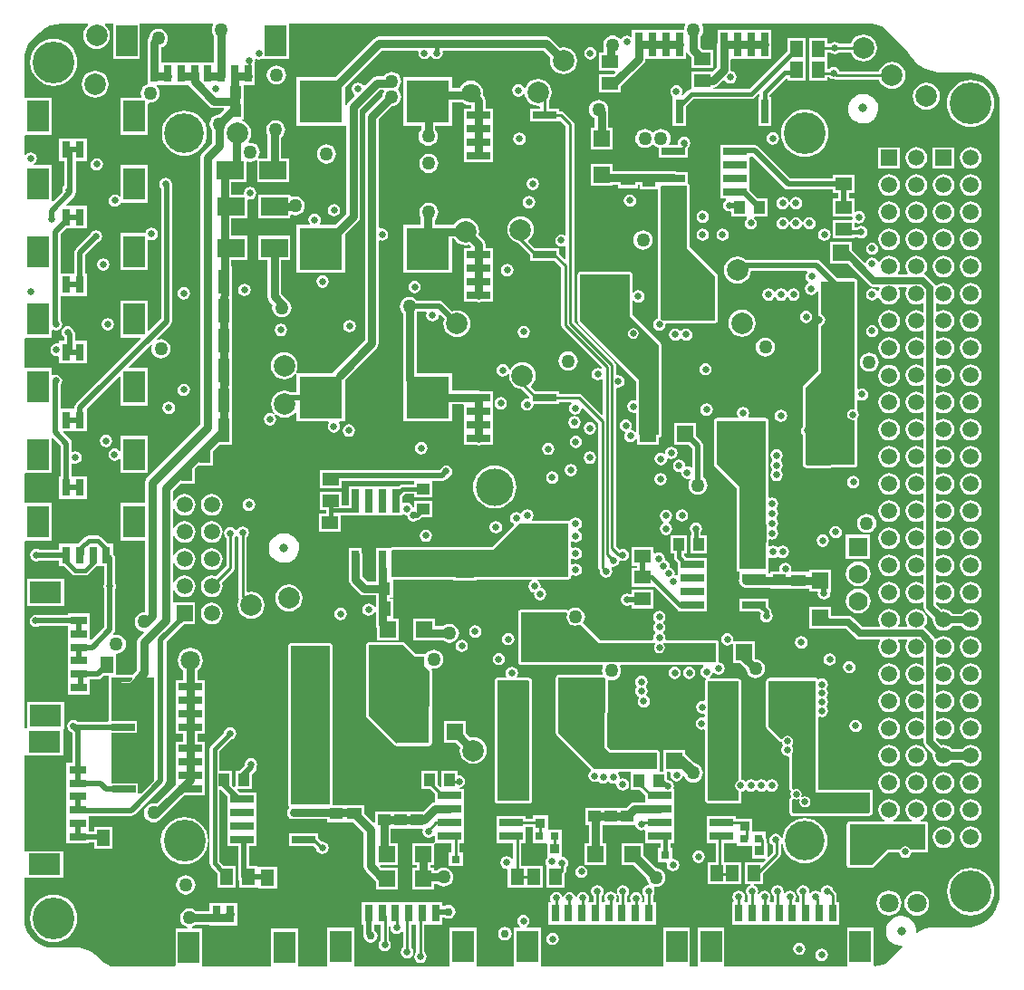
<source format=gtl>
G04*
G04 #@! TF.GenerationSoftware,Altium Limited,Altium Designer,18.1.7 (191)*
G04*
G04 Layer_Physical_Order=1*
G04 Layer_Color=255*
%FSLAX25Y25*%
%MOIN*%
G70*
G01*
G75*
%ADD10C,0.01000*%
%ADD12C,0.01500*%
%ADD26R,0.16535X0.15748*%
%ADD27R,0.09803X0.11811*%
%ADD28R,0.08661X0.02756*%
%ADD29R,0.04331X0.05315*%
%ADD30R,0.15748X0.15748*%
%ADD31R,0.09843X0.06693*%
%ADD32R,0.04724X0.06000*%
%ADD33R,0.04134X0.04724*%
%ADD34R,0.05315X0.04331*%
%ADD35R,0.07874X0.11811*%
%ADD36R,0.03150X0.06299*%
%ADD37R,0.06000X0.06000*%
%ADD38R,0.08661X0.13780*%
%ADD39R,0.04724X0.04134*%
%ADD40R,0.06000X0.06000*%
%ADD41R,0.15748X0.16535*%
%ADD42R,0.06000X0.04724*%
%ADD43R,0.03150X0.03150*%
%ADD44R,0.04331X0.08661*%
%ADD45R,0.11811X0.09803*%
%ADD46R,0.02756X0.08661*%
%ADD47R,0.08661X0.04331*%
%ADD48R,0.08500X0.10799*%
%ADD49R,0.06299X0.08268*%
%ADD50R,0.11811X0.07874*%
%ADD51R,0.06299X0.03150*%
%ADD52R,0.03543X0.03543*%
%ADD53R,0.06693X0.09843*%
%ADD54R,0.10236X0.23622*%
%ADD55C,0.03200*%
%ADD97C,0.02000*%
%ADD98C,0.03000*%
%ADD99C,0.04000*%
%ADD100C,0.02500*%
%ADD101C,0.07087*%
%ADD102C,0.07874*%
%ADD103C,0.15354*%
%ADD104C,0.14567*%
%ADD105C,0.13780*%
%ADD106R,0.07000X0.07000*%
%ADD107C,0.07000*%
%ADD108C,0.05906*%
%ADD109R,0.05906X0.05906*%
%ADD110C,0.02500*%
%ADD111C,0.05000*%
%ADD112C,0.03000*%
G36*
X314365Y348305D02*
X314979Y348183D01*
X316799Y347429D01*
X318437Y346335D01*
X319134Y345639D01*
X325964Y338808D01*
X327144Y336882D01*
X328787Y334959D01*
X330710Y333317D01*
X332866Y331996D01*
X335202Y331028D01*
X337661Y330437D01*
X338144Y330399D01*
X338144Y330399D01*
X338336Y330377D01*
X338337Y330377D01*
X338629Y330377D01*
X349470D01*
X349473Y330374D01*
Y330374D01*
X349473Y330374D01*
X350940Y330258D01*
X352614Y329856D01*
X354206Y329197D01*
X355675Y328297D01*
X356984Y327178D01*
X358103Y325868D01*
X359003Y324399D01*
X359662Y322808D01*
X360065Y321133D01*
X360170Y319789D01*
X360096Y319416D01*
Y30666D01*
X360096Y30410D01*
X360096Y30410D01*
X360124Y30183D01*
X360124Y30183D01*
X360272Y28309D01*
X360117Y26343D01*
X359657Y24425D01*
X358902Y22603D01*
X357871Y20921D01*
X356590Y19421D01*
X355091Y18141D01*
X353409Y17110D01*
X351587Y16355D01*
X349756Y15916D01*
X338771D01*
X338386Y15916D01*
X338386Y15916D01*
X338277Y15894D01*
X337791Y15851D01*
X335740D01*
X334760Y15803D01*
X332838Y15420D01*
X331027Y14670D01*
X329881Y13905D01*
X329745Y13936D01*
X329394Y14181D01*
Y15603D01*
X329244Y16356D01*
X328950Y17065D01*
X328523Y17704D01*
X327414Y18813D01*
X326527Y19406D01*
X325541Y19815D01*
X324494Y20023D01*
X323148D01*
X322248Y19844D01*
X321400Y19493D01*
X320637Y18983D01*
X320313Y18659D01*
X319467Y17813D01*
Y17813D01*
X319216Y17561D01*
X318820Y16970D01*
X318548Y16313D01*
X318409Y15615D01*
Y13452D01*
X318549Y12751D01*
X318822Y12090D01*
X319220Y11496D01*
X319472Y11243D01*
X319861Y10855D01*
X319861Y10855D01*
X319861D01*
X320265Y10451D01*
X321214Y9817D01*
X322269Y9380D01*
X323390Y9157D01*
X324197D01*
X324404Y8657D01*
X319763Y4016D01*
X319763D01*
X319067Y3320D01*
X317429Y2225D01*
X317199Y2130D01*
X315618Y1750D01*
X314300Y1647D01*
X313937Y2120D01*
Y15788D01*
X304063D01*
Y2029D01*
X304063Y1977D01*
X303936Y1529D01*
X259142D01*
X259016Y1977D01*
X259016Y2029D01*
Y15788D01*
X249142D01*
Y2029D01*
X249142Y1977D01*
X249015Y1529D01*
X246504D01*
X246378Y1977D01*
X246378Y2029D01*
Y15788D01*
X236504D01*
Y2029D01*
X236504Y1977D01*
X236378Y1529D01*
X191583D01*
X191457Y1977D01*
X191457Y2029D01*
Y15788D01*
X186266D01*
X186114Y16288D01*
X186685Y16670D01*
X187182Y17414D01*
X187357Y18292D01*
X187182Y19170D01*
X186685Y19914D01*
X185941Y20411D01*
X185063Y20586D01*
X184185Y20411D01*
X183441Y19914D01*
X182943Y19170D01*
X182769Y18292D01*
X182943Y17414D01*
X183441Y16670D01*
X184012Y16288D01*
X183860Y15788D01*
X181583D01*
Y2029D01*
X181583Y1977D01*
X181456Y1529D01*
X168040D01*
X167913Y1977D01*
X167913Y2029D01*
Y15788D01*
X158039D01*
Y2029D01*
X158039Y1977D01*
X157913Y1529D01*
X122961D01*
X122835Y1977D01*
X122835Y2029D01*
Y15788D01*
X112961D01*
Y2029D01*
X112961Y1977D01*
X112834Y1529D01*
X102594D01*
X102165Y1701D01*
X102165Y2029D01*
Y15512D01*
X92291D01*
Y2029D01*
X92291Y1701D01*
X91862Y1529D01*
X67358D01*
X66929Y1701D01*
X66929Y2029D01*
Y15512D01*
X63128D01*
X63095Y16012D01*
X63181Y16024D01*
X64033Y16376D01*
X64695Y16885D01*
X69653D01*
Y16662D01*
X79724D01*
Y24961D01*
X69653D01*
Y21983D01*
X64695D01*
X64033Y22491D01*
X63181Y22844D01*
X62268Y22964D01*
X61354Y22844D01*
X60502Y22491D01*
X59771Y21930D01*
X59210Y21199D01*
X58858Y20347D01*
X58737Y19434D01*
X58858Y18520D01*
X59210Y17669D01*
X59771Y16937D01*
X60502Y16376D01*
X61354Y16024D01*
X61440Y16012D01*
X61407Y15512D01*
X57055D01*
Y2029D01*
X57055Y1701D01*
X56626Y1529D01*
X34091D01*
X33128Y1656D01*
X32203Y2039D01*
X30833Y2954D01*
X30251Y3537D01*
X29797Y3991D01*
X29275Y4603D01*
X28595Y5183D01*
X27973Y5746D01*
X27799Y5863D01*
X27644Y5995D01*
X27125Y6313D01*
X26343Y6836D01*
X26125Y6926D01*
X25816Y7116D01*
X23835Y7936D01*
X21802Y8424D01*
X21802Y8424D01*
X21555Y8436D01*
X21325Y8436D01*
X21324Y8436D01*
X21308Y8436D01*
X12402D01*
X12357Y8427D01*
X12303Y8422D01*
X10616Y8555D01*
X8970Y8950D01*
X7406Y9598D01*
X5963Y10483D01*
X4676Y11582D01*
X3576Y12869D01*
X2692Y14312D01*
X2044Y15876D01*
X1649Y17522D01*
X1529Y19043D01*
Y34070D01*
X2016Y34103D01*
X2029Y34103D01*
X15827D01*
Y43977D01*
X2029D01*
X2016Y43977D01*
X1529Y44010D01*
Y79149D01*
X2016Y79182D01*
X2029Y79182D01*
X15827D01*
X15827Y88902D01*
X16260Y89064D01*
Y89217D01*
X16260Y89217D01*
Y98938D01*
X2449D01*
X2449Y89217D01*
X2016Y89056D01*
X1529Y89089D01*
Y157840D01*
X1780Y158237D01*
X2029Y158237D01*
X11654D01*
Y172048D01*
X2029D01*
X1780Y172048D01*
X1529Y172444D01*
Y182709D01*
X1780Y183106D01*
X2029Y183106D01*
X11654D01*
Y195763D01*
X12115Y195954D01*
X14913Y193156D01*
Y181956D01*
X14378D01*
Y173657D01*
X24449D01*
Y181956D01*
X18992D01*
Y186467D01*
X19384Y186677D01*
X19492Y186678D01*
X20338Y186510D01*
X21216Y186684D01*
X21961Y187182D01*
X22458Y187926D01*
X22633Y188804D01*
X22458Y189682D01*
X21961Y190426D01*
X21216Y190923D01*
X20338Y191098D01*
X19492Y190929D01*
X19384Y190930D01*
X18992Y191140D01*
Y194001D01*
X18837Y194781D01*
X18395Y195442D01*
X15774Y198063D01*
X15965Y198525D01*
X24449D01*
Y206739D01*
X36554Y218844D01*
X37016Y218652D01*
Y207974D01*
X46890D01*
Y221785D01*
X40149D01*
X39957Y222247D01*
X48044Y230333D01*
X48467Y230050D01*
X48346Y229757D01*
X48226Y228843D01*
X48346Y227929D01*
X48699Y227078D01*
X49260Y226347D01*
X49991Y225786D01*
X50842Y225433D01*
X51756Y225313D01*
X52670Y225433D01*
X53521Y225786D01*
X54252Y226347D01*
X54813Y227078D01*
X55166Y227929D01*
X55286Y228843D01*
X55166Y229757D01*
X54813Y230608D01*
X54252Y231339D01*
X53521Y231900D01*
X52670Y232253D01*
X51756Y232373D01*
X50842Y232253D01*
X50549Y232132D01*
X50265Y232555D01*
X55206Y237495D01*
X55648Y238157D01*
X55803Y238937D01*
Y289119D01*
X55803Y289119D01*
X55742Y289427D01*
X55743Y289434D01*
X55568Y290312D01*
X55071Y291056D01*
X54327Y291553D01*
X53449Y291728D01*
X52571Y291553D01*
X51827Y291056D01*
X51329Y290312D01*
X51155Y289434D01*
X51329Y288556D01*
X51724Y287964D01*
Y239782D01*
X47351Y235409D01*
X46889Y235600D01*
Y246654D01*
X37016D01*
Y232843D01*
X44132D01*
X44324Y232381D01*
X20432Y208490D01*
X19990Y207828D01*
X19835Y207048D01*
Y206825D01*
X14897D01*
Y215681D01*
X15214Y216154D01*
X15389Y217032D01*
X15214Y217910D01*
X14717Y218654D01*
X13972Y219151D01*
X13094Y219326D01*
X12217Y219151D01*
X12154Y219110D01*
X11954Y219157D01*
X11654Y219308D01*
Y221785D01*
X2029D01*
X1780Y221785D01*
X1529Y222182D01*
Y232447D01*
X1779Y232843D01*
X2029Y232843D01*
X11653D01*
Y235625D01*
X12094Y235861D01*
X12335Y235700D01*
X13213Y235525D01*
X14090Y235700D01*
X14835Y236197D01*
X15332Y236942D01*
X15507Y237820D01*
X15332Y238697D01*
X14937Y239289D01*
Y248263D01*
X24449D01*
Y256562D01*
X23913D01*
Y263353D01*
X28594Y268034D01*
X28736Y268062D01*
X29480Y268560D01*
X29978Y269304D01*
X30152Y270182D01*
X29978Y271060D01*
X29480Y271804D01*
X28736Y272301D01*
X27858Y272476D01*
X26980Y272301D01*
X26236Y271804D01*
X25739Y271060D01*
X25711Y270918D01*
X20432Y265639D01*
X19990Y264978D01*
X19835Y264197D01*
Y256562D01*
X14937D01*
Y271030D01*
X17039Y273132D01*
X24449D01*
Y281431D01*
X16975D01*
X16784Y281893D01*
X19812Y284921D01*
X20254Y285582D01*
X20409Y286363D01*
Y298001D01*
X24449D01*
Y306300D01*
X14378D01*
Y298001D01*
X16331D01*
Y288982D01*
X15983Y288750D01*
X15541Y288088D01*
X15386Y287308D01*
X15541Y286527D01*
X15585Y286462D01*
X12154Y283030D01*
X11654Y283237D01*
Y296392D01*
X5107D01*
X4955Y296892D01*
X5434Y297212D01*
X5932Y297956D01*
X6106Y298834D01*
X5932Y299712D01*
X5434Y300456D01*
X4690Y300954D01*
X3812Y301128D01*
X2934Y300954D01*
X2190Y300456D01*
X2029Y300216D01*
X1529Y300368D01*
Y307053D01*
X1780Y307449D01*
X2029Y307449D01*
X11654D01*
Y321260D01*
X2029D01*
X1780Y321260D01*
X1529Y321657D01*
Y334276D01*
X1546Y334358D01*
X1542Y334388D01*
X1529Y334661D01*
X1523Y334692D01*
X1690Y336812D01*
X2194Y338910D01*
X3019Y340903D01*
X3379Y341490D01*
X7174Y345285D01*
X7528Y345639D01*
Y345639D01*
X8224Y346335D01*
X9183Y346976D01*
X11022Y347737D01*
X13119Y348241D01*
X14998Y348389D01*
X14998Y348389D01*
Y348389D01*
X15059Y348389D01*
X24783D01*
X24944Y347915D01*
X24534Y347601D01*
X23743Y346569D01*
X23245Y345368D01*
X23075Y344079D01*
X23245Y342791D01*
X23743Y341589D01*
X24534Y340558D01*
X25565Y339767D01*
X26766Y339269D01*
X28055Y339100D01*
X29344Y339269D01*
X30545Y339767D01*
X31576Y340558D01*
X32368Y341589D01*
X32865Y342791D01*
X33035Y344079D01*
X32865Y345368D01*
X32368Y346569D01*
X31576Y347601D01*
X31166Y347915D01*
X31327Y348389D01*
X34142D01*
Y335402D01*
X44016D01*
Y348389D01*
X70748D01*
X70948Y347889D01*
X70629Y347118D01*
X70508Y346204D01*
X70629Y345290D01*
X70981Y344439D01*
X71372Y343930D01*
Y334253D01*
X51864D01*
Y339703D01*
X52576Y339999D01*
X53307Y340560D01*
X53868Y341291D01*
X54221Y342142D01*
X54341Y343056D01*
X54221Y343969D01*
X53868Y344821D01*
X53307Y345552D01*
X52576Y346113D01*
X51725Y346466D01*
X50811Y346586D01*
X49897Y346466D01*
X49046Y346113D01*
X48315Y345552D01*
X47754Y344821D01*
X47401Y343969D01*
X47281Y343056D01*
X47285Y343022D01*
X46960Y342535D01*
X46766Y341560D01*
Y334253D01*
X46740D01*
Y326239D01*
X46053Y325954D01*
X45322Y325393D01*
X44761Y324662D01*
X44408Y323811D01*
X44288Y322897D01*
X44408Y321983D01*
X44535Y321676D01*
X44258Y321260D01*
X37016D01*
Y307449D01*
X46890D01*
Y318985D01*
X47390Y319423D01*
X47818Y319367D01*
X48732Y319487D01*
X49583Y319840D01*
X50314Y320401D01*
X50875Y321132D01*
X51228Y321983D01*
X51348Y322897D01*
X51228Y323811D01*
X50875Y324662D01*
X50314Y325393D01*
X50201Y325480D01*
X50362Y325953D01*
X61897D01*
X62276Y325386D01*
X69539Y318123D01*
X70366Y317570D01*
X71342Y317376D01*
X74732D01*
X74923Y316914D01*
X73087Y315078D01*
X72259Y314970D01*
X71408Y314617D01*
X70677Y314056D01*
X70116Y313325D01*
X69763Y312473D01*
X69643Y311560D01*
X69763Y310646D01*
X70116Y309795D01*
X70624Y309132D01*
Y304545D01*
X66961Y300882D01*
X66409Y300055D01*
X66215Y299079D01*
Y201041D01*
X46646Y181472D01*
X46094Y180645D01*
X45900Y179670D01*
Y172048D01*
X37016D01*
Y158237D01*
X45900D01*
Y132117D01*
X45653Y131901D01*
X44740Y131781D01*
X43888Y131428D01*
X43157Y130867D01*
X42596Y130136D01*
X42243Y129284D01*
X42123Y128371D01*
X42243Y127457D01*
X42596Y126606D01*
X43157Y125874D01*
X43888Y125313D01*
X44740Y124961D01*
X45222Y124897D01*
X45401Y124369D01*
X43733Y122701D01*
X43180Y121874D01*
X42986Y120899D01*
Y110686D01*
X42831Y110531D01*
X42387Y109867D01*
X41282Y108761D01*
X41089Y108800D01*
X35134D01*
Y116140D01*
X35368Y116593D01*
X35594Y116641D01*
X36292Y116732D01*
X37143Y117085D01*
X37874Y117646D01*
X38435Y118377D01*
X38788Y119229D01*
X38908Y120142D01*
X38788Y121056D01*
X38435Y121907D01*
X37874Y122639D01*
X37143Y123200D01*
X36292Y123552D01*
X35378Y123672D01*
X34556Y123564D01*
X34382Y123783D01*
X34299Y124014D01*
X34379Y124094D01*
X34821Y124756D01*
X34976Y125536D01*
Y140404D01*
X35056Y140524D01*
X35231Y141402D01*
X35056Y142280D01*
X34976Y142400D01*
Y151717D01*
X34821Y152498D01*
X34379Y153159D01*
X34291Y153247D01*
Y157087D01*
X32168D01*
X29687Y159569D01*
X29108Y159956D01*
X28425Y160091D01*
X25118D01*
X25118Y160091D01*
X24435Y159956D01*
X23856Y159569D01*
X23856Y159569D01*
X21375Y157087D01*
X14378D01*
Y154977D01*
X6848D01*
X6728Y155057D01*
X5850Y155232D01*
X4972Y155057D01*
X4228Y154560D01*
X3731Y153815D01*
X3556Y152938D01*
X3731Y152060D01*
X4228Y151315D01*
X4972Y150818D01*
X5850Y150644D01*
X6728Y150818D01*
X6848Y150899D01*
X14378D01*
Y148788D01*
X16090D01*
X18974Y145904D01*
X18974Y145904D01*
X19553Y145517D01*
X20236Y145381D01*
X20236Y145381D01*
X23779D01*
X24462Y145517D01*
X25041Y145904D01*
X27926Y148788D01*
X30898D01*
Y142400D01*
X30817Y142280D01*
X30643Y141402D01*
X30817Y140524D01*
X30898Y140404D01*
Y126381D01*
X26209Y121692D01*
X25709Y121899D01*
Y126268D01*
Y131418D01*
X17409D01*
Y130882D01*
X6323D01*
X6323Y130882D01*
X6253Y130868D01*
X5693Y130980D01*
X4815Y130805D01*
X4071Y130308D01*
X3573Y129564D01*
X3399Y128686D01*
X3573Y127808D01*
X4071Y127064D01*
X4815Y126566D01*
X5693Y126392D01*
X6571Y126566D01*
X6927Y126804D01*
X17409D01*
Y121347D01*
Y116426D01*
Y111504D01*
Y106583D01*
Y101662D01*
X25709D01*
Y107119D01*
X28386D01*
X29166Y107274D01*
X29828Y107716D01*
X30655Y108544D01*
X32328D01*
X32440Y108426D01*
X32655Y108044D01*
X32641Y107977D01*
X32602Y107783D01*
X32558Y92065D01*
X32554Y92059D01*
X32209Y91705D01*
X32126Y91670D01*
X20922D01*
X20390Y92026D01*
X19512Y92200D01*
X19366Y92171D01*
X19315Y92181D01*
X18534Y92026D01*
X17873Y91584D01*
X17431Y90923D01*
X17408Y90808D01*
X17392Y90784D01*
X17218Y89906D01*
X17392Y89028D01*
X17890Y88284D01*
X18634Y87787D01*
X18776Y87758D01*
X19087Y87447D01*
Y76457D01*
X16976D01*
Y71308D01*
Y66386D01*
Y61465D01*
Y56544D01*
Y51623D01*
Y46701D01*
X25275D01*
Y47237D01*
X27110D01*
Y44686D01*
X33835D01*
Y52686D01*
X27110D01*
Y51315D01*
X25275D01*
Y56922D01*
X40856D01*
X41636Y57077D01*
X42298Y57519D01*
X53158Y68380D01*
X53600Y69041D01*
X53756Y69822D01*
Y121002D01*
X60202Y127449D01*
X64370D01*
Y135355D01*
X56464D01*
X56195Y135743D01*
Y139961D01*
X56695Y140060D01*
X56964Y139409D01*
X57598Y138583D01*
X58424Y137950D01*
X59385Y137551D01*
X60417Y137415D01*
X61449Y137551D01*
X62411Y137950D01*
X63236Y138583D01*
X63870Y139409D01*
X64268Y140370D01*
X64404Y141402D01*
X64268Y142434D01*
X63870Y143396D01*
X63236Y144221D01*
X62411Y144855D01*
X61449Y145253D01*
X60417Y145389D01*
X59385Y145253D01*
X58424Y144855D01*
X57598Y144221D01*
X56964Y143396D01*
X56695Y142744D01*
X56195Y142843D01*
Y149961D01*
X56695Y150060D01*
X56964Y149409D01*
X57598Y148583D01*
X58424Y147950D01*
X59385Y147551D01*
X60417Y147415D01*
X61449Y147551D01*
X62411Y147950D01*
X63236Y148583D01*
X63870Y149409D01*
X64268Y150370D01*
X64404Y151402D01*
X64268Y152434D01*
X63870Y153396D01*
X63236Y154221D01*
X62411Y154855D01*
X61449Y155253D01*
X60417Y155389D01*
X59385Y155253D01*
X58424Y154855D01*
X57598Y154221D01*
X56964Y153396D01*
X56695Y152744D01*
X56195Y152843D01*
Y159961D01*
X56695Y160061D01*
X56964Y159409D01*
X57598Y158583D01*
X58424Y157949D01*
X59385Y157551D01*
X60417Y157415D01*
X61449Y157551D01*
X62411Y157949D01*
X63236Y158583D01*
X63870Y159409D01*
X64268Y160370D01*
X64404Y161402D01*
X64268Y162434D01*
X63870Y163396D01*
X63236Y164221D01*
X62411Y164855D01*
X61449Y165253D01*
X60417Y165389D01*
X59385Y165253D01*
X58424Y164855D01*
X57598Y164221D01*
X56964Y163396D01*
X56695Y162744D01*
X56195Y162843D01*
Y169961D01*
X56695Y170061D01*
X56964Y169409D01*
X57598Y168583D01*
X58424Y167949D01*
X59385Y167551D01*
X60417Y167415D01*
X61449Y167551D01*
X62411Y167949D01*
X63236Y168583D01*
X63870Y169409D01*
X64268Y170370D01*
X64404Y171402D01*
X64268Y172434D01*
X63870Y173396D01*
X63236Y174221D01*
X62411Y174855D01*
X61449Y175253D01*
X60417Y175389D01*
X59385Y175253D01*
X58424Y174855D01*
X57598Y174221D01*
X56964Y173396D01*
X56695Y172744D01*
X56195Y172843D01*
Y176567D01*
X58770Y179142D01*
X64331D01*
Y184703D01*
X65345Y185717D01*
X70905D01*
Y191278D01*
X73101Y193473D01*
X77992D01*
Y204134D01*
X77992Y204134D01*
Y204447D01*
X77992D01*
X77992Y204634D01*
Y215109D01*
X77992Y215109D01*
Y215422D01*
X77992D01*
X77992Y215609D01*
Y226083D01*
X77992Y226083D01*
Y226396D01*
X77992D01*
X77992Y226583D01*
Y237057D01*
X77992Y237057D01*
Y237370D01*
X77992D01*
X77992Y237557D01*
Y248031D01*
X77992Y248031D01*
Y248344D01*
X77992D01*
X77992Y248531D01*
Y259006D01*
X77968D01*
X77615Y259360D01*
X77619Y261662D01*
X83622D01*
Y270355D01*
X77991D01*
X77638Y270709D01*
X77651Y276780D01*
X83622D01*
Y283492D01*
X84122Y283903D01*
X84521Y283823D01*
X85399Y283998D01*
X86143Y284495D01*
X86640Y285240D01*
X86815Y286118D01*
X86640Y286995D01*
X86143Y287740D01*
X85399Y288237D01*
X84521Y288412D01*
X83643Y288237D01*
X82899Y287740D01*
X82401Y286995D01*
X82227Y286118D01*
X82278Y285859D01*
X81961Y285473D01*
X78023D01*
X77670Y285827D01*
X77679Y290127D01*
X83149D01*
Y297580D01*
X83565Y297858D01*
X83716Y297795D01*
X84630Y297675D01*
X85544Y297795D01*
X86395Y298148D01*
X86607Y298310D01*
X87055Y298089D01*
Y290127D01*
X98898D01*
Y298819D01*
X95998D01*
Y306576D01*
X96417Y306898D01*
X96978Y307629D01*
X97331Y308481D01*
X97451Y309394D01*
X97331Y310308D01*
X96978Y311159D01*
X96417Y311891D01*
X95686Y312452D01*
X94835Y312804D01*
X93921Y312925D01*
X93007Y312804D01*
X92156Y312452D01*
X91425Y311891D01*
X90864Y311159D01*
X90511Y310308D01*
X90391Y309394D01*
X90511Y308481D01*
X90864Y307629D01*
X90900Y307582D01*
Y298819D01*
X87776D01*
X87555Y299268D01*
X87687Y299440D01*
X88040Y300292D01*
X88160Y301205D01*
X88040Y302119D01*
X87687Y302970D01*
X87126Y303702D01*
X86395Y304263D01*
X85544Y304615D01*
X84630Y304735D01*
X84184Y304677D01*
X83914Y305146D01*
X84297Y305645D01*
X84794Y306846D01*
X84964Y308135D01*
X84794Y309423D01*
X84297Y310624D01*
X83505Y311656D01*
X82474Y312447D01*
X81584Y312816D01*
X81683Y313316D01*
X82126D01*
Y319654D01*
X82283D01*
Y325953D01*
X86339D01*
Y334253D01*
X86339D01*
X86331Y334261D01*
X86452Y334867D01*
X86375Y335252D01*
X86825Y335553D01*
X86901Y335502D01*
X87779Y335327D01*
X88563Y335483D01*
X89063Y335402D01*
Y335402D01*
X98937D01*
Y348389D01*
X244390D01*
X244456Y348254D01*
X244586Y347889D01*
X244251Y347080D01*
X244131Y346166D01*
X244059Y346083D01*
X240047D01*
Y346083D01*
X239803D01*
Y346083D01*
X235047D01*
Y346083D01*
X234803D01*
Y346083D01*
X230047D01*
Y346083D01*
X229803D01*
Y346083D01*
X225047D01*
Y343853D01*
X224547Y343597D01*
X224012Y343955D01*
X223134Y344129D01*
X222256Y343955D01*
X221512Y343457D01*
X221178Y342959D01*
X220583Y342913D01*
X220432Y343110D01*
X219701Y343671D01*
X218850Y344023D01*
X217936Y344144D01*
X217022Y344023D01*
X216171Y343671D01*
X215440Y343110D01*
X214879Y342378D01*
X214526Y341527D01*
X214406Y340614D01*
X214526Y339700D01*
X214561Y339615D01*
Y337859D01*
X212992D01*
Y331135D01*
X218687D01*
X218878Y330673D01*
X218064Y329859D01*
X212992D01*
Y323134D01*
X220992D01*
Y325577D01*
X229227Y333812D01*
X229780Y334639D01*
X229852Y335003D01*
X230047Y335422D01*
X234803D01*
Y335422D01*
X235047D01*
Y335422D01*
X239803D01*
Y335422D01*
X240047D01*
Y335422D01*
X244803D01*
Y337819D01*
X245303Y337869D01*
X245306Y337852D01*
X245859Y337025D01*
X247008Y335876D01*
Y332119D01*
X255008D01*
Y338843D01*
X251250D01*
X250210Y339883D01*
Y343739D01*
X250719Y344401D01*
X251071Y345252D01*
X251191Y346166D01*
X251071Y347080D01*
X250736Y347889D01*
X250866Y348254D01*
X250933Y348389D01*
X313404D01*
X313878Y348389D01*
X313878Y348389D01*
X313902Y348391D01*
X314365Y348305D01*
D02*
G37*
G36*
X49133Y69690D02*
X44507Y65064D01*
X43086D01*
Y68835D01*
X33867D01*
X33514Y69188D01*
X33565Y87553D01*
X43046D01*
Y91708D01*
X33931D01*
X33578Y92062D01*
X33622Y107780D01*
X41089D01*
X41281Y107318D01*
X40122Y106160D01*
X38016D01*
X37430Y106044D01*
X36934Y105712D01*
X36603Y105216D01*
X36486Y104630D01*
X36603Y104045D01*
X36934Y103549D01*
X37430Y103218D01*
X38016Y103101D01*
X40756D01*
X41341Y103218D01*
X41837Y103549D01*
X45715Y107427D01*
X45951Y107780D01*
X49133D01*
Y69690D01*
D02*
G37*
%LPC*%
G36*
X310181Y344492D02*
X308892Y344322D01*
X307691Y343825D01*
X306660Y343034D01*
X305869Y342002D01*
X305471Y341042D01*
X301314D01*
X301252Y341135D01*
X300508Y341632D01*
X299630Y341807D01*
X298752Y341632D01*
X298008Y341135D01*
X297946Y341042D01*
X296874D01*
Y343158D01*
X290149D01*
Y335158D01*
Y327442D01*
X296874D01*
Y328810D01*
X297513D01*
X297575Y328717D01*
X298319Y328220D01*
X299197Y328045D01*
X299400Y328086D01*
X299556Y327981D01*
X300142Y327865D01*
X315983D01*
X316380Y326905D01*
X317172Y325873D01*
X318203Y325082D01*
X319404Y324584D01*
X320693Y324415D01*
X321982Y324584D01*
X323183Y325082D01*
X324214Y325873D01*
X325005Y326905D01*
X325503Y328105D01*
X325672Y329394D01*
X325503Y330683D01*
X325005Y331884D01*
X324214Y332915D01*
X323183Y333707D01*
X321982Y334204D01*
X320693Y334374D01*
X319404Y334204D01*
X318203Y333707D01*
X317172Y332915D01*
X316380Y331884D01*
X315983Y330924D01*
X301375D01*
X301316Y331217D01*
X300819Y331961D01*
X300075Y332459D01*
X299197Y332633D01*
X298319Y332459D01*
X297575Y331961D01*
X297513Y331869D01*
X296874D01*
Y335158D01*
Y337983D01*
X297946D01*
X298008Y337890D01*
X298752Y337393D01*
X299630Y337218D01*
X300508Y337393D01*
X301252Y337890D01*
X301314Y337983D01*
X305471D01*
X305869Y337023D01*
X306660Y335991D01*
X307691Y335200D01*
X308892Y334702D01*
X310181Y334533D01*
X311470Y334702D01*
X312671Y335200D01*
X313702Y335991D01*
X314493Y337023D01*
X314991Y338224D01*
X315161Y339512D01*
X314991Y340801D01*
X314493Y342002D01*
X313702Y343034D01*
X312671Y343825D01*
X311470Y344322D01*
X310181Y344492D01*
D02*
G37*
G36*
X209709Y339917D02*
X208831Y339742D01*
X208086Y339245D01*
X207589Y338501D01*
X207415Y337623D01*
X207589Y336745D01*
X208086Y336000D01*
X208831Y335503D01*
X209709Y335329D01*
X210587Y335503D01*
X211331Y336000D01*
X211828Y336745D01*
X212003Y337623D01*
X211828Y338501D01*
X211331Y339245D01*
X210587Y339742D01*
X209709Y339917D01*
D02*
G37*
G36*
X193409Y343754D02*
X131913D01*
X130938Y343560D01*
X130111Y343008D01*
X115805Y328701D01*
X101661D01*
Y310953D01*
X119376D01*
X119409Y310953D01*
X119876Y310873D01*
Y278560D01*
X115805Y274489D01*
X110425D01*
X110158Y274989D01*
X110411Y275367D01*
X110585Y276245D01*
X110411Y277123D01*
X109913Y277867D01*
X109169Y278364D01*
X108291Y278539D01*
X107413Y278364D01*
X106669Y277867D01*
X106172Y277123D01*
X105997Y276245D01*
X106172Y275367D01*
X106424Y274989D01*
X106157Y274489D01*
X101661D01*
Y256741D01*
X119409D01*
Y270884D01*
X124227Y275702D01*
X124780Y276529D01*
X124974Y277505D01*
Y316724D01*
X132300Y324050D01*
X133532D01*
X133754Y323602D01*
X133541Y323325D01*
X133188Y322473D01*
X133080Y321646D01*
X127552Y316118D01*
X126999Y315291D01*
X126805Y314316D01*
Y231907D01*
X115583Y220685D01*
X115031Y219858D01*
X115020Y219804D01*
X102111D01*
X101794Y219804D01*
X101778Y219814D01*
X101475Y220186D01*
X101475Y220186D01*
Y220186D01*
X101621Y220627D01*
X101881Y221255D01*
X102050Y222544D01*
X101881Y223833D01*
X101383Y225034D01*
X100592Y226065D01*
X99561Y226856D01*
X98360Y227354D01*
X97071Y227523D01*
X95782Y227354D01*
X94581Y226856D01*
X93550Y226065D01*
X92758Y225034D01*
X92261Y223833D01*
X92091Y222544D01*
X92261Y221255D01*
X92758Y220054D01*
X93550Y219023D01*
X94581Y218231D01*
X95782Y217734D01*
X97071Y217564D01*
X98360Y217734D01*
X99561Y218231D01*
X100592Y219023D01*
X100869Y219385D01*
X101178Y219759D01*
X101178D01*
Y219759D01*
X101661Y219595D01*
X101661Y219374D01*
Y219374D01*
X101661Y219352D01*
Y212969D01*
X99709D01*
X99377Y212903D01*
X98517Y213259D01*
X97228Y213429D01*
X95939Y213259D01*
X94739Y212762D01*
X93707Y211970D01*
X92916Y210939D01*
X92418Y209738D01*
X92249Y208449D01*
X92418Y207161D01*
X92916Y205960D01*
X93583Y205090D01*
X93627Y205033D01*
X93281Y204663D01*
X93210Y204710D01*
X92751Y205017D01*
X91873Y205191D01*
X90995Y205017D01*
X90251Y204519D01*
X89754Y203775D01*
X89579Y202897D01*
X89754Y202019D01*
X90251Y201275D01*
X90995Y200778D01*
X91873Y200603D01*
X92751Y200778D01*
X93495Y201275D01*
X93993Y202019D01*
X94167Y202897D01*
X93993Y203775D01*
X93632Y204315D01*
X93576Y204399D01*
X93946Y204745D01*
X93997Y204706D01*
X94739Y204137D01*
X95939Y203640D01*
X97228Y203470D01*
X98517Y203640D01*
X99718Y204137D01*
X100749Y204928D01*
X101161Y205465D01*
X101661Y205295D01*
Y202056D01*
X113244D01*
X113511Y201556D01*
X113258Y201178D01*
X113084Y200300D01*
X113258Y199422D01*
X113756Y198678D01*
X114500Y198180D01*
X115378Y198006D01*
X116256Y198180D01*
X117000Y198678D01*
X117497Y199422D01*
X117672Y200300D01*
X117497Y201178D01*
X117245Y201556D01*
X117512Y202056D01*
X119409D01*
Y217301D01*
X131157Y229049D01*
X131709Y229875D01*
X131903Y230851D01*
Y268398D01*
X132403Y268726D01*
X133055Y268596D01*
X133933Y268771D01*
X134677Y269268D01*
X135175Y270012D01*
X135349Y270890D01*
X135175Y271768D01*
X134677Y272513D01*
X133933Y273010D01*
X133055Y273184D01*
X132403Y273055D01*
X131903Y273382D01*
Y313260D01*
X136684Y318041D01*
X137512Y318150D01*
X138363Y318502D01*
X139095Y319063D01*
X139656Y319795D01*
X140008Y320646D01*
X140129Y321560D01*
X140008Y322473D01*
X139656Y323325D01*
X139095Y324056D01*
X138974Y324149D01*
Y324648D01*
X139133Y324771D01*
X139694Y325502D01*
X140047Y326353D01*
X140167Y327267D01*
X140047Y328181D01*
X139694Y329032D01*
X139133Y329763D01*
X138402Y330324D01*
X137551Y330677D01*
X136637Y330797D01*
X135723Y330677D01*
X134872Y330324D01*
X134141Y329763D01*
X133669Y329148D01*
X131244D01*
X130269Y328954D01*
X129442Y328401D01*
X126723Y325682D01*
X126079Y325746D01*
X125819Y326135D01*
X125075Y326632D01*
X124197Y326806D01*
X123319Y326632D01*
X122575Y326135D01*
X122077Y325390D01*
X121903Y324512D01*
X122077Y323635D01*
X122575Y322890D01*
X122964Y322630D01*
X123027Y321987D01*
X120623Y319583D01*
X120070Y318756D01*
X119909Y317947D01*
X119409Y317996D01*
Y325097D01*
X132969Y338656D01*
X146088D01*
X146489Y338156D01*
X146391Y337662D01*
X146565Y336784D01*
X147063Y336040D01*
X147807Y335543D01*
X148685Y335368D01*
X149563Y335543D01*
X150307Y336040D01*
X150589Y336462D01*
X151190D01*
X151472Y336040D01*
X152216Y335543D01*
X153094Y335368D01*
X153972Y335543D01*
X154717Y336040D01*
X155214Y336784D01*
X155388Y337662D01*
X155290Y338156D01*
X155692Y338656D01*
X192353D01*
X194968Y336042D01*
X194808Y334827D01*
X194977Y333539D01*
X195475Y332338D01*
X196266Y331306D01*
X197298Y330515D01*
X198498Y330017D01*
X199787Y329848D01*
X201076Y330017D01*
X202277Y330515D01*
X203308Y331306D01*
X204100Y332338D01*
X204597Y333539D01*
X204767Y334827D01*
X204597Y336116D01*
X204100Y337317D01*
X203308Y338349D01*
X202277Y339140D01*
X201076Y339637D01*
X199787Y339807D01*
X198573Y339647D01*
X195212Y343008D01*
X194385Y343560D01*
X193409Y343754D01*
D02*
G37*
G36*
X261181Y346083D02*
Y346083D01*
X256425D01*
Y341612D01*
X256254Y340753D01*
Y332537D01*
X254560Y330843D01*
X247008D01*
Y324794D01*
X246756Y324407D01*
X246073Y324271D01*
X245494Y323884D01*
X243647Y322037D01*
X243259Y322356D01*
X243482Y322690D01*
X243656Y323568D01*
X243482Y324445D01*
X242984Y325190D01*
X242240Y325687D01*
X241362Y325862D01*
X240484Y325687D01*
X239740Y325190D01*
X239243Y324445D01*
X239068Y323568D01*
X239243Y322690D01*
X239511Y322288D01*
X239740Y321945D01*
X239839Y321866D01*
X240047Y321452D01*
X240047Y310993D01*
X244803D01*
Y318146D01*
X247495Y320838D01*
X268976D01*
X269659Y320974D01*
X270238Y321361D01*
X271519Y322642D01*
X272019Y322435D01*
Y321654D01*
X271425D01*
Y310993D01*
X276181D01*
Y321654D01*
X275587D01*
Y322282D01*
X281649Y328344D01*
X282150Y328137D01*
Y327442D01*
X288874D01*
Y335158D01*
Y343158D01*
X282150D01*
Y338319D01*
X268237Y324407D01*
X255008D01*
Y324973D01*
X255779Y325126D01*
X256606Y325678D01*
X258647Y327720D01*
X259260Y327625D01*
X259582Y327142D01*
X260327Y326645D01*
X261205Y326470D01*
X262083Y326645D01*
X262827Y327142D01*
X263324Y327887D01*
X263499Y328764D01*
X263324Y329642D01*
X262827Y330386D01*
X262083Y330884D01*
X261266Y331046D01*
X261352Y331481D01*
Y334952D01*
X261425Y335422D01*
X266181D01*
Y335422D01*
X266425D01*
Y335422D01*
X271181D01*
Y335422D01*
X271425D01*
Y335422D01*
X276181D01*
Y339893D01*
X276352Y340753D01*
X276181Y341612D01*
Y346083D01*
X271667D01*
X271425Y346083D01*
Y346083D01*
X271181D01*
X271181Y346083D01*
X270940Y346083D01*
X266425D01*
Y346083D01*
X266181D01*
Y346083D01*
X261425D01*
Y346083D01*
X261181D01*
D02*
G37*
G36*
X94236Y333121D02*
X93322Y333001D01*
X92471Y332648D01*
X91740Y332087D01*
X91179Y331356D01*
X90826Y330505D01*
X90706Y329591D01*
X90826Y328678D01*
X91179Y327826D01*
X91740Y327095D01*
X92471Y326534D01*
X93322Y326181D01*
X94236Y326061D01*
X95150Y326181D01*
X96001Y326534D01*
X96732Y327095D01*
X97293Y327826D01*
X97646Y328678D01*
X97766Y329591D01*
X97646Y330505D01*
X97293Y331356D01*
X96732Y332087D01*
X96001Y332648D01*
X95150Y333001D01*
X94236Y333121D01*
D02*
G37*
G36*
X12303Y342988D02*
X10602Y342820D01*
X8966Y342324D01*
X7459Y341518D01*
X6138Y340434D01*
X5053Y339112D01*
X4248Y337605D01*
X3751Y335969D01*
X3584Y334268D01*
X3751Y332567D01*
X4248Y330932D01*
X5053Y329424D01*
X6138Y328103D01*
X7459Y327019D01*
X8966Y326213D01*
X10602Y325717D01*
X12303Y325549D01*
X14004Y325717D01*
X15640Y326213D01*
X17147Y327019D01*
X18468Y328103D01*
X19553Y329424D01*
X20358Y330932D01*
X20855Y332567D01*
X21022Y334268D01*
X20855Y335969D01*
X20358Y337605D01*
X19553Y339112D01*
X18468Y340434D01*
X17147Y341518D01*
X15640Y342324D01*
X14004Y342820D01*
X12303Y342988D01*
D02*
G37*
G36*
X190457Y328153D02*
X189168Y327984D01*
X187967Y327486D01*
X186935Y326695D01*
X186144Y325664D01*
X185850Y324954D01*
X185684Y324914D01*
X185303Y324941D01*
X184874Y325583D01*
X184130Y326081D01*
X183252Y326255D01*
X182374Y326081D01*
X181630Y325583D01*
X181132Y324839D01*
X180958Y323961D01*
X181132Y323083D01*
X181630Y322339D01*
X182374Y321842D01*
X183252Y321667D01*
X184130Y321842D01*
X184874Y322339D01*
X185048Y322600D01*
X185569Y322479D01*
X185647Y321885D01*
X186144Y320684D01*
X186935Y319653D01*
X187967Y318861D01*
X189168Y318364D01*
X190457Y318194D01*
X190953Y318260D01*
X191329Y317930D01*
Y317127D01*
X187528D01*
Y312371D01*
X198189D01*
Y312611D01*
X198689Y312818D01*
X200683Y310824D01*
Y270895D01*
X200183Y270628D01*
X199917Y270805D01*
X199039Y270980D01*
X198161Y270805D01*
X197417Y270308D01*
X196920Y269564D01*
X196745Y268686D01*
X196920Y267808D01*
X197417Y267063D01*
X198161Y266566D01*
X199039Y266392D01*
X199917Y266566D01*
X200183Y266744D01*
X200683Y266476D01*
Y262017D01*
X200221Y261825D01*
X198346Y263700D01*
Y265930D01*
X189336D01*
X187016Y268250D01*
X187049Y268748D01*
X187560Y269141D01*
X188352Y270172D01*
X188849Y271373D01*
X189019Y272662D01*
X188849Y273951D01*
X188352Y275152D01*
X187560Y276183D01*
X186529Y276975D01*
X185328Y277472D01*
X184039Y277642D01*
X182750Y277472D01*
X181550Y276975D01*
X180518Y276183D01*
X179727Y275152D01*
X179229Y273951D01*
X179060Y272662D01*
X179229Y271373D01*
X179727Y270172D01*
X180518Y269141D01*
X181550Y268350D01*
X182750Y267852D01*
X183139Y267801D01*
X187685Y263255D01*
Y261174D01*
X196546D01*
X198983Y258738D01*
Y237565D01*
X199099Y236979D01*
X199431Y236483D01*
X213979Y221935D01*
X213961Y221820D01*
X213420Y221580D01*
X213342Y221632D01*
X212464Y221807D01*
X211587Y221632D01*
X210842Y221135D01*
X210345Y220390D01*
X210170Y219512D01*
X210345Y218635D01*
X210842Y217890D01*
X211587Y217393D01*
X212464Y217218D01*
X213342Y217393D01*
X213844Y217728D01*
X214344Y217461D01*
Y204701D01*
X213882Y204510D01*
X206538Y211854D01*
X206042Y212185D01*
X205457Y212302D01*
X198346D01*
Y213150D01*
X189454D01*
X187895Y214709D01*
X187928Y215208D01*
X188230Y215440D01*
X189021Y216471D01*
X189518Y217672D01*
X189688Y218961D01*
X189518Y220250D01*
X189021Y221451D01*
X188230Y222482D01*
X187198Y223274D01*
X185997Y223771D01*
X184709Y223941D01*
X183420Y223771D01*
X182219Y223274D01*
X181187Y222482D01*
X180396Y221451D01*
X180266Y221138D01*
X179746Y221189D01*
X179623Y221808D01*
X179126Y222552D01*
X178382Y223049D01*
X177504Y223224D01*
X176626Y223049D01*
X175882Y222552D01*
X175384Y221808D01*
X175210Y220930D01*
X175384Y220052D01*
X175882Y219308D01*
X176626Y218810D01*
X177504Y218636D01*
X178382Y218810D01*
X179126Y219308D01*
X179306Y219576D01*
X179786Y219396D01*
X179729Y218961D01*
X179899Y217672D01*
X180396Y216471D01*
X181187Y215440D01*
X182219Y214649D01*
X183420Y214151D01*
X184235Y214044D01*
X187308Y210970D01*
X187062Y210510D01*
X186480Y210625D01*
X185602Y210451D01*
X184858Y209953D01*
X184361Y209209D01*
X184186Y208331D01*
X184361Y207453D01*
X184858Y206709D01*
X185602Y206212D01*
X186480Y206037D01*
X187358Y206212D01*
X188102Y206709D01*
X188600Y207453D01*
X188774Y208331D01*
X188826Y208394D01*
X198346D01*
Y209243D01*
X202693D01*
X202845Y208743D01*
X202535Y208536D01*
X202038Y207792D01*
X201863Y206914D01*
X202038Y206036D01*
X202535Y205292D01*
X203279Y204795D01*
X204157Y204620D01*
X205035Y204795D01*
X205780Y205292D01*
X206277Y206036D01*
X206452Y206914D01*
X206446Y206944D01*
X206887Y207180D01*
X212644Y201422D01*
Y148276D01*
X212761Y147690D01*
X213092Y147194D01*
X213224Y147063D01*
X213202Y146953D01*
X213376Y146075D01*
X213874Y145331D01*
X214618Y144834D01*
X215496Y144659D01*
X216374Y144834D01*
X217118Y145331D01*
X217615Y146075D01*
X217790Y146953D01*
X217615Y147831D01*
X217406Y148145D01*
X217707Y148595D01*
X218094Y148518D01*
X218972Y148692D01*
X219717Y149189D01*
X220214Y149934D01*
X220339Y150563D01*
X220733Y150842D01*
X220868Y150854D01*
X221654Y150698D01*
X222531Y150873D01*
X223276Y151370D01*
X223773Y152114D01*
X223948Y152992D01*
X223773Y153870D01*
X223276Y154614D01*
X222531Y155112D01*
X221654Y155286D01*
X220776Y155112D01*
X220436Y154885D01*
X219103Y156218D01*
Y214261D01*
X219603Y214671D01*
X220023Y214588D01*
X220901Y214762D01*
X221646Y215260D01*
X222143Y216004D01*
X222318Y216882D01*
X222143Y217760D01*
X221646Y218504D01*
X220901Y219001D01*
X220023Y219176D01*
X219603Y219092D01*
X219103Y219502D01*
Y222907D01*
X218987Y223493D01*
X218655Y223989D01*
X203742Y238902D01*
Y311458D01*
X203625Y312043D01*
X203294Y312539D01*
X200003Y315830D01*
X199506Y316162D01*
X198921Y316278D01*
X198189D01*
Y317127D01*
X194388D01*
Y320187D01*
X194769Y320684D01*
X195266Y321885D01*
X195436Y323174D01*
X195266Y324463D01*
X194769Y325664D01*
X193978Y326695D01*
X192946Y327486D01*
X191745Y327984D01*
X190457Y328153D01*
D02*
G37*
G36*
X27555Y331161D02*
X26266Y330991D01*
X25065Y330494D01*
X24034Y329702D01*
X23243Y328671D01*
X22745Y327470D01*
X22575Y326181D01*
X22745Y324892D01*
X23243Y323691D01*
X24034Y322660D01*
X25065Y321869D01*
X26266Y321371D01*
X27555Y321201D01*
X28844Y321371D01*
X30045Y321869D01*
X31076Y322660D01*
X31868Y323691D01*
X32365Y324892D01*
X32535Y326181D01*
X32365Y327470D01*
X31868Y328671D01*
X31076Y329702D01*
X30045Y330494D01*
X28844Y330991D01*
X27555Y331161D01*
D02*
G37*
G36*
X333291Y326736D02*
X332002Y326566D01*
X330802Y326069D01*
X329770Y325278D01*
X328979Y324246D01*
X328481Y323045D01*
X328312Y321757D01*
X328481Y320468D01*
X328979Y319267D01*
X329770Y318235D01*
X330802Y317444D01*
X332002Y316947D01*
X333291Y316777D01*
X334580Y316947D01*
X335781Y317444D01*
X336812Y318235D01*
X337604Y319267D01*
X338101Y320468D01*
X338271Y321757D01*
X338101Y323045D01*
X337604Y324246D01*
X336812Y325278D01*
X335781Y326069D01*
X334580Y326566D01*
X333291Y326736D01*
D02*
G37*
G36*
X310675Y322582D02*
X309329D01*
X308429Y322403D01*
X307581Y322052D01*
X306818Y321542D01*
X306494Y321218D01*
X305648Y320372D01*
Y320372D01*
X305397Y320121D01*
X305001Y319529D01*
X304729Y318872D01*
X304591Y318174D01*
Y316011D01*
X304730Y315310D01*
X305003Y314650D01*
X305401Y314055D01*
X305654Y313802D01*
X306042Y313414D01*
X306042Y313414D01*
X306042D01*
X306446Y313010D01*
X307395Y312376D01*
X308451Y311939D01*
X309571Y311716D01*
X310940D01*
X311849Y311896D01*
X312705Y312251D01*
X313475Y312766D01*
X313635Y312925D01*
X313988Y313279D01*
X313988Y313279D01*
X314365Y313656D01*
X314958Y314543D01*
X315367Y315529D01*
X315575Y316576D01*
Y318162D01*
X315425Y318915D01*
X315131Y319625D01*
X314704Y320263D01*
X313595Y321372D01*
X312708Y321965D01*
X311722Y322374D01*
X310675Y322582D01*
D02*
G37*
G36*
X349570Y327845D02*
X347869Y327677D01*
X346233Y327181D01*
X344726Y326376D01*
X343405Y325291D01*
X342320Y323970D01*
X341515Y322463D01*
X341018Y320827D01*
X340851Y319126D01*
X341018Y317425D01*
X341515Y315789D01*
X342320Y314282D01*
X343405Y312960D01*
X344726Y311876D01*
X346233Y311070D01*
X347869Y310574D01*
X349570Y310407D01*
X351271Y310574D01*
X352907Y311070D01*
X354414Y311876D01*
X355735Y312960D01*
X356820Y314282D01*
X357625Y315789D01*
X358122Y317425D01*
X358289Y319126D01*
X358122Y320827D01*
X357625Y322463D01*
X356820Y323970D01*
X355735Y325291D01*
X354414Y326376D01*
X352907Y327181D01*
X351271Y327677D01*
X349570Y327845D01*
D02*
G37*
G36*
X235693Y309774D02*
X234779Y309653D01*
X233928Y309301D01*
X233197Y308740D01*
X232990Y308470D01*
X232490D01*
X232283Y308740D01*
X231551Y309301D01*
X230700Y309653D01*
X229786Y309774D01*
X228873Y309653D01*
X228021Y309301D01*
X227290Y308740D01*
X226729Y308009D01*
X226376Y307157D01*
X226256Y306243D01*
X226376Y305330D01*
X226729Y304478D01*
X227290Y303747D01*
X228021Y303186D01*
X228873Y302834D01*
X229786Y302713D01*
X230700Y302834D01*
X231551Y303186D01*
X232283Y303747D01*
X232490Y304017D01*
X232990D01*
X233197Y303747D01*
X233928Y303186D01*
X234779Y302834D01*
X235047Y302798D01*
Y299103D01*
X245709D01*
Y302759D01*
X245869Y302919D01*
X246200Y303415D01*
X246263Y303732D01*
X246277Y303753D01*
X246451Y304630D01*
X246277Y305508D01*
X245780Y306253D01*
X245035Y306750D01*
X244157Y306925D01*
X243280Y306750D01*
X242535Y306253D01*
X242038Y305508D01*
X241863Y304630D01*
X241940Y304245D01*
X241623Y303859D01*
X238840D01*
X238619Y304307D01*
X238750Y304478D01*
X239103Y305330D01*
X239223Y306243D01*
X239103Y307157D01*
X238750Y308009D01*
X238189Y308740D01*
X237458Y309301D01*
X236607Y309653D01*
X235693Y309774D01*
D02*
G37*
G36*
X276795Y308539D02*
X275917Y308364D01*
X275173Y307867D01*
X274676Y307123D01*
X274501Y306245D01*
X274676Y305367D01*
X275173Y304623D01*
X275917Y304125D01*
X276795Y303951D01*
X277673Y304125D01*
X278417Y304623D01*
X278915Y305367D01*
X279089Y306245D01*
X278915Y307123D01*
X278417Y307867D01*
X277673Y308364D01*
X276795Y308539D01*
D02*
G37*
G36*
X183646Y308381D02*
X182768Y308207D01*
X182023Y307709D01*
X181526Y306965D01*
X181351Y306087D01*
X181526Y305209D01*
X182023Y304465D01*
X182768Y303968D01*
X183646Y303793D01*
X184523Y303968D01*
X185268Y304465D01*
X185765Y305209D01*
X185940Y306087D01*
X185765Y306965D01*
X185268Y307709D01*
X184523Y308207D01*
X183646Y308381D01*
D02*
G37*
G36*
X212740Y320405D02*
X211826Y320285D01*
X210975Y319932D01*
X210244Y319371D01*
X209683Y318640D01*
X209330Y317788D01*
X209210Y316875D01*
X209330Y315961D01*
X209683Y315109D01*
X210244Y314378D01*
X210975Y313817D01*
X211254Y313702D01*
Y310262D01*
X209803D01*
Y302262D01*
X217803D01*
Y310262D01*
X216352D01*
Y315812D01*
X216219Y316482D01*
X216270Y316875D01*
X216150Y317788D01*
X215797Y318640D01*
X215236Y319371D01*
X214505Y319932D01*
X213654Y320285D01*
X212740Y320405D01*
D02*
G37*
G36*
X60378Y316497D02*
X58754Y316337D01*
X57193Y315864D01*
X55754Y315095D01*
X54492Y314059D01*
X53457Y312798D01*
X52688Y311359D01*
X52214Y309798D01*
X52054Y308174D01*
X52214Y306550D01*
X52688Y304989D01*
X53457Y303550D01*
X54492Y302288D01*
X55754Y301253D01*
X57193Y300484D01*
X58754Y300010D01*
X60378Y299850D01*
X62002Y300010D01*
X63563Y300484D01*
X65002Y301253D01*
X66264Y302288D01*
X67299Y303550D01*
X68068Y304989D01*
X68542Y306550D01*
X68701Y308174D01*
X68542Y309798D01*
X68068Y311359D01*
X67299Y312798D01*
X66264Y314059D01*
X65002Y315095D01*
X63563Y315864D01*
X62002Y316337D01*
X60378Y316497D01*
D02*
G37*
G36*
X288591Y316855D02*
X286889Y316688D01*
X285254Y316192D01*
X283746Y315386D01*
X282425Y314301D01*
X281341Y312980D01*
X280535Y311473D01*
X280039Y309837D01*
X279871Y308136D01*
X280039Y306435D01*
X280535Y304799D01*
X281341Y303292D01*
X282425Y301971D01*
X283746Y300886D01*
X285254Y300081D01*
X286889Y299584D01*
X288591Y299417D01*
X290292Y299584D01*
X291927Y300081D01*
X293435Y300886D01*
X294756Y301971D01*
X295840Y303292D01*
X296646Y304799D01*
X297142Y306435D01*
X297310Y308136D01*
X297142Y309837D01*
X296646Y311473D01*
X295840Y312980D01*
X294756Y314301D01*
X293435Y315386D01*
X291927Y316192D01*
X290292Y316688D01*
X288591Y316855D01*
D02*
G37*
G36*
X158779Y328701D02*
X141031D01*
Y310953D01*
X147553D01*
Y309499D01*
X147045Y308837D01*
X146692Y307985D01*
X146572Y307071D01*
X146692Y306158D01*
X147045Y305306D01*
X147606Y304575D01*
X148337Y304014D01*
X149189Y303662D01*
X150102Y303541D01*
X151016Y303662D01*
X151867Y304014D01*
X152599Y304575D01*
X153159Y305306D01*
X153512Y306158D01*
X153632Y307071D01*
X153512Y307985D01*
X153159Y308837D01*
X152651Y309499D01*
Y310953D01*
X158779D01*
Y319680D01*
X162566D01*
X163441Y319008D01*
X164546Y318551D01*
X165732Y318394D01*
X166037Y318127D01*
Y317127D01*
X163098D01*
Y312371D01*
X163098D01*
Y312127D01*
X163098D01*
Y307371D01*
X163098D01*
Y307127D01*
X163098D01*
Y302371D01*
X163098D01*
Y302127D01*
X163098D01*
Y297371D01*
X173760D01*
Y302127D01*
X173760D01*
Y302371D01*
X173760D01*
Y307127D01*
X173760D01*
Y307371D01*
X173760D01*
Y312127D01*
X173760D01*
Y312371D01*
X173760D01*
Y317127D01*
X171135D01*
Y320123D01*
X170941Y321098D01*
X170389Y321925D01*
X170201Y322113D01*
X170315Y322977D01*
X170159Y324163D01*
X169701Y325268D01*
X168973Y326217D01*
X168024Y326945D01*
X166918Y327403D01*
X165732Y327559D01*
X164546Y327403D01*
X163441Y326945D01*
X162492Y326217D01*
X161764Y325268D01*
X161560Y324778D01*
X158779D01*
Y328701D01*
D02*
G37*
G36*
X112622Y304066D02*
X111708Y303946D01*
X110857Y303593D01*
X110126Y303032D01*
X109565Y302301D01*
X109212Y301450D01*
X109092Y300536D01*
X109212Y299622D01*
X109565Y298771D01*
X110126Y298040D01*
X110857Y297479D01*
X111708Y297126D01*
X112622Y297006D01*
X113536Y297126D01*
X114387Y297479D01*
X115118Y298040D01*
X115679Y298771D01*
X116032Y299622D01*
X116152Y300536D01*
X116032Y301450D01*
X115679Y302301D01*
X115118Y303032D01*
X114387Y303593D01*
X113536Y303946D01*
X112622Y304066D01*
D02*
G37*
G36*
X343524Y302993D02*
X335618D01*
Y295087D01*
X343524D01*
Y302993D01*
D02*
G37*
G36*
X323543D02*
X315638D01*
Y295087D01*
X323543D01*
Y302993D01*
D02*
G37*
G36*
X349590Y303027D02*
X348558Y302891D01*
X347597Y302493D01*
X346771Y301859D01*
X346138Y301033D01*
X345739Y300072D01*
X345603Y299040D01*
X345739Y298008D01*
X346138Y297047D01*
X346771Y296221D01*
X347597Y295587D01*
X348558Y295189D01*
X349590Y295053D01*
X350622Y295189D01*
X351584Y295587D01*
X352410Y296221D01*
X353043Y297047D01*
X353441Y298008D01*
X353577Y299040D01*
X353441Y300072D01*
X353043Y301033D01*
X352410Y301859D01*
X351584Y302493D01*
X350622Y302891D01*
X349590Y303027D01*
D02*
G37*
G36*
X329590D02*
X328558Y302891D01*
X327597Y302493D01*
X326771Y301859D01*
X326138Y301033D01*
X325739Y300072D01*
X325604Y299040D01*
X325739Y298008D01*
X326138Y297047D01*
X326771Y296221D01*
X327597Y295587D01*
X328558Y295189D01*
X329590Y295053D01*
X330622Y295189D01*
X331584Y295587D01*
X332410Y296221D01*
X333043Y297047D01*
X333441Y298008D01*
X333577Y299040D01*
X333441Y300072D01*
X333043Y301033D01*
X332410Y301859D01*
X331584Y302493D01*
X330622Y302891D01*
X329590Y303027D01*
D02*
G37*
G36*
X28133Y299010D02*
X27255Y298835D01*
X26511Y298338D01*
X26014Y297594D01*
X25839Y296716D01*
X26014Y295838D01*
X26511Y295094D01*
X27255Y294597D01*
X28133Y294422D01*
X29011Y294597D01*
X29755Y295094D01*
X30253Y295838D01*
X30427Y296716D01*
X30253Y297594D01*
X29755Y298338D01*
X29011Y298835D01*
X28133Y299010D01*
D02*
G37*
G36*
X150299Y300602D02*
X149385Y300481D01*
X148534Y300129D01*
X147803Y299568D01*
X147242Y298837D01*
X146889Y297985D01*
X146769Y297072D01*
X146889Y296158D01*
X147242Y295306D01*
X147803Y294575D01*
X148534Y294014D01*
X149385Y293662D01*
X150299Y293541D01*
X151213Y293662D01*
X152064Y294014D01*
X152795Y294575D01*
X153356Y295306D01*
X153709Y296158D01*
X153829Y297072D01*
X153709Y297985D01*
X153356Y298837D01*
X152795Y299568D01*
X152064Y300129D01*
X151213Y300481D01*
X150299Y300602D01*
D02*
G37*
G36*
X188567Y291767D02*
X187689Y291593D01*
X186945Y291095D01*
X186447Y290351D01*
X186273Y289473D01*
X186447Y288595D01*
X186945Y287851D01*
X187689Y287354D01*
X188567Y287179D01*
X189445Y287354D01*
X190189Y287851D01*
X190686Y288595D01*
X190861Y289473D01*
X190686Y290351D01*
X190189Y291095D01*
X189445Y291593D01*
X188567Y291767D01*
D02*
G37*
G36*
X349590Y293027D02*
X348558Y292891D01*
X347597Y292493D01*
X346771Y291859D01*
X346138Y291033D01*
X345739Y290072D01*
X345603Y289040D01*
X345739Y288008D01*
X346138Y287047D01*
X346771Y286221D01*
X347597Y285587D01*
X348558Y285189D01*
X349590Y285053D01*
X350622Y285189D01*
X351584Y285587D01*
X352410Y286221D01*
X353043Y287047D01*
X353441Y288008D01*
X353577Y289040D01*
X353441Y290072D01*
X353043Y291033D01*
X352410Y291859D01*
X351584Y292493D01*
X350622Y292891D01*
X349590Y293027D01*
D02*
G37*
G36*
X339590D02*
X338559Y292891D01*
X337597Y292493D01*
X336771Y291859D01*
X336138Y291033D01*
X335739Y290072D01*
X335603Y289040D01*
X335739Y288008D01*
X336138Y287047D01*
X336771Y286221D01*
X337597Y285587D01*
X338559Y285189D01*
X339590Y285053D01*
X340622Y285189D01*
X341584Y285587D01*
X342409Y286221D01*
X343043Y287047D01*
X343441Y288008D01*
X343577Y289040D01*
X343441Y290072D01*
X343043Y291033D01*
X342409Y291859D01*
X341584Y292493D01*
X340622Y292891D01*
X339590Y293027D01*
D02*
G37*
G36*
X329590D02*
X328558Y292891D01*
X327597Y292493D01*
X326771Y291859D01*
X326138Y291033D01*
X325739Y290072D01*
X325604Y289040D01*
X325739Y288008D01*
X326138Y287047D01*
X326771Y286221D01*
X327597Y285587D01*
X328558Y285189D01*
X329590Y285053D01*
X330622Y285189D01*
X331584Y285587D01*
X332410Y286221D01*
X333043Y287047D01*
X333441Y288008D01*
X333577Y289040D01*
X333441Y290072D01*
X333043Y291033D01*
X332410Y291859D01*
X331584Y292493D01*
X330622Y292891D01*
X329590Y293027D01*
D02*
G37*
G36*
X319590D02*
X318559Y292891D01*
X317597Y292493D01*
X316771Y291859D01*
X316138Y291033D01*
X315739Y290072D01*
X315603Y289040D01*
X315739Y288008D01*
X316138Y287047D01*
X316771Y286221D01*
X317597Y285587D01*
X318559Y285189D01*
X319590Y285053D01*
X320622Y285189D01*
X321584Y285587D01*
X322410Y286221D01*
X323043Y287047D01*
X323441Y288008D01*
X323577Y289040D01*
X323441Y290072D01*
X323043Y291033D01*
X322410Y291859D01*
X321584Y292493D01*
X320622Y292891D01*
X319590Y293027D01*
D02*
G37*
G36*
X46890Y296392D02*
X37016D01*
Y285045D01*
X36516Y284893D01*
X36449Y284993D01*
X35705Y285490D01*
X34827Y285665D01*
X33949Y285490D01*
X33204Y284993D01*
X32707Y284249D01*
X32533Y283371D01*
X32707Y282493D01*
X33204Y281749D01*
X33949Y281251D01*
X34827Y281077D01*
X35705Y281251D01*
X36449Y281749D01*
X36746Y282193D01*
X37016Y282581D01*
X46890D01*
Y296392D01*
D02*
G37*
G36*
X285369Y284696D02*
X284491Y284521D01*
X283747Y284024D01*
X283250Y283279D01*
X283167Y282865D01*
X282658D01*
X282575Y283279D01*
X282078Y284024D01*
X281333Y284521D01*
X280455Y284696D01*
X279578Y284521D01*
X278833Y284024D01*
X278336Y283279D01*
X278162Y282402D01*
X278336Y281524D01*
X278833Y280779D01*
X279578Y280282D01*
X280455Y280107D01*
X281333Y280282D01*
X282078Y280779D01*
X282575Y281524D01*
X282658Y281938D01*
X283167D01*
X283250Y281524D01*
X283747Y280779D01*
X284491Y280282D01*
X285369Y280107D01*
X286247Y280282D01*
X286991Y280779D01*
X287489Y281524D01*
X287663Y282402D01*
X287489Y283279D01*
X286991Y284024D01*
X286247Y284521D01*
X285369Y284696D01*
D02*
G37*
G36*
X224291Y285665D02*
X223413Y285490D01*
X222669Y284993D01*
X222172Y284249D01*
X221997Y283371D01*
X222172Y282493D01*
X222669Y281749D01*
X223413Y281251D01*
X224291Y281077D01*
X225169Y281251D01*
X225914Y281749D01*
X226411Y282493D01*
X226585Y283371D01*
X226411Y284249D01*
X225914Y284993D01*
X225169Y285490D01*
X224291Y285665D01*
D02*
G37*
G36*
X187150Y285074D02*
X186272Y284900D01*
X185527Y284402D01*
X185030Y283658D01*
X184855Y282780D01*
X185030Y281902D01*
X185527Y281158D01*
X186272Y280661D01*
X187150Y280486D01*
X188027Y280661D01*
X188772Y281158D01*
X189269Y281902D01*
X189444Y282780D01*
X189269Y283658D01*
X188772Y284402D01*
X188027Y284900D01*
X187150Y285074D01*
D02*
G37*
G36*
X99370Y285473D02*
X87528D01*
Y276780D01*
X99370D01*
Y277856D01*
X99870Y278190D01*
X100252Y278032D01*
X101165Y277911D01*
X102079Y278032D01*
X102930Y278384D01*
X103662Y278945D01*
X104223Y279677D01*
X104575Y280528D01*
X104695Y281442D01*
X104575Y282355D01*
X104223Y283207D01*
X103662Y283938D01*
X102930Y284499D01*
X102079Y284852D01*
X101165Y284972D01*
X100252Y284852D01*
X99870Y284693D01*
X99370Y285028D01*
Y285473D01*
D02*
G37*
G36*
X115417Y282121D02*
X114539Y281947D01*
X113795Y281450D01*
X113298Y280705D01*
X113123Y279827D01*
X113298Y278949D01*
X113795Y278205D01*
X114539Y277708D01*
X115417Y277533D01*
X116295Y277708D01*
X117039Y278205D01*
X117537Y278949D01*
X117711Y279827D01*
X117537Y280705D01*
X117039Y281450D01*
X116295Y281947D01*
X115417Y282121D01*
D02*
G37*
G36*
X290303Y277333D02*
X289426Y277159D01*
X288681Y276661D01*
X288184Y275917D01*
X288091Y275451D01*
X287581D01*
X287489Y275917D01*
X286991Y276661D01*
X286247Y277159D01*
X285369Y277333D01*
X284491Y277159D01*
X283747Y276661D01*
X283250Y275917D01*
X283167Y275503D01*
X282658D01*
X282575Y275917D01*
X282078Y276661D01*
X281333Y277159D01*
X280455Y277333D01*
X279578Y277159D01*
X278833Y276661D01*
X278336Y275917D01*
X278162Y275039D01*
X278336Y274162D01*
X278833Y273417D01*
X279578Y272920D01*
X280455Y272745D01*
X281333Y272920D01*
X282078Y273417D01*
X282575Y274162D01*
X282658Y274576D01*
X283167D01*
X283250Y274162D01*
X283747Y273417D01*
X284491Y272920D01*
X285369Y272745D01*
X286247Y272920D01*
X286991Y273417D01*
X287489Y274162D01*
X287581Y274628D01*
X288091D01*
X288184Y274162D01*
X288681Y273417D01*
X289426Y272920D01*
X290303Y272745D01*
X291181Y272920D01*
X291926Y273417D01*
X292423Y274162D01*
X292598Y275039D01*
X292423Y275917D01*
X291926Y276661D01*
X291181Y277159D01*
X290303Y277333D01*
D02*
G37*
G36*
X251024Y279758D02*
X250146Y279584D01*
X249401Y279086D01*
X248904Y278342D01*
X248729Y277464D01*
X248904Y276586D01*
X249401Y275842D01*
X250146Y275345D01*
X251024Y275170D01*
X251902Y275345D01*
X252646Y275842D01*
X253143Y276586D01*
X253318Y277464D01*
X253143Y278342D01*
X252646Y279086D01*
X251902Y279584D01*
X251024Y279758D01*
D02*
G37*
G36*
X349590Y283027D02*
X348558Y282891D01*
X347597Y282493D01*
X346771Y281859D01*
X346138Y281033D01*
X345739Y280072D01*
X345603Y279040D01*
X345739Y278008D01*
X346138Y277047D01*
X346771Y276221D01*
X347597Y275587D01*
X348558Y275189D01*
X349590Y275053D01*
X350622Y275189D01*
X351584Y275587D01*
X352410Y276221D01*
X353043Y277047D01*
X353441Y278008D01*
X353577Y279040D01*
X353441Y280072D01*
X353043Y281033D01*
X352410Y281859D01*
X351584Y282493D01*
X350622Y282891D01*
X349590Y283027D01*
D02*
G37*
G36*
X339590D02*
X338559Y282891D01*
X337597Y282493D01*
X336771Y281859D01*
X336138Y281033D01*
X335739Y280072D01*
X335603Y279040D01*
X335739Y278008D01*
X336138Y277047D01*
X336771Y276221D01*
X337597Y275587D01*
X338559Y275189D01*
X339590Y275053D01*
X340622Y275189D01*
X341584Y275587D01*
X342409Y276221D01*
X343043Y277047D01*
X343441Y278008D01*
X343577Y279040D01*
X343441Y280072D01*
X343043Y281033D01*
X342409Y281859D01*
X341584Y282493D01*
X340622Y282891D01*
X339590Y283027D01*
D02*
G37*
G36*
X329590D02*
X328558Y282891D01*
X327597Y282493D01*
X326771Y281859D01*
X326138Y281033D01*
X325739Y280072D01*
X325604Y279040D01*
X325739Y278008D01*
X326138Y277047D01*
X326771Y276221D01*
X327597Y275587D01*
X328558Y275189D01*
X329590Y275053D01*
X330622Y275189D01*
X331584Y275587D01*
X332410Y276221D01*
X333043Y277047D01*
X333441Y278008D01*
X333577Y279040D01*
X333441Y280072D01*
X333043Y281033D01*
X332410Y281859D01*
X331584Y282493D01*
X330622Y282891D01*
X329590Y283027D01*
D02*
G37*
G36*
X319590D02*
X318559Y282891D01*
X317597Y282493D01*
X316771Y281859D01*
X316138Y281033D01*
X315739Y280072D01*
X315603Y279040D01*
X315739Y278008D01*
X316138Y277047D01*
X316771Y276221D01*
X317597Y275587D01*
X318559Y275189D01*
X319590Y275053D01*
X320622Y275189D01*
X321584Y275587D01*
X322410Y276221D01*
X323043Y277047D01*
X323441Y278008D01*
X323577Y279040D01*
X323441Y280072D01*
X323043Y281033D01*
X322410Y281859D01*
X321584Y282493D01*
X320622Y282891D01*
X319590Y283027D01*
D02*
G37*
G36*
X268346Y303859D02*
X257685D01*
Y299359D01*
X257685Y299103D01*
X257685Y298603D01*
Y294359D01*
X257685Y294103D01*
X257685Y293603D01*
Y289359D01*
X257685Y289103D01*
X257685Y288603D01*
Y284103D01*
X259412D01*
X259564Y283603D01*
X259110Y283300D01*
X258613Y282556D01*
X258438Y281678D01*
X258613Y280800D01*
X259110Y280056D01*
X259854Y279558D01*
X260732Y279384D01*
X261078Y279452D01*
X261465Y279135D01*
Y277371D01*
X267165D01*
X267279Y277371D01*
X267367Y277081D01*
Y277081D01*
Y277081D01*
X267141Y276677D01*
X267118Y276661D01*
X266621Y275917D01*
X266446Y275039D01*
X266621Y274162D01*
X267118Y273417D01*
X267862Y272920D01*
X268740Y272745D01*
X269618Y272920D01*
X270362Y273417D01*
X270860Y274162D01*
X271034Y275039D01*
X270860Y275917D01*
X270362Y276661D01*
X270049Y276871D01*
X270201Y277371D01*
X274882D01*
Y284095D01*
X271337D01*
X268346Y287085D01*
Y288603D01*
X268346Y288859D01*
X268346Y289359D01*
Y293603D01*
X268346Y293859D01*
X268346Y294359D01*
Y298603D01*
X268346Y298859D01*
X268346Y299324D01*
X268700Y299678D01*
X269415D01*
X281023Y288071D01*
X281023Y288071D01*
X281684Y287629D01*
X282465Y287473D01*
X298819D01*
Y286150D01*
X300780D01*
Y284300D01*
X298819D01*
Y277575D01*
X305899D01*
X306171Y277244D01*
X306259Y276800D01*
X305849Y276300D01*
X298819D01*
Y269575D01*
X306819D01*
Y269987D01*
X307912D01*
X308413Y269652D01*
X309291Y269478D01*
X310169Y269652D01*
X310913Y270149D01*
X311411Y270894D01*
X311585Y271772D01*
X311411Y272650D01*
X310913Y273394D01*
X310169Y273891D01*
X309291Y274066D01*
X308413Y273891D01*
X307912Y273556D01*
X306819D01*
Y275036D01*
X307319Y275304D01*
X307587Y275125D01*
X308465Y274950D01*
X309343Y275125D01*
X310087Y275622D01*
X310584Y276366D01*
X310759Y277244D01*
X310584Y278122D01*
X310087Y278866D01*
X309343Y279363D01*
X308465Y279538D01*
X307587Y279363D01*
X307319Y279185D01*
X306819Y279452D01*
Y284300D01*
X304858D01*
Y286150D01*
X306819D01*
Y292875D01*
X298819D01*
Y291552D01*
X283309D01*
X271702Y303159D01*
X271040Y303601D01*
X270260Y303756D01*
X268346D01*
Y303859D01*
D02*
G37*
G36*
X48291Y273421D02*
X47413Y273246D01*
X46669Y272749D01*
X46172Y272005D01*
X46076Y271523D01*
X37016D01*
Y257712D01*
X46890D01*
Y268827D01*
X47331Y269062D01*
X47413Y269007D01*
X48291Y268832D01*
X49169Y269007D01*
X49913Y269504D01*
X50411Y270249D01*
X50585Y271127D01*
X50411Y272005D01*
X49913Y272749D01*
X49169Y273246D01*
X48291Y273421D01*
D02*
G37*
G36*
X258354Y273183D02*
X257476Y273009D01*
X256732Y272512D01*
X256234Y271767D01*
X256060Y270889D01*
X256234Y270011D01*
X256732Y269267D01*
X257476Y268770D01*
X258354Y268595D01*
X259232Y268770D01*
X259976Y269267D01*
X260473Y270011D01*
X260648Y270889D01*
X260473Y271767D01*
X259976Y272512D01*
X259232Y273009D01*
X258354Y273183D01*
D02*
G37*
G36*
X251024D02*
X250146Y273009D01*
X249401Y272512D01*
X248904Y271767D01*
X248729Y270889D01*
X248904Y270011D01*
X249401Y269267D01*
X250146Y268770D01*
X251024Y268595D01*
X251902Y268770D01*
X252646Y269267D01*
X253143Y270011D01*
X253318Y270889D01*
X253143Y271767D01*
X252646Y272512D01*
X251902Y273009D01*
X251024Y273183D01*
D02*
G37*
G36*
X295827Y273160D02*
X294949Y272986D01*
X294205Y272488D01*
X293707Y271744D01*
X293533Y270866D01*
X293707Y269988D01*
X294205Y269244D01*
X294949Y268747D01*
X295827Y268572D01*
X296705Y268747D01*
X297449Y269244D01*
X297946Y269988D01*
X298121Y270866D01*
X297946Y271744D01*
X297449Y272488D01*
X296705Y272986D01*
X295827Y273160D01*
D02*
G37*
G36*
X229064Y272389D02*
X228150Y272268D01*
X227299Y271916D01*
X226568Y271355D01*
X226007Y270623D01*
X225654Y269772D01*
X225534Y268858D01*
X225654Y267945D01*
X226007Y267093D01*
X226568Y266362D01*
X227299Y265801D01*
X228150Y265448D01*
X229064Y265328D01*
X229978Y265448D01*
X230829Y265801D01*
X231560Y266362D01*
X232121Y267093D01*
X232474Y267945D01*
X232594Y268858D01*
X232474Y269772D01*
X232121Y270623D01*
X231560Y271355D01*
X230829Y271916D01*
X229978Y272268D01*
X229064Y272389D01*
D02*
G37*
G36*
X349590Y273027D02*
X348558Y272891D01*
X347597Y272493D01*
X346771Y271859D01*
X346138Y271033D01*
X345739Y270072D01*
X345603Y269040D01*
X345739Y268008D01*
X346138Y267047D01*
X346771Y266221D01*
X347597Y265587D01*
X348558Y265189D01*
X349590Y265053D01*
X350622Y265189D01*
X351584Y265587D01*
X352410Y266221D01*
X353043Y267047D01*
X353441Y268008D01*
X353577Y269040D01*
X353441Y270072D01*
X353043Y271033D01*
X352410Y271859D01*
X351584Y272493D01*
X350622Y272891D01*
X349590Y273027D01*
D02*
G37*
G36*
X339590D02*
X338559Y272891D01*
X337597Y272493D01*
X336771Y271859D01*
X336138Y271033D01*
X335739Y270072D01*
X335603Y269040D01*
X335739Y268008D01*
X336138Y267047D01*
X336771Y266221D01*
X337597Y265587D01*
X338559Y265189D01*
X339590Y265053D01*
X340622Y265189D01*
X341584Y265587D01*
X342409Y266221D01*
X343043Y267047D01*
X343441Y268008D01*
X343577Y269040D01*
X343441Y270072D01*
X343043Y271033D01*
X342409Y271859D01*
X341584Y272493D01*
X340622Y272891D01*
X339590Y273027D01*
D02*
G37*
G36*
X329590D02*
X328558Y272891D01*
X327597Y272493D01*
X326771Y271859D01*
X326138Y271033D01*
X325739Y270072D01*
X325604Y269040D01*
X325739Y268008D01*
X326138Y267047D01*
X326771Y266221D01*
X327597Y265587D01*
X328558Y265189D01*
X329590Y265053D01*
X330622Y265189D01*
X331584Y265587D01*
X332410Y266221D01*
X333043Y267047D01*
X333441Y268008D01*
X333577Y269040D01*
X333441Y270072D01*
X333043Y271033D01*
X332410Y271859D01*
X331584Y272493D01*
X330622Y272891D01*
X329590Y273027D01*
D02*
G37*
G36*
X319590D02*
X318559Y272891D01*
X317597Y272493D01*
X316771Y271859D01*
X316138Y271033D01*
X315739Y270072D01*
X315603Y269040D01*
X315739Y268008D01*
X316138Y267047D01*
X316771Y266221D01*
X317597Y265587D01*
X318559Y265189D01*
X319590Y265053D01*
X320622Y265189D01*
X321584Y265587D01*
X322410Y266221D01*
X323043Y267047D01*
X323441Y268008D01*
X323577Y269040D01*
X323441Y270072D01*
X323043Y271033D01*
X322410Y271859D01*
X321584Y272493D01*
X320622Y272891D01*
X319590Y273027D01*
D02*
G37*
G36*
X313359Y268000D02*
X312481Y267825D01*
X311737Y267328D01*
X311240Y266584D01*
X311065Y265706D01*
X311240Y264828D01*
X311737Y264084D01*
X312481Y263586D01*
X313359Y263412D01*
X314237Y263586D01*
X314981Y264084D01*
X315479Y264828D01*
X315653Y265706D01*
X315479Y266584D01*
X314981Y267328D01*
X314237Y267825D01*
X313359Y268000D01*
D02*
G37*
G36*
X30575Y262122D02*
X29697Y261947D01*
X28953Y261450D01*
X28455Y260705D01*
X28281Y259827D01*
X28455Y258949D01*
X28953Y258205D01*
X29697Y257708D01*
X30575Y257533D01*
X31453Y257708D01*
X32197Y258205D01*
X32694Y258949D01*
X32869Y259827D01*
X32694Y260705D01*
X32197Y261450D01*
X31453Y261947D01*
X30575Y262122D01*
D02*
G37*
G36*
X179166Y260065D02*
X178289Y259891D01*
X177544Y259393D01*
X177047Y258649D01*
X176872Y257771D01*
X177047Y256893D01*
X177544Y256149D01*
X178289Y255652D01*
X179166Y255477D01*
X180044Y255652D01*
X180789Y256149D01*
X181286Y256893D01*
X181460Y257771D01*
X181286Y258649D01*
X180789Y259393D01*
X180044Y259891D01*
X179166Y260065D01*
D02*
G37*
G36*
X349590Y263027D02*
X348558Y262891D01*
X347597Y262493D01*
X346771Y261859D01*
X346138Y261033D01*
X345739Y260072D01*
X345603Y259040D01*
X345739Y258008D01*
X346138Y257047D01*
X346771Y256221D01*
X347597Y255587D01*
X348558Y255189D01*
X349590Y255053D01*
X350622Y255189D01*
X351584Y255587D01*
X352410Y256221D01*
X353043Y257047D01*
X353441Y258008D01*
X353577Y259040D01*
X353441Y260072D01*
X353043Y261033D01*
X352410Y261859D01*
X351584Y262493D01*
X350622Y262891D01*
X349590Y263027D01*
D02*
G37*
G36*
X339571D02*
X338539Y262891D01*
X337577Y262493D01*
X336752Y261859D01*
X336118Y261033D01*
X335720Y260072D01*
X335584Y259040D01*
X335720Y258008D01*
X336118Y257047D01*
X336752Y256221D01*
X337577Y255587D01*
X338539Y255189D01*
X339571Y255053D01*
X340603Y255189D01*
X341564Y255587D01*
X342390Y256221D01*
X343023Y257047D01*
X343422Y258008D01*
X343558Y259040D01*
X343422Y260072D01*
X343023Y261033D01*
X342390Y261859D01*
X341564Y262493D01*
X340603Y262891D01*
X339571Y263027D01*
D02*
G37*
G36*
X111214Y255931D02*
X110336Y255757D01*
X109592Y255259D01*
X109094Y254515D01*
X108920Y253637D01*
X109094Y252759D01*
X109592Y252015D01*
X110336Y251518D01*
X111214Y251343D01*
X112092Y251518D01*
X112836Y252015D01*
X113333Y252759D01*
X113508Y253637D01*
X113333Y254515D01*
X112836Y255259D01*
X112092Y255757D01*
X111214Y255931D01*
D02*
G37*
G36*
X284409Y251034D02*
X283531Y250860D01*
X282787Y250362D01*
X282404Y249788D01*
X282390Y249783D01*
X281862D01*
X281848Y249788D01*
X281465Y250362D01*
X280720Y250860D01*
X279842Y251034D01*
X278965Y250860D01*
X278220Y250362D01*
X277837Y249788D01*
X277823Y249783D01*
X277295D01*
X277281Y249788D01*
X276898Y250362D01*
X276153Y250860D01*
X275276Y251034D01*
X274398Y250860D01*
X273653Y250362D01*
X273156Y249618D01*
X272982Y248740D01*
X273156Y247862D01*
X273653Y247118D01*
X274398Y246621D01*
X275276Y246446D01*
X276153Y246621D01*
X276898Y247118D01*
X277281Y247692D01*
X277295Y247697D01*
X277823D01*
X277837Y247692D01*
X278220Y247118D01*
X278965Y246621D01*
X279842Y246446D01*
X280720Y246621D01*
X281465Y247118D01*
X281848Y247692D01*
X281862Y247697D01*
X282390D01*
X282404Y247692D01*
X282787Y247118D01*
X283531Y246621D01*
X284409Y246446D01*
X285287Y246621D01*
X286032Y247118D01*
X286529Y247862D01*
X286703Y248740D01*
X286529Y249618D01*
X286032Y250362D01*
X285287Y250860D01*
X284409Y251034D01*
D02*
G37*
G36*
X145072Y253884D02*
X144194Y253709D01*
X143450Y253212D01*
X142953Y252468D01*
X142778Y251590D01*
X142953Y250712D01*
X143450Y249968D01*
X144194Y249470D01*
X145072Y249296D01*
X145950Y249470D01*
X146694Y249968D01*
X147191Y250712D01*
X147366Y251590D01*
X147191Y252468D01*
X146694Y253212D01*
X145950Y253709D01*
X145072Y253884D01*
D02*
G37*
G36*
X82434Y252782D02*
X81556Y252607D01*
X80812Y252110D01*
X80315Y251365D01*
X80140Y250488D01*
X80315Y249610D01*
X80812Y248866D01*
X81556Y248368D01*
X82434Y248194D01*
X83312Y248368D01*
X84056Y248866D01*
X84554Y249610D01*
X84728Y250488D01*
X84554Y251365D01*
X84056Y252110D01*
X83312Y252607D01*
X82434Y252782D01*
D02*
G37*
G36*
X60102Y251570D02*
X59224Y251396D01*
X58480Y250898D01*
X57983Y250154D01*
X57808Y249276D01*
X57983Y248398D01*
X58480Y247654D01*
X59224Y247157D01*
X60102Y246982D01*
X60980Y247157D01*
X61724Y247654D01*
X62222Y248398D01*
X62396Y249276D01*
X62222Y250154D01*
X61724Y250898D01*
X60980Y251396D01*
X60102Y251570D01*
D02*
G37*
G36*
X150299Y282570D02*
X149385Y282450D01*
X148534Y282097D01*
X147803Y281536D01*
X147242Y280805D01*
X146889Y279954D01*
X146769Y279040D01*
X146889Y278126D01*
X147242Y277275D01*
X147356Y277126D01*
Y274489D01*
X141031D01*
Y256741D01*
X158779D01*
Y269444D01*
X159536D01*
X160282Y268472D01*
X161313Y267680D01*
X162514Y267183D01*
X163803Y267013D01*
X165018Y267173D01*
X165761Y266430D01*
X165554Y265930D01*
X163256D01*
Y261174D01*
X163256D01*
Y260930D01*
X163256D01*
Y256174D01*
X163256D01*
Y255930D01*
X163256D01*
Y251174D01*
X163256D01*
Y250930D01*
X163256D01*
Y246174D01*
X167727D01*
X168587Y246003D01*
X169446Y246174D01*
X173917D01*
Y250930D01*
X173917D01*
Y251174D01*
X173917D01*
Y255930D01*
X173917D01*
Y256174D01*
X173917D01*
Y260930D01*
X173917D01*
Y261174D01*
X173917D01*
Y265930D01*
X171135D01*
Y267209D01*
X170941Y268185D01*
X170389Y269012D01*
X168623Y270778D01*
X168783Y271993D01*
X168613Y273282D01*
X168115Y274482D01*
X167324Y275514D01*
X166293Y276305D01*
X165092Y276803D01*
X163803Y276972D01*
X162514Y276803D01*
X161313Y276305D01*
X160282Y275514D01*
X159536Y274542D01*
X156283D01*
X156017Y274489D01*
X152454D01*
Y276282D01*
X152795Y276544D01*
X153356Y277275D01*
X153709Y278126D01*
X153829Y279040D01*
X153709Y279954D01*
X153356Y280805D01*
X152795Y281536D01*
X152064Y282097D01*
X151213Y282450D01*
X150299Y282570D01*
D02*
G37*
G36*
X224157Y257107D02*
X206008D01*
X205618Y257029D01*
X205287Y256808D01*
X205066Y256477D01*
X204988Y256087D01*
Y239040D01*
X205066Y238650D01*
X205287Y238319D01*
X226642Y216964D01*
Y210198D01*
X226142Y209812D01*
X225614Y209917D01*
X224736Y209742D01*
X223992Y209245D01*
X223495Y208501D01*
X223320Y207623D01*
X223495Y206745D01*
X223992Y206000D01*
X224736Y205503D01*
X225614Y205329D01*
X226142Y205434D01*
X226642Y205048D01*
Y198361D01*
X226142Y198210D01*
X226055Y198339D01*
X225311Y198837D01*
X224889Y198921D01*
X224659Y199476D01*
X224859Y199776D01*
X225034Y200654D01*
X224859Y201532D01*
X224362Y202276D01*
X223618Y202774D01*
X222740Y202948D01*
X221862Y202774D01*
X221118Y202276D01*
X220621Y201532D01*
X220446Y200654D01*
X220621Y199776D01*
X221118Y199032D01*
X221862Y198535D01*
X222284Y198451D01*
X222514Y197895D01*
X222313Y197595D01*
X222139Y196717D01*
X222313Y195839D01*
X222811Y195095D01*
X223555Y194598D01*
X224433Y194423D01*
X225311Y194598D01*
X226055Y195095D01*
X226529Y195805D01*
X226566Y195809D01*
X227029Y195512D01*
Y193544D01*
X235029D01*
Y196186D01*
X235340Y196248D01*
X235670Y196469D01*
X235891Y196799D01*
X235969Y197190D01*
Y230177D01*
X235891Y230567D01*
X235670Y230898D01*
X225177Y241391D01*
Y246391D01*
X225677Y246543D01*
X225740Y246449D01*
X226484Y245951D01*
X227362Y245777D01*
X228240Y245951D01*
X228984Y246449D01*
X229482Y247193D01*
X229656Y248071D01*
X229482Y248949D01*
X228984Y249693D01*
X228240Y250190D01*
X227362Y250365D01*
X226484Y250190D01*
X225740Y249693D01*
X225677Y249599D01*
X225177Y249750D01*
Y256087D01*
X225099Y256477D01*
X224878Y256808D01*
X224548Y257029D01*
X224157Y257107D01*
D02*
G37*
G36*
X349590Y253027D02*
X348558Y252891D01*
X347597Y252493D01*
X346771Y251859D01*
X346138Y251033D01*
X345739Y250072D01*
X345603Y249040D01*
X345739Y248008D01*
X346138Y247047D01*
X346771Y246221D01*
X347597Y245587D01*
X348558Y245189D01*
X349590Y245053D01*
X350622Y245189D01*
X351584Y245587D01*
X352410Y246221D01*
X353043Y247047D01*
X353441Y248008D01*
X353577Y249040D01*
X353441Y250072D01*
X353043Y251033D01*
X352410Y251859D01*
X351584Y252493D01*
X350622Y252891D01*
X349590Y253027D01*
D02*
G37*
G36*
X305953Y268058D02*
X297953D01*
Y260058D01*
X304493D01*
X312230Y252321D01*
X312975Y251823D01*
X313853Y251649D01*
X316044D01*
X316266Y251200D01*
X316138Y251033D01*
X315784Y250179D01*
X315450Y250086D01*
X315238Y250096D01*
X314981Y250480D01*
X314237Y250978D01*
X313359Y251152D01*
X312481Y250978D01*
X311737Y250480D01*
X311240Y249736D01*
X311065Y248858D01*
X311240Y247980D01*
X311737Y247236D01*
X312481Y246739D01*
X313359Y246564D01*
X314237Y246739D01*
X314981Y247236D01*
X315313Y247732D01*
X315877Y247676D01*
X316138Y247047D01*
X316771Y246221D01*
X317597Y245587D01*
X318559Y245189D01*
X319590Y245053D01*
X320622Y245189D01*
X321584Y245587D01*
X322410Y246221D01*
X323043Y247047D01*
X323441Y248008D01*
X323577Y249040D01*
X323441Y250072D01*
X323043Y251033D01*
X322915Y251200D01*
X323136Y251649D01*
X326045D01*
X326266Y251200D01*
X326138Y251033D01*
X325739Y250072D01*
X325604Y249040D01*
X325739Y248008D01*
X326138Y247047D01*
X326771Y246221D01*
X327597Y245587D01*
X328558Y245189D01*
X329590Y245053D01*
X330622Y245189D01*
X331584Y245587D01*
X331926Y245849D01*
X332374Y245628D01*
Y242452D01*
X331926Y242231D01*
X331584Y242493D01*
X330622Y242891D01*
X329590Y243027D01*
X328558Y242891D01*
X327597Y242493D01*
X326771Y241859D01*
X326138Y241033D01*
X325739Y240072D01*
X325604Y239040D01*
X325739Y238008D01*
X326138Y237047D01*
X326771Y236221D01*
X327597Y235587D01*
X328558Y235189D01*
X329590Y235053D01*
X330622Y235189D01*
X331584Y235587D01*
X331926Y235849D01*
X332374Y235628D01*
Y232452D01*
X331926Y232230D01*
X331584Y232493D01*
X330622Y232891D01*
X329590Y233027D01*
X328558Y232891D01*
X327597Y232493D01*
X326771Y231859D01*
X326138Y231033D01*
X325739Y230072D01*
X325604Y229040D01*
X325739Y228008D01*
X326138Y227047D01*
X326771Y226221D01*
X327597Y225587D01*
X328558Y225189D01*
X329590Y225053D01*
X330622Y225189D01*
X331584Y225587D01*
X331926Y225850D01*
X332374Y225628D01*
Y222452D01*
X331926Y222231D01*
X331584Y222493D01*
X330622Y222891D01*
X329590Y223027D01*
X328558Y222891D01*
X327597Y222493D01*
X326771Y221859D01*
X326138Y221033D01*
X325739Y220072D01*
X325604Y219040D01*
X325739Y218008D01*
X326138Y217047D01*
X326771Y216221D01*
X327597Y215587D01*
X328558Y215189D01*
X329590Y215053D01*
X330622Y215189D01*
X331584Y215587D01*
X331926Y215849D01*
X332374Y215628D01*
Y212452D01*
X331926Y212230D01*
X331584Y212493D01*
X330622Y212891D01*
X329590Y213027D01*
X328558Y212891D01*
X327597Y212493D01*
X326771Y211859D01*
X326138Y211033D01*
X325739Y210072D01*
X325604Y209040D01*
X325739Y208008D01*
X326138Y207047D01*
X326771Y206221D01*
X327597Y205587D01*
X328558Y205189D01*
X329590Y205053D01*
X330622Y205189D01*
X331584Y205587D01*
X331926Y205850D01*
X332374Y205628D01*
Y202452D01*
X331926Y202231D01*
X331584Y202493D01*
X330622Y202891D01*
X329590Y203027D01*
X328558Y202891D01*
X327597Y202493D01*
X326771Y201859D01*
X326138Y201033D01*
X325739Y200072D01*
X325604Y199040D01*
X325739Y198008D01*
X326138Y197047D01*
X326771Y196221D01*
X327597Y195587D01*
X328558Y195189D01*
X329590Y195053D01*
X330622Y195189D01*
X331584Y195587D01*
X331926Y195850D01*
X332374Y195628D01*
Y192452D01*
X331926Y192230D01*
X331584Y192493D01*
X330622Y192891D01*
X329590Y193027D01*
X328558Y192891D01*
X327597Y192493D01*
X326771Y191859D01*
X326138Y191033D01*
X325739Y190072D01*
X325604Y189040D01*
X325739Y188008D01*
X326138Y187047D01*
X326771Y186221D01*
X327597Y185587D01*
X328558Y185189D01*
X329590Y185053D01*
X330622Y185189D01*
X331584Y185587D01*
X331926Y185849D01*
X332374Y185628D01*
Y182452D01*
X331926Y182230D01*
X331584Y182493D01*
X330622Y182891D01*
X329590Y183027D01*
X328558Y182891D01*
X327597Y182493D01*
X326771Y181859D01*
X326138Y181033D01*
X325739Y180072D01*
X325604Y179040D01*
X325739Y178008D01*
X326138Y177047D01*
X326771Y176221D01*
X327597Y175587D01*
X328558Y175189D01*
X329590Y175053D01*
X330622Y175189D01*
X331584Y175587D01*
X331926Y175849D01*
X332374Y175628D01*
Y172452D01*
X331926Y172231D01*
X331584Y172493D01*
X330622Y172891D01*
X329590Y173027D01*
X328558Y172891D01*
X327597Y172493D01*
X326771Y171859D01*
X326138Y171033D01*
X325739Y170072D01*
X325604Y169040D01*
X325739Y168008D01*
X326138Y167047D01*
X326771Y166221D01*
X327597Y165587D01*
X328558Y165189D01*
X329590Y165053D01*
X330622Y165189D01*
X331584Y165587D01*
X331926Y165849D01*
X332374Y165628D01*
Y162452D01*
X331926Y162231D01*
X331584Y162493D01*
X330622Y162891D01*
X329590Y163027D01*
X328558Y162891D01*
X327597Y162493D01*
X326771Y161859D01*
X326138Y161033D01*
X325739Y160072D01*
X325604Y159040D01*
X325739Y158008D01*
X326138Y157047D01*
X326771Y156221D01*
X327597Y155587D01*
X328558Y155189D01*
X329590Y155053D01*
X330622Y155189D01*
X331584Y155587D01*
X331926Y155850D01*
X332374Y155628D01*
Y152452D01*
X331926Y152231D01*
X331584Y152493D01*
X330622Y152891D01*
X329590Y153027D01*
X328558Y152891D01*
X327597Y152493D01*
X326771Y151859D01*
X326138Y151033D01*
X325739Y150072D01*
X325604Y149040D01*
X325739Y148008D01*
X326138Y147047D01*
X326771Y146221D01*
X327597Y145587D01*
X328558Y145189D01*
X329590Y145053D01*
X330622Y145189D01*
X331584Y145587D01*
X331926Y145850D01*
X332374Y145628D01*
Y142452D01*
X331926Y142230D01*
X331584Y142493D01*
X330622Y142891D01*
X329590Y143027D01*
X328558Y142891D01*
X327597Y142493D01*
X326771Y141859D01*
X326138Y141033D01*
X325739Y140072D01*
X325604Y139040D01*
X325739Y138008D01*
X326138Y137047D01*
X326771Y136221D01*
X327597Y135587D01*
X328558Y135189D01*
X329590Y135053D01*
X330622Y135189D01*
X331584Y135587D01*
X331926Y135849D01*
X332374Y135628D01*
Y133766D01*
X332549Y132888D01*
X333046Y132143D01*
X335667Y129522D01*
X335603Y129040D01*
X335739Y128008D01*
X336138Y127047D01*
X336771Y126221D01*
X337597Y125587D01*
X338559Y125189D01*
X339590Y125053D01*
X340622Y125189D01*
X341584Y125587D01*
X342409Y126221D01*
X342812Y126746D01*
X346368D01*
X346771Y126221D01*
X347597Y125587D01*
X348558Y125189D01*
X349590Y125053D01*
X350622Y125189D01*
X351584Y125587D01*
X352410Y126221D01*
X353043Y127047D01*
X353441Y128008D01*
X353577Y129040D01*
X353441Y130072D01*
X353043Y131033D01*
X352410Y131859D01*
X351584Y132493D01*
X350622Y132891D01*
X349590Y133027D01*
X348558Y132891D01*
X347597Y132493D01*
X346771Y131859D01*
X346368Y131334D01*
X342812D01*
X342409Y131859D01*
X341584Y132493D01*
X340622Y132891D01*
X339590Y133027D01*
X338760Y132918D01*
X336962Y134716D01*
Y135509D01*
X337411Y135730D01*
X337597Y135587D01*
X338559Y135189D01*
X339590Y135053D01*
X340622Y135189D01*
X341584Y135587D01*
X342409Y136221D01*
X343043Y137047D01*
X343441Y138008D01*
X343577Y139040D01*
X343441Y140072D01*
X343043Y141033D01*
X342409Y141859D01*
X341584Y142493D01*
X340622Y142891D01*
X339590Y143027D01*
X338559Y142891D01*
X337597Y142493D01*
X337411Y142350D01*
X336962Y142571D01*
Y145509D01*
X337411Y145730D01*
X337597Y145587D01*
X338559Y145189D01*
X339590Y145053D01*
X340622Y145189D01*
X341584Y145587D01*
X342409Y146221D01*
X343043Y147047D01*
X343441Y148008D01*
X343577Y149040D01*
X343441Y150072D01*
X343043Y151033D01*
X342409Y151859D01*
X341584Y152493D01*
X340622Y152891D01*
X339590Y153027D01*
X338559Y152891D01*
X337597Y152493D01*
X337411Y152350D01*
X336962Y152571D01*
Y155509D01*
X337411Y155730D01*
X337597Y155587D01*
X338559Y155189D01*
X339590Y155053D01*
X340622Y155189D01*
X341584Y155587D01*
X342409Y156221D01*
X343043Y157047D01*
X343441Y158008D01*
X343577Y159040D01*
X343441Y160072D01*
X343043Y161033D01*
X342409Y161859D01*
X341584Y162493D01*
X340622Y162891D01*
X339590Y163027D01*
X338559Y162891D01*
X337597Y162493D01*
X337411Y162350D01*
X336962Y162571D01*
Y165509D01*
X337411Y165730D01*
X337597Y165587D01*
X338559Y165189D01*
X339590Y165053D01*
X340622Y165189D01*
X341584Y165587D01*
X342409Y166221D01*
X343043Y167047D01*
X343441Y168008D01*
X343577Y169040D01*
X343441Y170072D01*
X343043Y171033D01*
X342409Y171859D01*
X341584Y172493D01*
X340622Y172891D01*
X339590Y173027D01*
X338559Y172891D01*
X337597Y172493D01*
X337411Y172350D01*
X336962Y172571D01*
Y175509D01*
X337411Y175730D01*
X337597Y175587D01*
X338559Y175189D01*
X339590Y175053D01*
X340622Y175189D01*
X341584Y175587D01*
X342409Y176221D01*
X343043Y177047D01*
X343441Y178008D01*
X343577Y179040D01*
X343441Y180072D01*
X343043Y181033D01*
X342409Y181859D01*
X341584Y182493D01*
X340622Y182891D01*
X339590Y183027D01*
X338559Y182891D01*
X337597Y182493D01*
X337411Y182350D01*
X336962Y182571D01*
Y185509D01*
X337411Y185730D01*
X337597Y185587D01*
X338559Y185189D01*
X339590Y185053D01*
X340622Y185189D01*
X341584Y185587D01*
X342409Y186221D01*
X343043Y187047D01*
X343441Y188008D01*
X343577Y189040D01*
X343441Y190072D01*
X343043Y191033D01*
X342409Y191859D01*
X341584Y192493D01*
X340622Y192891D01*
X339590Y193027D01*
X338559Y192891D01*
X337597Y192493D01*
X337411Y192350D01*
X336962Y192571D01*
Y195509D01*
X337411Y195730D01*
X337597Y195587D01*
X338559Y195189D01*
X339590Y195053D01*
X340622Y195189D01*
X341584Y195587D01*
X342409Y196221D01*
X343043Y197047D01*
X343441Y198008D01*
X343577Y199040D01*
X343441Y200072D01*
X343043Y201033D01*
X342409Y201859D01*
X341584Y202493D01*
X340622Y202891D01*
X339590Y203027D01*
X338559Y202891D01*
X337597Y202493D01*
X337411Y202350D01*
X336962Y202571D01*
Y205509D01*
X337411Y205730D01*
X337597Y205587D01*
X338559Y205189D01*
X339590Y205053D01*
X340622Y205189D01*
X341584Y205587D01*
X342409Y206221D01*
X343043Y207047D01*
X343441Y208008D01*
X343577Y209040D01*
X343441Y210072D01*
X343043Y211033D01*
X342409Y211859D01*
X341584Y212493D01*
X340622Y212891D01*
X339590Y213027D01*
X338559Y212891D01*
X337597Y212493D01*
X337411Y212350D01*
X336962Y212571D01*
Y215411D01*
X337411Y215632D01*
X337597Y215489D01*
X338559Y215091D01*
X339590Y214955D01*
X340622Y215091D01*
X341584Y215489D01*
X342409Y216123D01*
X343043Y216948D01*
X343441Y217910D01*
X343577Y218942D01*
X343441Y219973D01*
X343043Y220935D01*
X342409Y221761D01*
X341584Y222394D01*
X340622Y222793D01*
X339590Y222929D01*
X338559Y222793D01*
X337597Y222394D01*
X337411Y222251D01*
X336962Y222472D01*
Y225509D01*
X337411Y225730D01*
X337597Y225587D01*
X338559Y225189D01*
X339590Y225053D01*
X340622Y225189D01*
X341584Y225587D01*
X342409Y226221D01*
X343043Y227047D01*
X343441Y228008D01*
X343577Y229040D01*
X343441Y230072D01*
X343043Y231033D01*
X342409Y231859D01*
X341584Y232493D01*
X340622Y232891D01*
X339590Y233027D01*
X338559Y232891D01*
X337597Y232493D01*
X337411Y232350D01*
X336962Y232571D01*
Y235509D01*
X337411Y235730D01*
X337597Y235587D01*
X338559Y235189D01*
X339590Y235053D01*
X340622Y235189D01*
X341584Y235587D01*
X342409Y236221D01*
X343043Y237047D01*
X343441Y238008D01*
X343577Y239040D01*
X343441Y240072D01*
X343043Y241033D01*
X342409Y241859D01*
X341584Y242493D01*
X340622Y242891D01*
X339590Y243027D01*
X338559Y242891D01*
X337597Y242493D01*
X337411Y242350D01*
X336962Y242571D01*
Y245494D01*
X337411Y245715D01*
X337577Y245587D01*
X338539Y245189D01*
X339571Y245053D01*
X340603Y245189D01*
X341564Y245587D01*
X342390Y246221D01*
X343023Y247047D01*
X343422Y248008D01*
X343558Y249040D01*
X343422Y250072D01*
X343023Y251033D01*
X342390Y251859D01*
X341564Y252493D01*
X340603Y252891D01*
X339571Y253027D01*
X338539Y252891D01*
X337577Y252493D01*
X337207Y252208D01*
X336537Y252324D01*
X336290Y252693D01*
X333418Y255565D01*
X332835Y255954D01*
X332677Y256458D01*
X332678Y256571D01*
X333043Y257047D01*
X333441Y258008D01*
X333577Y259040D01*
X333441Y260072D01*
X333043Y261033D01*
X332410Y261859D01*
X331584Y262493D01*
X330622Y262891D01*
X329590Y263027D01*
X328558Y262891D01*
X327597Y262493D01*
X326771Y261859D01*
X326138Y261033D01*
X325739Y260072D01*
X325604Y259040D01*
X325739Y258008D01*
X326138Y257047D01*
X326415Y256685D01*
X326194Y256237D01*
X322987D01*
X322766Y256685D01*
X323043Y257047D01*
X323441Y258008D01*
X323577Y259040D01*
X323441Y260072D01*
X323043Y261033D01*
X322410Y261859D01*
X321584Y262493D01*
X320622Y262891D01*
X319590Y263027D01*
X318559Y262891D01*
X317597Y262493D01*
X316771Y261859D01*
X316138Y261033D01*
X316032Y260779D01*
X315512Y260830D01*
X315479Y260998D01*
X314981Y261742D01*
X314237Y262239D01*
X313359Y262414D01*
X312481Y262239D01*
X311737Y261742D01*
X311240Y260998D01*
X311158Y260588D01*
X310616Y260424D01*
X305953Y265087D01*
Y268058D01*
D02*
G37*
G36*
X99370Y270355D02*
X87528D01*
Y261662D01*
X90900D01*
Y248016D01*
X91094Y247041D01*
X91646Y246214D01*
X92874Y244987D01*
X92795Y244796D01*
X92674Y243882D01*
X92795Y242969D01*
X93147Y242117D01*
X93708Y241386D01*
X94440Y240825D01*
X95291Y240473D01*
X96205Y240352D01*
X97118Y240473D01*
X97970Y240825D01*
X98701Y241386D01*
X99262Y242117D01*
X99615Y242969D01*
X99735Y243882D01*
X99615Y244796D01*
X99262Y245648D01*
X98701Y246379D01*
X98456Y246566D01*
X98361Y246708D01*
X95998Y249072D01*
Y261662D01*
X99370D01*
Y270355D01*
D02*
G37*
G36*
X289079Y242869D02*
X288201Y242695D01*
X287456Y242198D01*
X286959Y241453D01*
X286785Y240575D01*
X286959Y239698D01*
X287456Y238953D01*
X288201Y238456D01*
X289079Y238281D01*
X289957Y238456D01*
X290701Y238953D01*
X291198Y239698D01*
X291373Y240575D01*
X291198Y241453D01*
X290701Y242198D01*
X289957Y242695D01*
X289079Y242869D01*
D02*
G37*
G36*
X32228Y240153D02*
X31350Y239978D01*
X30606Y239481D01*
X30109Y238737D01*
X29934Y237859D01*
X30109Y236981D01*
X30606Y236237D01*
X31350Y235739D01*
X32228Y235565D01*
X33106Y235739D01*
X33850Y236237D01*
X34348Y236981D01*
X34522Y237859D01*
X34348Y238737D01*
X33850Y239481D01*
X33106Y239978D01*
X32228Y240153D01*
D02*
G37*
G36*
X217803Y296762D02*
X209803D01*
Y288762D01*
X217803D01*
Y289168D01*
X219949D01*
Y287961D01*
X227264D01*
Y289168D01*
X227842D01*
Y287567D01*
X234516D01*
Y239977D01*
X234201Y239915D01*
X233457Y239417D01*
X232959Y238673D01*
X232785Y237795D01*
X232959Y236917D01*
X233457Y236173D01*
X234201Y235676D01*
X235079Y235501D01*
X235957Y235676D01*
X236701Y236173D01*
X237198Y236917D01*
X237373Y237795D01*
X237350Y237910D01*
X237667Y238296D01*
X255575D01*
X255965Y238374D01*
X256055Y238434D01*
X256614D01*
Y239013D01*
X256635Y239043D01*
X256712Y239434D01*
Y254827D01*
Y255379D01*
X256675Y255568D01*
X256639Y255758D01*
X256636Y255763D01*
X256635Y255769D01*
X256614Y255800D01*
Y256182D01*
X256333D01*
X246319Y266424D01*
Y271914D01*
Y288725D01*
X246281Y288917D01*
X246243Y289111D01*
X246241Y289113D01*
X246241Y289115D01*
X246132Y289278D01*
X246023Y289443D01*
X246021Y289444D01*
X246020Y289446D01*
X245857Y289555D01*
X245709Y289655D01*
Y293859D01*
X241672D01*
X241353Y294072D01*
X240378Y294266D01*
X227264D01*
Y294292D01*
X219949D01*
Y294266D01*
X217803D01*
Y296762D01*
D02*
G37*
G36*
X244961Y236334D02*
X244083Y236159D01*
X243338Y235662D01*
X243222Y235489D01*
X242722D01*
X242606Y235662D01*
X241862Y236159D01*
X240984Y236334D01*
X240106Y236159D01*
X239362Y235662D01*
X238865Y234918D01*
X238690Y234040D01*
X238865Y233162D01*
X239362Y232418D01*
X240106Y231921D01*
X240984Y231746D01*
X241862Y231921D01*
X242606Y232418D01*
X242722Y232592D01*
X243222D01*
X243338Y232418D01*
X244083Y231921D01*
X244961Y231746D01*
X245838Y231921D01*
X246583Y232418D01*
X247080Y233162D01*
X247255Y234040D01*
X247080Y234918D01*
X246583Y235662D01*
X245838Y236159D01*
X244961Y236334D01*
D02*
G37*
G36*
X349590Y243027D02*
X348558Y242891D01*
X347597Y242493D01*
X346771Y241859D01*
X346138Y241033D01*
X345739Y240072D01*
X345603Y239040D01*
X345739Y238008D01*
X346138Y237047D01*
X346771Y236221D01*
X347597Y235587D01*
X348558Y235189D01*
X349590Y235053D01*
X350622Y235189D01*
X351584Y235587D01*
X352410Y236221D01*
X353043Y237047D01*
X353441Y238008D01*
X353577Y239040D01*
X353441Y240072D01*
X353043Y241033D01*
X352410Y241859D01*
X351584Y242493D01*
X350622Y242891D01*
X349590Y243027D01*
D02*
G37*
G36*
X319590D02*
X318559Y242891D01*
X317597Y242493D01*
X316771Y241859D01*
X316138Y241033D01*
X315739Y240072D01*
X315603Y239040D01*
X315739Y238008D01*
X316138Y237047D01*
X316771Y236221D01*
X317597Y235587D01*
X318559Y235189D01*
X319590Y235053D01*
X320622Y235189D01*
X321584Y235587D01*
X322410Y236221D01*
X323043Y237047D01*
X323441Y238008D01*
X323577Y239040D01*
X323441Y240072D01*
X323043Y241033D01*
X322410Y241859D01*
X321584Y242493D01*
X320622Y242891D01*
X319590Y243027D01*
D02*
G37*
G36*
X121126Y239484D02*
X120248Y239309D01*
X119504Y238812D01*
X119007Y238068D01*
X118832Y237190D01*
X119007Y236312D01*
X119504Y235567D01*
X120248Y235070D01*
X121126Y234895D01*
X122004Y235070D01*
X122748Y235567D01*
X123245Y236312D01*
X123420Y237190D01*
X123245Y238068D01*
X122748Y238812D01*
X122004Y239309D01*
X121126Y239484D01*
D02*
G37*
G36*
X95892Y238066D02*
X95014Y237892D01*
X94270Y237394D01*
X93773Y236650D01*
X93598Y235772D01*
X93773Y234894D01*
X94270Y234150D01*
X95014Y233653D01*
X95892Y233478D01*
X96770Y233653D01*
X97514Y234150D01*
X98011Y234894D01*
X98186Y235772D01*
X98011Y236650D01*
X97514Y237394D01*
X96770Y237892D01*
X95892Y238066D01*
D02*
G37*
G36*
X265496Y243232D02*
X264207Y243062D01*
X263006Y242565D01*
X261975Y241774D01*
X261184Y240742D01*
X260686Y239541D01*
X260516Y238253D01*
X260686Y236964D01*
X261184Y235763D01*
X261975Y234731D01*
X263006Y233940D01*
X264207Y233443D01*
X265496Y233273D01*
X266785Y233443D01*
X267986Y233940D01*
X269017Y234731D01*
X269808Y235763D01*
X270306Y236964D01*
X270476Y238253D01*
X270306Y239541D01*
X269808Y240742D01*
X269017Y241774D01*
X267986Y242565D01*
X266785Y243062D01*
X265496Y243232D01*
D02*
G37*
G36*
X313359Y237650D02*
X312481Y237475D01*
X311737Y236978D01*
X311240Y236234D01*
X311065Y235356D01*
X311240Y234478D01*
X311737Y233734D01*
X312481Y233236D01*
X313359Y233062D01*
X314237Y233236D01*
X314981Y233734D01*
X315479Y234478D01*
X315653Y235356D01*
X315479Y236234D01*
X314981Y236978D01*
X314237Y237475D01*
X313359Y237650D01*
D02*
G37*
G36*
X143173Y247964D02*
X142260Y247844D01*
X141408Y247491D01*
X140677Y246930D01*
X140116Y246199D01*
X139763Y245347D01*
X139643Y244434D01*
X139763Y243520D01*
X140116Y242669D01*
X140677Y241937D01*
X140742Y241887D01*
Y217544D01*
X140936Y216568D01*
X141031Y216426D01*
Y202056D01*
X158779D01*
Y208381D01*
X162851D01*
X163256Y208150D01*
Y203394D01*
X163256D01*
Y203150D01*
X163256D01*
Y198394D01*
X163256D01*
Y198150D01*
X163256D01*
Y193394D01*
X167727D01*
X168587Y193223D01*
X169446Y193394D01*
X173917D01*
Y198150D01*
X173917D01*
Y198394D01*
X173917D01*
Y203150D01*
X173917D01*
Y203394D01*
X173917D01*
Y208150D01*
X173917D01*
Y208394D01*
X173917D01*
Y213150D01*
X169606D01*
X169404Y213285D01*
X168429Y213479D01*
X158779D01*
Y219804D01*
X145840D01*
Y242160D01*
X146020Y242394D01*
X146241D01*
X146623Y242471D01*
X149237D01*
X149507Y241970D01*
X149353Y241196D01*
X149527Y240318D01*
X150025Y239574D01*
X150769Y239077D01*
X151647Y238902D01*
X152525Y239077D01*
X153269Y239574D01*
X153766Y240318D01*
X153938Y241180D01*
X154140Y241319D01*
X154379Y241446D01*
X156070Y239756D01*
X155883Y239305D01*
X155713Y238016D01*
X155883Y236727D01*
X156380Y235526D01*
X157172Y234495D01*
X158203Y233704D01*
X159404Y233206D01*
X160693Y233037D01*
X161982Y233206D01*
X163183Y233704D01*
X164214Y234495D01*
X165005Y235526D01*
X165503Y236727D01*
X165672Y238016D01*
X165503Y239305D01*
X165005Y240506D01*
X164214Y241537D01*
X163183Y242329D01*
X161982Y242826D01*
X160693Y242996D01*
X159404Y242826D01*
X158953Y242640D01*
X155641Y245952D01*
X154980Y246394D01*
X154200Y246549D01*
X146317D01*
X146317Y246549D01*
X146317Y246549D01*
X145962D01*
X145669Y246930D01*
X144938Y247491D01*
X144087Y247844D01*
X143173Y247964D01*
D02*
G37*
G36*
X185220Y237318D02*
X184343Y237144D01*
X183598Y236646D01*
X183101Y235902D01*
X182926Y235024D01*
X183101Y234146D01*
X183598Y233402D01*
X184343Y232905D01*
X185220Y232730D01*
X186098Y232905D01*
X186843Y233402D01*
X187340Y234146D01*
X187514Y235024D01*
X187340Y235902D01*
X186843Y236646D01*
X186098Y237144D01*
X185220Y237318D01*
D02*
G37*
G36*
X17386Y237279D02*
X16508Y237104D01*
X15764Y236607D01*
X15266Y235863D01*
X15092Y234985D01*
X15266Y234107D01*
X15764Y233363D01*
X16193Y233076D01*
Y231694D01*
X14378D01*
Y231038D01*
X13878Y230643D01*
X13370Y230744D01*
X12492Y230569D01*
X11748Y230072D01*
X11250Y229327D01*
X11076Y228449D01*
X11250Y227572D01*
X11748Y226827D01*
X12492Y226330D01*
X13370Y226155D01*
X13878Y226256D01*
X14378Y225861D01*
Y223394D01*
X24449D01*
Y231694D01*
X20271D01*
Y234139D01*
X20116Y234919D01*
X19674Y235580D01*
X19544Y235667D01*
X19505Y235863D01*
X19008Y236607D01*
X18264Y237104D01*
X17386Y237279D01*
D02*
G37*
G36*
X274055Y232979D02*
X273141Y232859D01*
X272290Y232506D01*
X271559Y231945D01*
X270998Y231214D01*
X270645Y230363D01*
X270525Y229449D01*
X270645Y228535D01*
X270998Y227684D01*
X271559Y226953D01*
X272290Y226392D01*
X273141Y226039D01*
X274055Y225919D01*
X274969Y226039D01*
X275820Y226392D01*
X276551Y226953D01*
X277112Y227684D01*
X277465Y228535D01*
X277585Y229449D01*
X277465Y230363D01*
X277112Y231214D01*
X276551Y231945D01*
X275820Y232506D01*
X274969Y232859D01*
X274055Y232979D01*
D02*
G37*
G36*
X349590Y233027D02*
X348558Y232891D01*
X347597Y232493D01*
X346771Y231859D01*
X346138Y231033D01*
X345739Y230072D01*
X345603Y229040D01*
X345739Y228008D01*
X346138Y227047D01*
X346771Y226221D01*
X347597Y225587D01*
X348558Y225189D01*
X349590Y225053D01*
X350622Y225189D01*
X351584Y225587D01*
X352410Y226221D01*
X353043Y227047D01*
X353441Y228008D01*
X353577Y229040D01*
X353441Y230072D01*
X353043Y231033D01*
X352410Y231859D01*
X351584Y232493D01*
X350622Y232891D01*
X349590Y233027D01*
D02*
G37*
G36*
X319590D02*
X318559Y232891D01*
X317597Y232493D01*
X316771Y231859D01*
X316138Y231033D01*
X315739Y230072D01*
X315603Y229040D01*
X315739Y228008D01*
X316138Y227047D01*
X316771Y226221D01*
X317597Y225587D01*
X318559Y225189D01*
X319590Y225053D01*
X320622Y225189D01*
X321584Y225587D01*
X322410Y226221D01*
X323043Y227047D01*
X323441Y228008D01*
X323577Y229040D01*
X323441Y230072D01*
X323043Y231033D01*
X322410Y231859D01*
X321584Y232493D01*
X320622Y232891D01*
X319590Y233027D01*
D02*
G37*
G36*
X201535Y227821D02*
X200622Y227701D01*
X199770Y227349D01*
X199039Y226788D01*
X198478Y226056D01*
X198126Y225205D01*
X198005Y224291D01*
X198126Y223378D01*
X198478Y222526D01*
X199039Y221795D01*
X199770Y221234D01*
X200622Y220881D01*
X201535Y220761D01*
X202449Y220881D01*
X203300Y221234D01*
X204032Y221795D01*
X204593Y222526D01*
X204945Y223378D01*
X205066Y224291D01*
X204945Y225205D01*
X204593Y226056D01*
X204032Y226788D01*
X203300Y227349D01*
X202449Y227701D01*
X201535Y227821D01*
D02*
G37*
G36*
X312307Y227413D02*
X311393Y227292D01*
X310542Y226940D01*
X309811Y226379D01*
X309250Y225648D01*
X308897Y224796D01*
X308777Y223883D01*
X308897Y222969D01*
X309250Y222117D01*
X309811Y221386D01*
X310542Y220825D01*
X311393Y220473D01*
X312307Y220352D01*
X313221Y220473D01*
X314072Y220825D01*
X314803Y221386D01*
X315364Y222117D01*
X315717Y222969D01*
X315837Y223883D01*
X315717Y224796D01*
X315364Y225648D01*
X314803Y226379D01*
X314072Y226940D01*
X313221Y227292D01*
X312307Y227413D01*
D02*
G37*
G36*
X252057Y223629D02*
X251179Y223455D01*
X250435Y222957D01*
X249938Y222213D01*
X249763Y221335D01*
X249938Y220457D01*
X250435Y219713D01*
X251179Y219216D01*
X252057Y219041D01*
X252935Y219216D01*
X253679Y219713D01*
X254176Y220457D01*
X254351Y221335D01*
X254176Y222213D01*
X253679Y222957D01*
X252935Y223455D01*
X252057Y223629D01*
D02*
G37*
G36*
X349590Y223027D02*
X348558Y222891D01*
X347597Y222493D01*
X346771Y221859D01*
X346138Y221033D01*
X345739Y220072D01*
X345603Y219040D01*
X345739Y218008D01*
X346138Y217047D01*
X346771Y216221D01*
X347597Y215587D01*
X348558Y215189D01*
X349590Y215053D01*
X350622Y215189D01*
X351584Y215587D01*
X352410Y216221D01*
X353043Y217047D01*
X353441Y218008D01*
X353577Y219040D01*
X353441Y220072D01*
X353043Y221033D01*
X352410Y221859D01*
X351584Y222493D01*
X350622Y222891D01*
X349590Y223027D01*
D02*
G37*
G36*
X319590Y222929D02*
X318559Y222793D01*
X317597Y222394D01*
X316771Y221761D01*
X316138Y220935D01*
X315739Y219973D01*
X315603Y218942D01*
X315739Y217910D01*
X316138Y216948D01*
X316771Y216123D01*
X317597Y215489D01*
X318559Y215091D01*
X319590Y214955D01*
X320622Y215091D01*
X321584Y215489D01*
X322410Y216123D01*
X323043Y216948D01*
X323441Y217910D01*
X323577Y218942D01*
X323441Y219973D01*
X323043Y220935D01*
X322410Y221761D01*
X321584Y222394D01*
X320622Y222793D01*
X319590Y222929D01*
D02*
G37*
G36*
X60102Y215980D02*
X59224Y215805D01*
X58480Y215308D01*
X57983Y214563D01*
X57808Y213686D01*
X57983Y212808D01*
X58480Y212064D01*
X59224Y211566D01*
X60102Y211392D01*
X60980Y211566D01*
X61724Y212064D01*
X62222Y212808D01*
X62396Y213686D01*
X62222Y214563D01*
X61724Y215308D01*
X60980Y215805D01*
X60102Y215980D01*
D02*
G37*
G36*
X263803Y262720D02*
X262514Y262551D01*
X261313Y262053D01*
X260282Y261262D01*
X259491Y260231D01*
X258993Y259030D01*
X258823Y257741D01*
X258993Y256452D01*
X259491Y255251D01*
X260282Y254220D01*
X261313Y253428D01*
X262514Y252931D01*
X263803Y252761D01*
X265092Y252931D01*
X266293Y253428D01*
X267324Y254220D01*
X268115Y255251D01*
X268613Y256452D01*
X268744Y257449D01*
X289309D01*
X289431Y256949D01*
X288965Y256252D01*
X288791Y255374D01*
X288965Y254496D01*
X289463Y253752D01*
X289887Y253468D01*
X289893Y253453D01*
X289853Y252890D01*
X289311Y252528D01*
X288813Y251783D01*
X288639Y250905D01*
X288813Y250028D01*
X289311Y249283D01*
X290055Y248786D01*
X290933Y248611D01*
X291811Y248786D01*
X292555Y249283D01*
X293032Y249996D01*
X293068Y250002D01*
X293531Y249732D01*
Y241492D01*
X293551Y241394D01*
Y241293D01*
X293589Y241201D01*
X293609Y241102D01*
X293665Y241019D01*
X293703Y240926D01*
X293774Y240855D01*
X293830Y240771D01*
X293914Y240716D01*
X293985Y240645D01*
X294077Y240606D01*
X294161Y240550D01*
X294201Y240542D01*
X294651Y240242D01*
X294923Y239835D01*
X295018Y239355D01*
X294923Y238875D01*
X294651Y238468D01*
X294201Y238168D01*
X294161Y238159D01*
X294077Y238104D01*
X293985Y238065D01*
X293914Y237994D01*
X293830Y237938D01*
X293774Y237855D01*
X293703Y237784D01*
X293665Y237691D01*
X293609Y237608D01*
X293589Y237509D01*
X293551Y237416D01*
X293551Y237316D01*
X293531Y237217D01*
Y220722D01*
X288043Y215233D01*
X287822Y214903D01*
X287744Y214512D01*
Y213174D01*
Y200149D01*
X287353Y199564D01*
X287178Y198686D01*
X287353Y197808D01*
X287744Y197222D01*
Y186363D01*
X287744Y186362D01*
X287744Y186360D01*
X287783Y186167D01*
X287822Y185973D01*
X287823Y185972D01*
X287823Y185970D01*
X287933Y185807D01*
X288043Y185642D01*
X288044Y185641D01*
X288045Y185640D01*
X288400Y185287D01*
X288401Y185287D01*
X288402Y185285D01*
X288567Y185176D01*
X288731Y185067D01*
X288733Y185067D01*
X288734Y185066D01*
X288927Y185029D01*
X289122Y184991D01*
X289123Y184992D01*
X289125Y184991D01*
X306832Y185106D01*
X307026Y185146D01*
X307218Y185185D01*
X307220Y185186D01*
X307221Y185186D01*
X307385Y185297D01*
X307548Y185407D01*
X307549Y185408D01*
X307551Y185409D01*
X307659Y185574D01*
X307768Y185738D01*
X307817Y185857D01*
X307855Y186052D01*
X307893Y186245D01*
Y202381D01*
X307884Y202431D01*
X307889Y202481D01*
X307845Y202625D01*
X307816Y202771D01*
X307827Y203008D01*
X308324Y203753D01*
X308499Y204630D01*
X308324Y205508D01*
X307827Y206253D01*
X307816Y206489D01*
X307845Y206636D01*
X307889Y206780D01*
X307884Y206830D01*
X307893Y206880D01*
Y209953D01*
X308394Y210220D01*
X308831Y209928D01*
X309709Y209753D01*
X310587Y209928D01*
X311331Y210425D01*
X311828Y211169D01*
X312003Y212047D01*
X311828Y212925D01*
X311331Y213669D01*
X310587Y214167D01*
X309709Y214341D01*
X308831Y214167D01*
X308394Y213874D01*
X307893Y214142D01*
Y253661D01*
X307816Y254052D01*
X307595Y254382D01*
X307264Y254603D01*
X306874Y254681D01*
X300713D01*
X294464Y260930D01*
X293802Y261372D01*
X293022Y261527D01*
X266978D01*
X266293Y262053D01*
X265092Y262551D01*
X263803Y262720D01*
D02*
G37*
G36*
X176756Y211058D02*
X175878Y210884D01*
X175134Y210386D01*
X174636Y209642D01*
X174462Y208764D01*
X174636Y207887D01*
X175134Y207142D01*
X175878Y206645D01*
X176756Y206470D01*
X177634Y206645D01*
X178378Y207142D01*
X178875Y207887D01*
X179050Y208764D01*
X178875Y209642D01*
X178378Y210386D01*
X177634Y210884D01*
X176756Y211058D01*
D02*
G37*
G36*
X349590Y213027D02*
X348558Y212891D01*
X347597Y212493D01*
X346771Y211859D01*
X346138Y211033D01*
X345739Y210072D01*
X345603Y209040D01*
X345739Y208008D01*
X346138Y207047D01*
X346771Y206221D01*
X347597Y205587D01*
X348558Y205189D01*
X349590Y205053D01*
X350622Y205189D01*
X351584Y205587D01*
X352410Y206221D01*
X353043Y207047D01*
X353441Y208008D01*
X353577Y209040D01*
X353441Y210072D01*
X353043Y211033D01*
X352410Y211859D01*
X351584Y212493D01*
X350622Y212891D01*
X349590Y213027D01*
D02*
G37*
G36*
X319590D02*
X318559Y212891D01*
X317597Y212493D01*
X316771Y211859D01*
X316138Y211033D01*
X315739Y210072D01*
X315603Y209040D01*
X315739Y208008D01*
X316138Y207047D01*
X316771Y206221D01*
X317597Y205587D01*
X318559Y205189D01*
X319590Y205053D01*
X320622Y205189D01*
X321584Y205587D01*
X322410Y206221D01*
X323043Y207047D01*
X323441Y208008D01*
X323577Y209040D01*
X323441Y210072D01*
X323043Y211033D01*
X322410Y211859D01*
X321584Y212493D01*
X320622Y212891D01*
X319590Y213027D01*
D02*
G37*
G36*
X54630Y209405D02*
X53752Y209230D01*
X53008Y208733D01*
X52510Y207989D01*
X52336Y207111D01*
X52510Y206233D01*
X53008Y205489D01*
X53752Y204991D01*
X54630Y204817D01*
X55508Y204991D01*
X56252Y205489D01*
X56749Y206233D01*
X56924Y207111D01*
X56749Y207989D01*
X56252Y208733D01*
X55508Y209230D01*
X54630Y209405D01*
D02*
G37*
G36*
X252441Y208711D02*
X251563Y208537D01*
X250819Y208039D01*
X250322Y207295D01*
X250147Y206417D01*
X250322Y205539D01*
X250819Y204795D01*
X251563Y204298D01*
X252441Y204123D01*
X253319Y204298D01*
X254063Y204795D01*
X254560Y205539D01*
X254735Y206417D01*
X254560Y207295D01*
X254063Y208039D01*
X253319Y208537D01*
X252441Y208711D01*
D02*
G37*
G36*
X265918Y207436D02*
X265040Y207262D01*
X264296Y206765D01*
X263799Y206020D01*
X263624Y205142D01*
X263799Y204264D01*
X264065Y203867D01*
X263797Y203367D01*
X256428D01*
X256283Y203367D01*
X256283Y203367D01*
X255953Y203308D01*
Y203301D01*
X255893Y203289D01*
X255815Y203256D01*
X255484Y203035D01*
X255263Y202705D01*
X255185Y202314D01*
Y188920D01*
X255184Y188918D01*
X255106Y188528D01*
Y186363D01*
X255184Y185973D01*
X255405Y185642D01*
X263413Y177633D01*
Y147701D01*
X263491Y147311D01*
X263712Y146980D01*
X264043Y146759D01*
X264420Y146684D01*
Y144184D01*
X264286Y143507D01*
X264420Y142829D01*
Y142056D01*
X264797D01*
X265032Y141704D01*
X265859Y141152D01*
X266835Y140957D01*
X275835D01*
Y140678D01*
X282484D01*
Y140417D01*
X289799D01*
Y140957D01*
X290315D01*
Y139506D01*
X293105D01*
X293422Y139120D01*
X293359Y138804D01*
X293534Y137926D01*
X294031Y137182D01*
X294776Y136684D01*
X295654Y136510D01*
X296531Y136684D01*
X297276Y137182D01*
X297773Y137926D01*
X297948Y138804D01*
X297885Y139120D01*
X298202Y139506D01*
X298315D01*
Y147506D01*
X290315D01*
Y146055D01*
X289799D01*
Y146748D01*
X283921D01*
X283574Y147248D01*
X283696Y147859D01*
X283521Y148737D01*
X283024Y149481D01*
X282279Y149978D01*
X281401Y150153D01*
X280524Y149978D01*
X279779Y149481D01*
X279282Y148737D01*
X279107Y147859D01*
X279216Y147312D01*
X278840Y146812D01*
X275835D01*
Y146055D01*
X275082D01*
Y146812D01*
X275082Y146812D01*
X275250Y147242D01*
X275296Y147311D01*
X275374Y147701D01*
Y151918D01*
X275874Y152185D01*
X276153Y151998D01*
X277031Y151824D01*
X277909Y151998D01*
X278654Y152496D01*
X278833D01*
X279578Y151998D01*
X280455Y151824D01*
X281333Y151998D01*
X282078Y152496D01*
X282575Y153240D01*
X282750Y154118D01*
X282575Y154996D01*
X282078Y155740D01*
X281333Y156237D01*
X280455Y156412D01*
X279578Y156237D01*
X278833Y155740D01*
X278654D01*
X277909Y156237D01*
X277031Y156412D01*
X276153Y156237D01*
X275874Y156050D01*
X275374Y156318D01*
Y158447D01*
X275874Y158796D01*
X276480Y158675D01*
X277358Y158850D01*
X278102Y159347D01*
X278600Y160091D01*
X278774Y160969D01*
X278600Y161847D01*
X278187Y162464D01*
X278135Y162800D01*
X278187Y163136D01*
X278600Y163753D01*
X278774Y164630D01*
X278600Y165508D01*
X278218Y166080D01*
X278162Y166486D01*
X278233Y166767D01*
X278639Y167375D01*
X278814Y168253D01*
X278639Y169131D01*
X278142Y169875D01*
Y170134D01*
X278639Y170879D01*
X278814Y171756D01*
X278639Y172634D01*
X278142Y173379D01*
X277397Y173876D01*
X276520Y174051D01*
X275874Y173922D01*
X275374Y174252D01*
Y202268D01*
X275296Y202659D01*
X275264Y202737D01*
X275043Y203068D01*
X274712Y203289D01*
X274322Y203367D01*
X268039D01*
X267772Y203867D01*
X268038Y204264D01*
X268213Y205142D01*
X268038Y206020D01*
X267541Y206765D01*
X266796Y207262D01*
X265918Y207436D01*
D02*
G37*
G36*
X279764Y206467D02*
X278886Y206293D01*
X278142Y205795D01*
X277644Y205051D01*
X277470Y204173D01*
X277644Y203295D01*
X278142Y202551D01*
X278886Y202054D01*
X279764Y201879D01*
X280642Y202054D01*
X281386Y202551D01*
X281883Y203295D01*
X282058Y204173D01*
X281883Y205051D01*
X281386Y205795D01*
X280642Y206293D01*
X279764Y206467D01*
D02*
G37*
G36*
X203921Y204090D02*
X203043Y203915D01*
X202299Y203418D01*
X201802Y202674D01*
X201627Y201796D01*
X201802Y200918D01*
X202299Y200174D01*
X203043Y199676D01*
X203921Y199502D01*
X204799Y199676D01*
X205543Y200174D01*
X206041Y200918D01*
X206215Y201796D01*
X206041Y202674D01*
X205543Y203418D01*
X204799Y203915D01*
X203921Y204090D01*
D02*
G37*
G36*
X209591Y201925D02*
X208713Y201750D01*
X207968Y201253D01*
X207471Y200508D01*
X207296Y199630D01*
X207471Y198753D01*
X207968Y198008D01*
X208713Y197511D01*
X209591Y197336D01*
X210468Y197511D01*
X211213Y198008D01*
X211710Y198753D01*
X211884Y199630D01*
X211710Y200508D01*
X211213Y201253D01*
X210468Y201750D01*
X209591Y201925D01*
D02*
G37*
G36*
X120929Y201019D02*
X120051Y200845D01*
X119307Y200347D01*
X118810Y199603D01*
X118635Y198725D01*
X118810Y197847D01*
X119307Y197103D01*
X120051Y196606D01*
X120929Y196431D01*
X121807Y196606D01*
X122551Y197103D01*
X123048Y197847D01*
X123223Y198725D01*
X123048Y199603D01*
X122551Y200347D01*
X121807Y200845D01*
X120929Y201019D01*
D02*
G37*
G36*
X349590Y203027D02*
X348558Y202891D01*
X347597Y202493D01*
X346771Y201859D01*
X346138Y201033D01*
X345739Y200072D01*
X345603Y199040D01*
X345739Y198008D01*
X346138Y197047D01*
X346771Y196221D01*
X347597Y195587D01*
X348558Y195189D01*
X349590Y195053D01*
X350622Y195189D01*
X351584Y195587D01*
X352410Y196221D01*
X353043Y197047D01*
X353441Y198008D01*
X353577Y199040D01*
X353441Y200072D01*
X353043Y201033D01*
X352410Y201859D01*
X351584Y202493D01*
X350622Y202891D01*
X349590Y203027D01*
D02*
G37*
G36*
X319590D02*
X318559Y202891D01*
X317597Y202493D01*
X316771Y201859D01*
X316138Y201033D01*
X315739Y200072D01*
X315603Y199040D01*
X315739Y198008D01*
X316138Y197047D01*
X316771Y196221D01*
X317597Y195587D01*
X318559Y195189D01*
X319590Y195053D01*
X320622Y195189D01*
X321584Y195587D01*
X322410Y196221D01*
X323043Y197047D01*
X323441Y198008D01*
X323577Y199040D01*
X323441Y200072D01*
X323043Y201033D01*
X322410Y201859D01*
X321584Y202493D01*
X320622Y202891D01*
X319590Y203027D01*
D02*
G37*
G36*
X31598Y197240D02*
X30720Y197065D01*
X29976Y196568D01*
X29479Y195823D01*
X29304Y194946D01*
X29479Y194068D01*
X29976Y193323D01*
X30720Y192826D01*
X31598Y192651D01*
X32476Y192826D01*
X33220Y193323D01*
X33718Y194068D01*
X33892Y194946D01*
X33718Y195823D01*
X33220Y196568D01*
X32476Y197065D01*
X31598Y197240D01*
D02*
G37*
G36*
X204354Y196885D02*
X203476Y196711D01*
X202732Y196213D01*
X202235Y195469D01*
X202060Y194591D01*
X202235Y193713D01*
X202732Y192969D01*
X203476Y192472D01*
X204354Y192297D01*
X205232Y192472D01*
X205976Y192969D01*
X206474Y193713D01*
X206648Y194591D01*
X206474Y195469D01*
X205976Y196213D01*
X205232Y196711D01*
X204354Y196885D01*
D02*
G37*
G36*
X46890Y196916D02*
X37016D01*
Y191443D01*
X36516Y191291D01*
X36331Y191568D01*
X35587Y192065D01*
X34709Y192240D01*
X33831Y192065D01*
X33086Y191568D01*
X32589Y190823D01*
X32414Y189945D01*
X32589Y189068D01*
X33086Y188323D01*
X33831Y187826D01*
X34709Y187651D01*
X35587Y187826D01*
X36331Y188323D01*
X36516Y188600D01*
X37016Y188448D01*
Y183106D01*
X46890D01*
Y196916D01*
D02*
G37*
G36*
X239488Y192845D02*
X238610Y192671D01*
X237866Y192173D01*
X237369Y191429D01*
X237194Y190551D01*
X236740Y190271D01*
X236508Y190427D01*
X235630Y190601D01*
X234752Y190427D01*
X234008Y189929D01*
X233510Y189185D01*
X233336Y188307D01*
X233510Y187429D01*
X234008Y186685D01*
X234752Y186188D01*
X235630Y186013D01*
X236508Y186188D01*
X237252Y186685D01*
X237749Y187429D01*
X237924Y188307D01*
X238378Y188587D01*
X238610Y188432D01*
X239488Y188257D01*
X240366Y188432D01*
X241110Y188929D01*
X241608Y189673D01*
X241782Y190551D01*
X241608Y191429D01*
X241110Y192173D01*
X240366Y192671D01*
X239488Y192845D01*
D02*
G37*
G36*
X147465Y194562D02*
X146587Y194388D01*
X145842Y193891D01*
X145345Y193146D01*
X145170Y192268D01*
X145345Y191390D01*
X145842Y190646D01*
X146587Y190149D01*
X147465Y189974D01*
X148342Y190149D01*
X149087Y190646D01*
X149584Y191390D01*
X149759Y192268D01*
X149584Y193146D01*
X149087Y193891D01*
X148342Y194388D01*
X147465Y194562D01*
D02*
G37*
G36*
X194236Y194287D02*
X193358Y194112D01*
X192614Y193615D01*
X192117Y192871D01*
X191942Y191993D01*
X192117Y191115D01*
X192614Y190371D01*
X193358Y189873D01*
X194236Y189699D01*
X195114Y189873D01*
X195858Y190371D01*
X196356Y191115D01*
X196530Y191993D01*
X196356Y192871D01*
X195858Y193615D01*
X195114Y194112D01*
X194236Y194287D01*
D02*
G37*
G36*
X209512Y191059D02*
X208634Y190884D01*
X207890Y190387D01*
X207392Y189642D01*
X207218Y188764D01*
X207392Y187887D01*
X207890Y187142D01*
X208634Y186645D01*
X209512Y186470D01*
X210390Y186645D01*
X211134Y187142D01*
X211631Y187887D01*
X211806Y188764D01*
X211631Y189642D01*
X211134Y190387D01*
X210390Y190884D01*
X209512Y191059D01*
D02*
G37*
G36*
X248529Y201544D02*
X240529D01*
Y193544D01*
X245903D01*
X247228Y192219D01*
Y185353D01*
X246728Y185086D01*
X246232Y185417D01*
X245354Y185592D01*
X244894Y185501D01*
X244646Y185748D01*
X244472Y186626D01*
X243974Y187370D01*
X243230Y187867D01*
X242352Y188042D01*
X241474Y187867D01*
X240730Y187370D01*
X240233Y186626D01*
X240058Y185748D01*
X240233Y184870D01*
X240730Y184126D01*
X241474Y183629D01*
X242352Y183454D01*
X242813Y183546D01*
X243060Y183298D01*
X243235Y182420D01*
X243732Y181676D01*
X244476Y181179D01*
X245354Y181004D01*
X246215Y181175D01*
X246250Y181150D01*
X246526Y180759D01*
X246210Y180348D01*
X245858Y179496D01*
X245737Y178583D01*
X245858Y177669D01*
X246210Y176818D01*
X246771Y176086D01*
X247502Y175525D01*
X248354Y175173D01*
X249268Y175052D01*
X250181Y175173D01*
X251033Y175525D01*
X251764Y176086D01*
X252325Y176818D01*
X252677Y177669D01*
X252798Y178583D01*
X252677Y179496D01*
X252325Y180348D01*
X251764Y181079D01*
X251307Y181430D01*
Y193064D01*
X251151Y193844D01*
X250709Y194506D01*
X248529Y196686D01*
Y201544D01*
D02*
G37*
G36*
X349590Y193027D02*
X348558Y192891D01*
X347597Y192493D01*
X346771Y191859D01*
X346138Y191033D01*
X345739Y190072D01*
X345603Y189040D01*
X345739Y188008D01*
X346138Y187047D01*
X346771Y186221D01*
X347597Y185587D01*
X348558Y185189D01*
X349590Y185053D01*
X350622Y185189D01*
X351584Y185587D01*
X352410Y186221D01*
X353043Y187047D01*
X353441Y188008D01*
X353577Y189040D01*
X353441Y190072D01*
X353043Y191033D01*
X352410Y191859D01*
X351584Y192493D01*
X350622Y192891D01*
X349590Y193027D01*
D02*
G37*
G36*
X319590D02*
X318559Y192891D01*
X317597Y192493D01*
X316771Y191859D01*
X316138Y191033D01*
X315739Y190072D01*
X315603Y189040D01*
X315739Y188008D01*
X316138Y187047D01*
X316771Y186221D01*
X317597Y185587D01*
X318559Y185189D01*
X319590Y185053D01*
X320622Y185189D01*
X321584Y185587D01*
X322410Y186221D01*
X323043Y187047D01*
X323441Y188008D01*
X323577Y189040D01*
X323441Y190072D01*
X323043Y191033D01*
X322410Y191859D01*
X321584Y192493D01*
X320622Y192891D01*
X319590Y193027D01*
D02*
G37*
G36*
X202583Y186492D02*
X201705Y186317D01*
X200960Y185820D01*
X200463Y185075D01*
X200289Y184197D01*
X200463Y183319D01*
X200960Y182575D01*
X201705Y182078D01*
X202583Y181903D01*
X203461Y182078D01*
X204205Y182575D01*
X204702Y183319D01*
X204877Y184197D01*
X204702Y185075D01*
X204205Y185820D01*
X203461Y186317D01*
X202583Y186492D01*
D02*
G37*
G36*
X278228Y191862D02*
X277350Y191688D01*
X276606Y191191D01*
X276109Y190446D01*
X275934Y189568D01*
X276109Y188690D01*
X276484Y188128D01*
X276603Y187606D01*
X276106Y186862D01*
X275932Y185984D01*
X276106Y185106D01*
X276482Y184544D01*
X276601Y184022D01*
X276103Y183278D01*
X275929Y182400D01*
X276103Y181522D01*
X276601Y180778D01*
X277345Y180281D01*
X278223Y180106D01*
X279101Y180281D01*
X279845Y180778D01*
X280342Y181522D01*
X280517Y182400D01*
X280342Y183278D01*
X279967Y183840D01*
X279848Y184362D01*
X280345Y185106D01*
X280520Y185984D01*
X280345Y186862D01*
X279969Y187424D01*
X279851Y187946D01*
X280348Y188690D01*
X280522Y189568D01*
X280348Y190446D01*
X279851Y191191D01*
X279106Y191688D01*
X278228Y191862D01*
D02*
G37*
G36*
X195693Y183696D02*
X194815Y183522D01*
X194071Y183024D01*
X193573Y182280D01*
X193399Y181402D01*
X193573Y180524D01*
X194071Y179780D01*
X194815Y179283D01*
X195693Y179108D01*
X196571Y179283D01*
X197315Y179780D01*
X197812Y180524D01*
X197987Y181402D01*
X197812Y182280D01*
X197315Y183024D01*
X196571Y183522D01*
X195693Y183696D01*
D02*
G37*
G36*
X235574Y183144D02*
X234696Y182969D01*
X233952Y182472D01*
X233454Y181728D01*
X233280Y180850D01*
X233454Y179972D01*
X233952Y179228D01*
X234696Y178730D01*
X235574Y178556D01*
X236452Y178730D01*
X237196Y179228D01*
X237693Y179972D01*
X237868Y180850D01*
X237693Y181728D01*
X237196Y182472D01*
X236452Y182969D01*
X235574Y183144D01*
D02*
G37*
G36*
X156677Y185980D02*
X155799Y185805D01*
X155055Y185308D01*
X154558Y184564D01*
X154529Y184422D01*
X154455Y184347D01*
X115086D01*
X114306Y184192D01*
X114256Y184158D01*
X110275D01*
Y177434D01*
X118275D01*
Y180269D01*
X144890D01*
Y178993D01*
X140712D01*
X140030Y178858D01*
X139451Y178471D01*
X139451Y178471D01*
X139091Y178111D01*
X136169D01*
X135913Y178111D01*
X135413Y178111D01*
X131169D01*
X130913Y178111D01*
X130413Y178111D01*
X126169D01*
X125913Y178111D01*
X125413Y178111D01*
X120913D01*
Y171163D01*
X118275D01*
Y176158D01*
X110275D01*
Y169434D01*
X112491D01*
Y168253D01*
X110039D01*
Y161528D01*
X118039D01*
Y167594D01*
X120913D01*
Y167449D01*
X125413D01*
X125669Y167449D01*
X126169Y167449D01*
X130413D01*
X130669Y167449D01*
X131169Y167449D01*
X135413D01*
X135669Y167449D01*
X136169Y167449D01*
X140669D01*
Y167697D01*
X141110Y167932D01*
X141271Y167825D01*
X142149Y167650D01*
X142217Y167582D01*
X142392Y166704D01*
X142889Y165960D01*
X143633Y165463D01*
X144511Y165288D01*
X145389Y165463D01*
X145894Y165800D01*
X145908Y165797D01*
X146591Y165933D01*
X147169Y166320D01*
X147708Y166859D01*
X151614D01*
Y172993D01*
X144890D01*
Y170261D01*
X144390Y170212D01*
X144268Y170822D01*
X143771Y171567D01*
X143027Y172064D01*
X142149Y172239D01*
X141271Y172064D01*
X141110Y171957D01*
X140669Y172192D01*
Y174643D01*
X141452Y175425D01*
X144890D01*
Y174142D01*
X151614D01*
Y180269D01*
X155299D01*
X156079Y180424D01*
X156741Y180866D01*
X157413Y181538D01*
X157555Y181566D01*
X158299Y182063D01*
X158797Y182808D01*
X158971Y183686D01*
X158797Y184564D01*
X158299Y185308D01*
X157555Y185805D01*
X156677Y185980D01*
D02*
G37*
G36*
X306401Y182043D02*
X305524Y181868D01*
X304779Y181371D01*
X304282Y180626D01*
X304107Y179749D01*
X304282Y178871D01*
X304779Y178127D01*
X305524Y177629D01*
X306401Y177455D01*
X307279Y177629D01*
X308024Y178127D01*
X308521Y178871D01*
X308696Y179749D01*
X308521Y180626D01*
X308024Y181371D01*
X307279Y181868D01*
X306401Y182043D01*
D02*
G37*
G36*
X349590Y183027D02*
X348558Y182891D01*
X347597Y182493D01*
X346771Y181859D01*
X346138Y181033D01*
X345739Y180072D01*
X345603Y179040D01*
X345739Y178008D01*
X346138Y177047D01*
X346771Y176221D01*
X347597Y175587D01*
X348558Y175189D01*
X349590Y175053D01*
X350622Y175189D01*
X351584Y175587D01*
X352410Y176221D01*
X353043Y177047D01*
X353441Y178008D01*
X353577Y179040D01*
X353441Y180072D01*
X353043Y181033D01*
X352410Y181859D01*
X351584Y182493D01*
X350622Y182891D01*
X349590Y183027D01*
D02*
G37*
G36*
X319590D02*
X318559Y182891D01*
X317597Y182493D01*
X316771Y181859D01*
X316138Y181033D01*
X315739Y180072D01*
X315603Y179040D01*
X315739Y178008D01*
X316138Y177047D01*
X316771Y176221D01*
X317597Y175587D01*
X318559Y175189D01*
X319590Y175053D01*
X320622Y175189D01*
X321584Y175587D01*
X322410Y176221D01*
X323043Y177047D01*
X323441Y178008D01*
X323577Y179040D01*
X323441Y180072D01*
X323043Y181033D01*
X322410Y181859D01*
X321584Y182493D01*
X320622Y182891D01*
X319590Y183027D01*
D02*
G37*
G36*
X174490Y185907D02*
X172944Y185755D01*
X171457Y185304D01*
X170086Y184571D01*
X168885Y183585D01*
X167899Y182384D01*
X167166Y181013D01*
X166715Y179526D01*
X166562Y177979D01*
X166715Y176433D01*
X167166Y174945D01*
X167899Y173575D01*
X168885Y172373D01*
X170086Y171388D01*
X171457Y170655D01*
X172944Y170204D01*
X174490Y170051D01*
X176037Y170204D01*
X177524Y170655D01*
X178895Y171388D01*
X180096Y172373D01*
X181082Y173575D01*
X181815Y174945D01*
X182266Y176433D01*
X182418Y177979D01*
X182266Y179526D01*
X181815Y181013D01*
X181082Y182384D01*
X180096Y183585D01*
X178895Y184571D01*
X177524Y185304D01*
X176037Y185755D01*
X174490Y185907D01*
D02*
G37*
G36*
X84118Y173736D02*
X83240Y173561D01*
X82496Y173064D01*
X81999Y172319D01*
X81824Y171442D01*
X81999Y170564D01*
X82496Y169819D01*
X83240Y169322D01*
X84118Y169148D01*
X84996Y169322D01*
X85740Y169819D01*
X86238Y170564D01*
X86412Y171442D01*
X86238Y172319D01*
X85740Y173064D01*
X84996Y173561D01*
X84118Y173736D01*
D02*
G37*
G36*
X186559Y169838D02*
X185681Y169663D01*
X184937Y169166D01*
X184440Y168422D01*
X184431Y168380D01*
X183885Y168198D01*
X183342Y168561D01*
X182465Y168736D01*
X181587Y168561D01*
X180842Y168064D01*
X180345Y167320D01*
X180170Y166442D01*
X180345Y165564D01*
X180842Y164819D01*
X181466Y164403D01*
X181615Y163845D01*
X173696Y155926D01*
X136953D01*
X136563Y155848D01*
X136232Y155627D01*
X136142Y155538D01*
X135669Y155473D01*
X135669Y155473D01*
X130913D01*
Y148679D01*
X130742Y147819D01*
Y143164D01*
X127733D01*
X125840Y145056D01*
Y153016D01*
X125669Y153876D01*
Y155473D01*
X123755D01*
X123291Y155565D01*
X122827Y155473D01*
X120913D01*
Y153876D01*
X120742Y153016D01*
Y144001D01*
X120936Y143025D01*
X121489Y142198D01*
X124875Y138812D01*
X125702Y138260D01*
X126677Y138066D01*
X130742D01*
Y133810D01*
X130242Y133761D01*
X130242Y133765D01*
X129744Y134509D01*
X129000Y135006D01*
X128122Y135181D01*
X127244Y135006D01*
X126500Y134509D01*
X126003Y133765D01*
X125828Y132887D01*
X126003Y132009D01*
X126500Y131264D01*
X127244Y130767D01*
X128122Y130593D01*
X129000Y130767D01*
X129744Y131264D01*
X130242Y132009D01*
X130242Y132012D01*
X130742Y131963D01*
Y127447D01*
X130936Y126472D01*
X131163Y126132D01*
Y121575D01*
X139163D01*
Y129575D01*
X137306D01*
Y136743D01*
X135840D01*
Y137253D01*
X137109D01*
Y143965D01*
X159338D01*
Y143552D01*
X168031D01*
Y143965D01*
X188128D01*
X188170Y143855D01*
X188211Y143465D01*
X187551Y143024D01*
X187054Y142280D01*
X186879Y141402D01*
X187054Y140524D01*
X187551Y139780D01*
X188295Y139283D01*
X189067Y139129D01*
X188966Y138622D01*
X189140Y137744D01*
X189638Y137000D01*
X190382Y136503D01*
X191260Y136328D01*
X192138Y136503D01*
X192882Y137000D01*
X193379Y137744D01*
X193554Y138622D01*
X193379Y139500D01*
X192882Y140244D01*
X192138Y140742D01*
X191366Y140895D01*
X191467Y141402D01*
X191293Y142280D01*
X190795Y143024D01*
X190136Y143465D01*
X190177Y143855D01*
X190219Y143965D01*
X201598D01*
X201989Y144043D01*
X202319Y144264D01*
X202540Y144595D01*
X202618Y144985D01*
Y145317D01*
X203118Y145585D01*
X203453Y145361D01*
X204331Y145186D01*
X205209Y145361D01*
X205953Y145858D01*
X206450Y146602D01*
X206625Y147480D01*
X206450Y148358D01*
X205953Y149102D01*
X205209Y149600D01*
X204331Y149774D01*
X203453Y149600D01*
X203118Y149376D01*
X202618Y149643D01*
Y151374D01*
X203118Y151641D01*
X203453Y151417D01*
X204331Y151242D01*
X205209Y151417D01*
X205953Y151914D01*
X206450Y152658D01*
X206625Y153536D01*
X206450Y154414D01*
X205953Y155159D01*
X205209Y155656D01*
X204331Y155831D01*
X203453Y155656D01*
X203118Y155432D01*
X202618Y155699D01*
Y157704D01*
X203118Y157971D01*
X203453Y157747D01*
X204331Y157573D01*
X205209Y157747D01*
X205953Y158245D01*
X206450Y158989D01*
X206625Y159867D01*
X206450Y160745D01*
X205953Y161489D01*
X205349Y161892D01*
X205328Y161962D01*
Y162378D01*
X205349Y162448D01*
X205953Y162851D01*
X206450Y163595D01*
X206625Y164473D01*
X206450Y165351D01*
X205953Y166095D01*
X205209Y166593D01*
X204331Y166767D01*
X203453Y166593D01*
X202709Y166095D01*
X202450Y165708D01*
X201989Y165415D01*
X201598Y165493D01*
X188370D01*
X188228Y165993D01*
X188678Y166666D01*
X188853Y167544D01*
X188678Y168422D01*
X188181Y169166D01*
X187437Y169663D01*
X186559Y169838D01*
D02*
G37*
G36*
X70417Y175389D02*
X69385Y175253D01*
X68424Y174855D01*
X67598Y174221D01*
X66965Y173396D01*
X66566Y172434D01*
X66430Y171402D01*
X66566Y170370D01*
X66965Y169409D01*
X67598Y168583D01*
X68424Y167949D01*
X69385Y167551D01*
X70417Y167415D01*
X71449Y167551D01*
X72411Y167949D01*
X73236Y168583D01*
X73870Y169409D01*
X74268Y170370D01*
X74404Y171402D01*
X74268Y172434D01*
X73870Y173396D01*
X73236Y174221D01*
X72411Y174855D01*
X71449Y175253D01*
X70417Y175389D01*
D02*
G37*
G36*
X243386Y169774D02*
X242508Y169600D01*
X241764Y169103D01*
X241266Y168358D01*
X241092Y167480D01*
X241266Y166602D01*
X241764Y165858D01*
X242508Y165361D01*
X243386Y165186D01*
X244264Y165361D01*
X245008Y165858D01*
X245505Y166602D01*
X245680Y167480D01*
X245505Y168358D01*
X245008Y169103D01*
X244264Y169600D01*
X243386Y169774D01*
D02*
G37*
G36*
X349590Y173027D02*
X348558Y172891D01*
X347597Y172493D01*
X346771Y171859D01*
X346138Y171033D01*
X345739Y170072D01*
X345603Y169040D01*
X345739Y168008D01*
X346138Y167047D01*
X346771Y166221D01*
X347597Y165587D01*
X348558Y165189D01*
X349590Y165053D01*
X350622Y165189D01*
X351584Y165587D01*
X352410Y166221D01*
X353043Y167047D01*
X353441Y168008D01*
X353577Y169040D01*
X353441Y170072D01*
X353043Y171033D01*
X352410Y171859D01*
X351584Y172493D01*
X350622Y172891D01*
X349590Y173027D01*
D02*
G37*
G36*
X319590D02*
X318559Y172891D01*
X317597Y172493D01*
X316771Y171859D01*
X316138Y171033D01*
X315739Y170072D01*
X315603Y169040D01*
X315739Y168008D01*
X316138Y167047D01*
X316771Y166221D01*
X317597Y165587D01*
X318559Y165189D01*
X319590Y165053D01*
X320622Y165189D01*
X321584Y165587D01*
X322410Y166221D01*
X323043Y167047D01*
X323441Y168008D01*
X323577Y169040D01*
X323441Y170072D01*
X323043Y171033D01*
X322410Y171859D01*
X321584Y172493D01*
X320622Y172891D01*
X319590Y173027D01*
D02*
G37*
G36*
X81795Y163460D02*
X80917Y163285D01*
X80173Y162788D01*
X79786Y162209D01*
X79282Y162154D01*
X79208Y162175D01*
X78929Y162591D01*
X78185Y163089D01*
X77307Y163263D01*
X76429Y163089D01*
X75685Y162591D01*
X75188Y161847D01*
X75013Y160969D01*
X75188Y160091D01*
X75685Y159347D01*
X75778Y159285D01*
Y148925D01*
X71913Y145061D01*
X71449Y145253D01*
X70417Y145389D01*
X69385Y145253D01*
X68424Y144855D01*
X67598Y144221D01*
X66965Y143396D01*
X66566Y142434D01*
X66430Y141402D01*
X66566Y140370D01*
X66965Y139409D01*
X67598Y138583D01*
X68424Y137950D01*
X69385Y137551D01*
X70417Y137415D01*
X71449Y137551D01*
X72411Y137950D01*
X73236Y138583D01*
X73870Y139409D01*
X74268Y140370D01*
X74404Y141402D01*
X74268Y142434D01*
X74076Y142898D01*
X78389Y147211D01*
X78720Y147707D01*
X78836Y148292D01*
Y159285D01*
X78929Y159347D01*
X79316Y159926D01*
X79821Y159981D01*
X79895Y159960D01*
X80173Y159544D01*
X80266Y159482D01*
Y137583D01*
X80382Y136998D01*
X80521Y136790D01*
X80095Y135762D01*
X79926Y134473D01*
X80095Y133184D01*
X80593Y131983D01*
X81384Y130952D01*
X82416Y130161D01*
X83617Y129663D01*
X84905Y129493D01*
X86194Y129663D01*
X87395Y130161D01*
X88427Y130952D01*
X89218Y131983D01*
X89715Y133184D01*
X89885Y134473D01*
X89715Y135762D01*
X89218Y136963D01*
X88427Y137994D01*
X87395Y138786D01*
X86194Y139283D01*
X84905Y139453D01*
X83825Y139310D01*
X83325Y139648D01*
Y159482D01*
X83417Y159544D01*
X83915Y160288D01*
X84089Y161166D01*
X83915Y162044D01*
X83417Y162788D01*
X82673Y163285D01*
X81795Y163460D01*
D02*
G37*
G36*
X311323Y168121D02*
X310409Y168001D01*
X309558Y167648D01*
X308826Y167087D01*
X308265Y166356D01*
X307913Y165505D01*
X307793Y164591D01*
X307913Y163678D01*
X308265Y162826D01*
X308826Y162095D01*
X309558Y161534D01*
X310409Y161181D01*
X311323Y161061D01*
X312236Y161181D01*
X313088Y161534D01*
X313819Y162095D01*
X314380Y162826D01*
X314733Y163678D01*
X314853Y164591D01*
X314733Y165505D01*
X314380Y166356D01*
X313819Y167087D01*
X313088Y167648D01*
X312236Y168001D01*
X311323Y168121D01*
D02*
G37*
G36*
X174945Y165507D02*
X174067Y165333D01*
X173323Y164835D01*
X172825Y164091D01*
X172651Y163213D01*
X172825Y162335D01*
X173323Y161591D01*
X174067Y161094D01*
X174945Y160919D01*
X175823Y161094D01*
X176567Y161591D01*
X177064Y162335D01*
X177239Y163213D01*
X177064Y164091D01*
X176567Y164835D01*
X175823Y165333D01*
X174945Y165507D01*
D02*
G37*
G36*
X237523Y169656D02*
X236645Y169482D01*
X235901Y168984D01*
X235403Y168240D01*
X235229Y167362D01*
X235403Y166484D01*
X235901Y165740D01*
X236617Y165261D01*
X236645Y165046D01*
Y164954D01*
X236617Y164739D01*
X235901Y164260D01*
X235403Y163516D01*
X235229Y162638D01*
X235403Y161760D01*
X235901Y161016D01*
X236645Y160518D01*
X237523Y160344D01*
X238401Y160518D01*
X239145Y161016D01*
X239642Y161760D01*
X239817Y162638D01*
X239642Y163516D01*
X239145Y164260D01*
X238429Y164739D01*
X238401Y164954D01*
Y165046D01*
X238429Y165261D01*
X239145Y165740D01*
X239642Y166484D01*
X239817Y167362D01*
X239642Y168240D01*
X239145Y168984D01*
X238401Y169482D01*
X237523Y169656D01*
D02*
G37*
G36*
X299984Y163678D02*
X299106Y163504D01*
X298362Y163006D01*
X297865Y162262D01*
X297690Y161384D01*
X297865Y160506D01*
X298362Y159762D01*
X299106Y159265D01*
X299984Y159090D01*
X300862Y159265D01*
X301606Y159762D01*
X302104Y160506D01*
X302278Y161384D01*
X302104Y162262D01*
X301606Y163006D01*
X300862Y163504D01*
X299984Y163678D01*
D02*
G37*
G36*
X149197Y162318D02*
X148319Y162144D01*
X147575Y161646D01*
X147077Y160902D01*
X146903Y160024D01*
X147077Y159146D01*
X147575Y158402D01*
X148319Y157905D01*
X149197Y157730D01*
X150075Y157905D01*
X150819Y158402D01*
X151316Y159146D01*
X151491Y160024D01*
X151316Y160902D01*
X150819Y161646D01*
X150075Y162144D01*
X149197Y162318D01*
D02*
G37*
G36*
X70417Y165389D02*
X69385Y165253D01*
X68424Y164855D01*
X67598Y164221D01*
X66965Y163396D01*
X66566Y162434D01*
X66430Y161402D01*
X66566Y160370D01*
X66965Y159409D01*
X67598Y158583D01*
X68424Y157949D01*
X69385Y157551D01*
X70417Y157415D01*
X71449Y157551D01*
X72411Y157949D01*
X73236Y158583D01*
X73870Y159409D01*
X74268Y160370D01*
X74404Y161402D01*
X74268Y162434D01*
X73870Y163396D01*
X73236Y164221D01*
X72411Y164855D01*
X71449Y165253D01*
X70417Y165389D01*
D02*
G37*
G36*
X295259Y160546D02*
X294381Y160371D01*
X293636Y159874D01*
X293139Y159129D01*
X292965Y158252D01*
X293139Y157374D01*
X293636Y156629D01*
X294381Y156132D01*
X295259Y155957D01*
X296137Y156132D01*
X296881Y156629D01*
X297378Y157374D01*
X297553Y158252D01*
X297378Y159129D01*
X296881Y159874D01*
X296137Y160371D01*
X295259Y160546D01*
D02*
G37*
G36*
X349590Y163027D02*
X348558Y162891D01*
X347597Y162493D01*
X346771Y161859D01*
X346138Y161033D01*
X345739Y160072D01*
X345603Y159040D01*
X345739Y158008D01*
X346138Y157047D01*
X346771Y156221D01*
X347597Y155587D01*
X348558Y155189D01*
X349590Y155053D01*
X350622Y155189D01*
X351584Y155587D01*
X352410Y156221D01*
X353043Y157047D01*
X353441Y158008D01*
X353577Y159040D01*
X353441Y160072D01*
X353043Y161033D01*
X352410Y161859D01*
X351584Y162493D01*
X350622Y162891D01*
X349590Y163027D01*
D02*
G37*
G36*
X319590D02*
X318559Y162891D01*
X317597Y162493D01*
X316771Y161859D01*
X316138Y161033D01*
X315739Y160072D01*
X315603Y159040D01*
X315739Y158008D01*
X316138Y157047D01*
X316771Y156221D01*
X317597Y155587D01*
X318559Y155189D01*
X319590Y155053D01*
X320622Y155189D01*
X321584Y155587D01*
X322410Y156221D01*
X323043Y157047D01*
X323441Y158008D01*
X323577Y159040D01*
X323441Y160072D01*
X323043Y161033D01*
X322410Y161859D01*
X321584Y162493D01*
X320622Y162891D01*
X319590Y163027D01*
D02*
G37*
G36*
X248543Y164932D02*
X247665Y164757D01*
X246921Y164260D01*
X246424Y163516D01*
X246249Y162638D01*
X246424Y161760D01*
X246759Y161258D01*
Y160079D01*
X246504D01*
Y153355D01*
X252638D01*
Y160079D01*
X250328D01*
Y161258D01*
X250663Y161760D01*
X250837Y162638D01*
X250663Y163516D01*
X250166Y164260D01*
X249421Y164757D01*
X248543Y164932D01*
D02*
G37*
G36*
X312713Y160469D02*
X303713D01*
Y151469D01*
X312713D01*
Y160469D01*
D02*
G37*
G36*
X97649Y160924D02*
X96302D01*
X95403Y160746D01*
X94555Y160394D01*
X93792Y159885D01*
X93468Y159560D01*
X92622Y158715D01*
Y158715D01*
X92371Y158463D01*
X91975Y157871D01*
X91703Y157214D01*
X91564Y156516D01*
Y154354D01*
X91704Y153653D01*
X91977Y152992D01*
X92374Y152398D01*
X92627Y152145D01*
X93016Y151757D01*
X93016Y151757D01*
X93016D01*
X93419Y151353D01*
X94369Y150718D01*
X95424Y150281D01*
X96544Y150058D01*
X97913D01*
X98822Y150239D01*
X99679Y150594D01*
X100449Y151109D01*
X100608Y151268D01*
X100962Y151621D01*
X100962Y151621D01*
X101339Y151999D01*
X101932Y152886D01*
X102340Y153872D01*
X102549Y154919D01*
Y156504D01*
X102399Y157258D01*
X102105Y157967D01*
X101678Y158606D01*
X100569Y159715D01*
X99682Y160308D01*
X98696Y160716D01*
X97649Y160924D01*
D02*
G37*
G36*
X70417Y155389D02*
X69385Y155253D01*
X68424Y154855D01*
X67598Y154221D01*
X66965Y153396D01*
X66566Y152434D01*
X66430Y151402D01*
X66566Y150370D01*
X66965Y149409D01*
X67598Y148583D01*
X68424Y147950D01*
X69385Y147551D01*
X70417Y147415D01*
X71449Y147551D01*
X72411Y147950D01*
X73236Y148583D01*
X73870Y149409D01*
X74268Y150370D01*
X74404Y151402D01*
X74268Y152434D01*
X73870Y153396D01*
X73236Y154221D01*
X72411Y154855D01*
X71449Y155253D01*
X70417Y155389D01*
D02*
G37*
G36*
X245354Y160079D02*
X239220D01*
Y153355D01*
X240503D01*
Y152052D01*
X240639Y151369D01*
X241026Y150790D01*
X241783Y150033D01*
Y147312D01*
X241783Y147056D01*
X241783Y146556D01*
Y145549D01*
X241342Y145313D01*
X241114Y145466D01*
X240612Y145565D01*
X240719Y146102D01*
X240545Y146980D01*
X240047Y147724D01*
X239303Y148222D01*
X238802Y148321D01*
X238909Y148858D01*
X238734Y149736D01*
X238237Y150481D01*
X237493Y150978D01*
X236991Y151078D01*
X237098Y151615D01*
X236924Y152493D01*
X236426Y153237D01*
X235682Y153734D01*
X234804Y153909D01*
X233926Y153734D01*
X233449Y153415D01*
X232949Y153682D01*
Y155725D01*
X224949D01*
Y149001D01*
X226910D01*
Y148056D01*
X224949D01*
Y141331D01*
X232949D01*
X232949Y141331D01*
Y141331D01*
X233402Y141186D01*
X241416Y133172D01*
X241416Y133172D01*
X241783Y132927D01*
Y132056D01*
X252444D01*
Y136556D01*
X252444Y136812D01*
X252444D01*
Y137056D01*
X252444D01*
Y141812D01*
X252444D01*
Y142056D01*
X252444D01*
Y146556D01*
X252444Y146812D01*
X252444Y147312D01*
Y151812D01*
X244873D01*
X244514Y152349D01*
X244072Y152791D01*
Y153355D01*
X245354D01*
Y160079D01*
D02*
G37*
G36*
X349590Y153027D02*
X348558Y152891D01*
X347597Y152493D01*
X346771Y151859D01*
X346138Y151033D01*
X345739Y150072D01*
X345603Y149040D01*
X345739Y148008D01*
X346138Y147047D01*
X346771Y146221D01*
X347597Y145587D01*
X348558Y145189D01*
X349590Y145053D01*
X350622Y145189D01*
X351584Y145587D01*
X352410Y146221D01*
X353043Y147047D01*
X353441Y148008D01*
X353577Y149040D01*
X353441Y150072D01*
X353043Y151033D01*
X352410Y151859D01*
X351584Y152493D01*
X350622Y152891D01*
X349590Y153027D01*
D02*
G37*
G36*
X319590D02*
X318559Y152891D01*
X317597Y152493D01*
X316771Y151859D01*
X316138Y151033D01*
X315739Y150072D01*
X315603Y149040D01*
X315739Y148008D01*
X316138Y147047D01*
X316771Y146221D01*
X317597Y145587D01*
X318559Y145189D01*
X319590Y145053D01*
X320622Y145189D01*
X321584Y145587D01*
X322410Y146221D01*
X323043Y147047D01*
X323441Y148008D01*
X323577Y149040D01*
X323441Y150072D01*
X323043Y151033D01*
X322410Y151859D01*
X321584Y152493D01*
X320622Y152891D01*
X319590Y153027D01*
D02*
G37*
G36*
X308212Y150508D02*
X307038Y150353D01*
X305943Y149900D01*
X305003Y149179D01*
X304282Y148239D01*
X303828Y147144D01*
X303674Y145969D01*
X303828Y144794D01*
X304282Y143700D01*
X305003Y142760D01*
X305943Y142038D01*
X307038Y141585D01*
X308212Y141430D01*
X309387Y141585D01*
X310482Y142038D01*
X311422Y142760D01*
X312143Y143700D01*
X312597Y144794D01*
X312751Y145969D01*
X312597Y147144D01*
X312143Y148239D01*
X311422Y149179D01*
X310482Y149900D01*
X309387Y150353D01*
X308212Y150508D01*
D02*
G37*
G36*
X232949Y140056D02*
X224949D01*
Y138575D01*
X224242D01*
X224122Y138655D01*
X223244Y138830D01*
X222366Y138655D01*
X221622Y138158D01*
X221124Y137413D01*
X220950Y136535D01*
X221124Y135658D01*
X221622Y134913D01*
X222366Y134416D01*
X223244Y134241D01*
X224122Y134416D01*
X224242Y134496D01*
X224949D01*
Y133331D01*
X232949D01*
Y140056D01*
D02*
G37*
G36*
X349590Y143027D02*
X348558Y142891D01*
X347597Y142493D01*
X346771Y141859D01*
X346138Y141033D01*
X345739Y140072D01*
X345603Y139040D01*
X345739Y138008D01*
X346138Y137047D01*
X346771Y136221D01*
X347597Y135587D01*
X348558Y135189D01*
X349590Y135053D01*
X350622Y135189D01*
X351584Y135587D01*
X352410Y136221D01*
X353043Y137047D01*
X353441Y138008D01*
X353577Y139040D01*
X353441Y140072D01*
X353043Y141033D01*
X352410Y141859D01*
X351584Y142493D01*
X350622Y142891D01*
X349590Y143027D01*
D02*
G37*
G36*
X319590D02*
X318559Y142891D01*
X317597Y142493D01*
X316771Y141859D01*
X316138Y141033D01*
X315739Y140072D01*
X315603Y139040D01*
X315739Y138008D01*
X316138Y137047D01*
X316771Y136221D01*
X317597Y135587D01*
X318559Y135189D01*
X319590Y135053D01*
X320622Y135189D01*
X321584Y135587D01*
X322410Y136221D01*
X323043Y137047D01*
X323441Y138008D01*
X323577Y139040D01*
X323441Y140072D01*
X323043Y141033D01*
X322410Y141859D01*
X321584Y142493D01*
X320622Y142891D01*
X319590Y143027D01*
D02*
G37*
G36*
X16260Y144016D02*
X2449D01*
Y134142D01*
X16260D01*
Y144016D01*
D02*
G37*
G36*
X204196Y133672D02*
X203282Y133551D01*
X202431Y133199D01*
X201955Y132834D01*
X201700Y132638D01*
X201443Y132644D01*
X201350Y132682D01*
X201267Y132738D01*
X201168Y132757D01*
X201075Y132796D01*
X200975D01*
X200876Y132816D01*
X184197D01*
X183807Y132738D01*
X183476Y132517D01*
X183358Y132399D01*
X183137Y132068D01*
X183059Y131678D01*
Y113528D01*
X183098Y113335D01*
X183136Y113140D01*
X183136Y113139D01*
X183137Y113138D01*
X183246Y112974D01*
X183356Y112809D01*
X183357Y112808D01*
X183358Y112807D01*
X183521Y112698D01*
X183687Y112587D01*
X183688Y112587D01*
X183688Y112586D01*
X183882Y112548D01*
X184077Y112509D01*
X214065Y112455D01*
X214329Y111954D01*
X214055Y111292D01*
X213934Y110379D01*
X214055Y109465D01*
X214142Y109255D01*
X213864Y108839D01*
X198016D01*
X197626Y108762D01*
X197295Y108540D01*
X197074Y108210D01*
X196996Y107819D01*
Y87780D01*
Y87426D01*
X197074Y87036D01*
X197295Y86705D01*
X206232Y77768D01*
X210005Y73994D01*
X209956Y73497D01*
X209661Y73300D01*
X209164Y72556D01*
X208989Y71678D01*
X209164Y70800D01*
X209661Y70056D01*
X210405Y69558D01*
X211283Y69384D01*
X212161Y69558D01*
X212549Y69817D01*
X212811Y69426D01*
X213555Y68928D01*
X214433Y68754D01*
X215311Y68928D01*
X216055Y69426D01*
X216119Y69521D01*
X216500D01*
X216685Y69468D01*
X217374Y69007D01*
X218252Y68832D01*
X218929Y68967D01*
X219368Y68611D01*
X219344Y68489D01*
X219518Y67611D01*
X220016Y66867D01*
X220760Y66369D01*
X221638Y66195D01*
X222516Y66369D01*
X223260Y66867D01*
X223757Y67611D01*
X223932Y68489D01*
X223757Y69367D01*
X223260Y70111D01*
X222516Y70608D01*
X221638Y70783D01*
X220961Y70648D01*
X220522Y71005D01*
X220546Y71127D01*
X220371Y72004D01*
X219948Y72638D01*
X220122Y73138D01*
X224614D01*
Y66465D01*
X227994D01*
X229850Y64609D01*
X229850Y61977D01*
X229381Y61904D01*
X225949D01*
X224973Y61710D01*
X224146Y61157D01*
X222753Y59764D01*
X208000D01*
Y53631D01*
X209110D01*
Y46938D01*
X207659D01*
Y38938D01*
X215659D01*
Y46938D01*
X214208D01*
Y53631D01*
X226213D01*
X226329Y53044D01*
X226827Y52300D01*
X227571Y51802D01*
X228449Y51628D01*
X229327Y51802D01*
X229399Y51851D01*
X229850Y51551D01*
X229850Y51477D01*
Y46977D01*
X235489D01*
Y45079D01*
X234699D01*
Y39930D01*
X237632D01*
X237971Y39430D01*
X237847Y38803D01*
X238021Y37925D01*
X238519Y37181D01*
X239263Y36684D01*
X240141Y36509D01*
X241019Y36684D01*
X241763Y37181D01*
X242260Y37925D01*
X242435Y38803D01*
X242260Y39681D01*
X241763Y40425D01*
X241019Y40922D01*
X240141Y41097D01*
X239848Y41337D01*
Y45079D01*
X239058D01*
Y46977D01*
X240512D01*
Y51477D01*
X240512Y51733D01*
X240512Y52233D01*
Y56733D01*
X240512Y56733D01*
Y56977D01*
X240512D01*
X240512Y57233D01*
Y61477D01*
X240512Y61733D01*
X240512Y62233D01*
Y66733D01*
X240512D01*
X240382Y67233D01*
X240507Y67859D01*
X240332Y68737D01*
X239835Y69481D01*
X239090Y69978D01*
X238212Y70153D01*
X238031Y70627D01*
X238031Y73190D01*
X238515Y73229D01*
X239047D01*
X239206Y72931D01*
X239269Y72729D01*
X239106Y71913D01*
X239281Y71035D01*
X239778Y70291D01*
X240523Y69794D01*
X241401Y69619D01*
X242278Y69794D01*
X243023Y70291D01*
X243520Y71035D01*
X243617Y71523D01*
X244160Y71688D01*
X244253Y71595D01*
X244525Y70936D01*
X245086Y70205D01*
X245817Y69644D01*
X246669Y69292D01*
X247583Y69171D01*
X248496Y69292D01*
X249348Y69644D01*
X250079Y70205D01*
X250640Y70936D01*
X250992Y71788D01*
X251113Y72701D01*
X250992Y73615D01*
X250640Y74467D01*
X250079Y75198D01*
X249348Y75759D01*
X248496Y76111D01*
X248396Y76125D01*
X247954Y76464D01*
X247934Y76472D01*
X244998Y79408D01*
X244514Y79779D01*
Y81229D01*
X236514D01*
X236514Y73229D01*
X236030Y73190D01*
X235354D01*
X235086Y73690D01*
X235139Y73768D01*
X235216Y74158D01*
Y80228D01*
X235139Y80618D01*
X234918Y80949D01*
X234587Y81170D01*
X234587Y81170D01*
X234508Y81202D01*
X234118Y81280D01*
X223228D01*
X222951Y81225D01*
X217372D01*
X217346Y81230D01*
X216044Y82533D01*
X216081Y106714D01*
X216446Y106957D01*
X216581Y106965D01*
X217464Y106848D01*
X218378Y106969D01*
X219230Y107321D01*
X219961Y107882D01*
X220522Y108614D01*
X220874Y109465D01*
X220995Y110379D01*
X220874Y111292D01*
X220605Y111943D01*
X220876Y112443D01*
X251190Y112388D01*
X251341Y111888D01*
X250803Y111528D01*
X250306Y110784D01*
X250131Y109906D01*
X250306Y109028D01*
X250803Y108284D01*
X251547Y107787D01*
X252226Y107652D01*
X252230Y107646D01*
X252329Y107286D01*
X252316Y107124D01*
X252255Y107084D01*
X252217Y107026D01*
X252164Y106979D01*
X252107Y106862D01*
X252034Y106753D01*
X252021Y106685D01*
X251990Y106622D01*
X251872Y106171D01*
X251864Y106041D01*
X251838Y105913D01*
X251833Y99559D01*
X251332Y99152D01*
X250850Y99247D01*
X249972Y99073D01*
X249228Y98576D01*
X248731Y97831D01*
X248556Y96953D01*
X248731Y96075D01*
X249228Y95331D01*
X249972Y94834D01*
X250850Y94659D01*
X251328Y94754D01*
X251828Y94345D01*
X251827Y93473D01*
X251327Y93137D01*
X250693Y93263D01*
X249815Y93089D01*
X249071Y92591D01*
X248573Y91847D01*
X248399Y90969D01*
X248573Y90091D01*
X249071Y89347D01*
X249815Y88850D01*
X250693Y88675D01*
X251323Y88800D01*
X251823Y88462D01*
X251800Y62741D01*
X251800Y62741D01*
X251800Y62741D01*
X251839Y62541D01*
X251877Y62351D01*
X251877Y62351D01*
X251877Y62350D01*
X251989Y62182D01*
X252098Y62020D01*
X252098Y62020D01*
X252098Y62019D01*
X252451Y61666D01*
X252451Y61666D01*
X252452Y61665D01*
X252618Y61554D01*
X252782Y61445D01*
X252782Y61445D01*
X252782Y61444D01*
X252980Y61405D01*
X253172Y61367D01*
X253172Y61367D01*
X253172Y61367D01*
X264354D01*
X264744Y61444D01*
X265075Y61665D01*
X265296Y61996D01*
X265374Y62386D01*
Y65886D01*
X265823Y65976D01*
X266567Y66473D01*
X266617Y66548D01*
X267117D01*
X267168Y66473D01*
X267912Y65976D01*
X268790Y65801D01*
X269668Y65976D01*
X270412Y66473D01*
X270462Y66548D01*
X270963D01*
X271013Y66473D01*
X271757Y65976D01*
X272635Y65801D01*
X273513Y65976D01*
X274257Y66473D01*
X274308Y66548D01*
X274808D01*
X274858Y66473D01*
X275602Y65976D01*
X276480Y65801D01*
X277358Y65976D01*
X278102Y66473D01*
X278600Y67217D01*
X278774Y68095D01*
X278600Y68973D01*
X278102Y69717D01*
X277358Y70214D01*
X276480Y70389D01*
X275602Y70214D01*
X274858Y69717D01*
X274808Y69642D01*
X274308D01*
X274257Y69717D01*
X273513Y70214D01*
X272635Y70389D01*
X271757Y70214D01*
X271013Y69717D01*
X270963Y69642D01*
X270462D01*
X270412Y69717D01*
X269668Y70214D01*
X268790Y70389D01*
X267912Y70214D01*
X267168Y69717D01*
X267117Y69642D01*
X266617D01*
X266567Y69717D01*
X265823Y70214D01*
X265374Y70304D01*
Y106205D01*
X265296Y106596D01*
X265075Y106926D01*
X264918Y107084D01*
X264587Y107305D01*
X264197Y107382D01*
X253598D01*
X253446Y107882D01*
X254047Y108284D01*
X254545Y109028D01*
X254648Y109548D01*
X255179Y109653D01*
X255252Y109544D01*
X255996Y109046D01*
X256874Y108872D01*
X257752Y109046D01*
X258496Y109544D01*
X258993Y110288D01*
X259168Y111166D01*
X258993Y112044D01*
X258496Y112788D01*
X257752Y113285D01*
X256874Y113460D01*
X256840Y113488D01*
Y121032D01*
X256716D01*
X256714Y121044D01*
X256492Y121375D01*
X256162Y121596D01*
X255772Y121674D01*
X237706D01*
X237296Y122174D01*
X237381Y122599D01*
X237206Y123477D01*
X236709Y124221D01*
X236682Y124239D01*
Y124739D01*
X236709Y124756D01*
X237206Y125501D01*
X237381Y126379D01*
X237206Y127257D01*
X236709Y128001D01*
X236682Y128018D01*
Y128518D01*
X236709Y128536D01*
X237206Y129280D01*
X237381Y130158D01*
X237206Y131036D01*
X236709Y131781D01*
X235964Y132278D01*
X235086Y132452D01*
X234208Y132278D01*
X233464Y131781D01*
X232967Y131036D01*
X232792Y130158D01*
X232967Y129280D01*
X233464Y128536D01*
X233491Y128518D01*
Y128018D01*
X233464Y128001D01*
X232967Y127257D01*
X232792Y126379D01*
X232967Y125501D01*
X233464Y124756D01*
X233491Y124739D01*
Y124239D01*
X233464Y124221D01*
X232967Y123477D01*
X232792Y122599D01*
X232877Y122174D01*
X232467Y121674D01*
X213320D01*
X206977Y128017D01*
X207253Y128376D01*
X207606Y129228D01*
X207726Y130141D01*
X207606Y131055D01*
X207253Y131906D01*
X206692Y132638D01*
X205961Y133199D01*
X205110Y133551D01*
X204196Y133672D01*
D02*
G37*
G36*
X98842Y142051D02*
X97554Y141881D01*
X96353Y141384D01*
X95321Y140593D01*
X94530Y139561D01*
X94033Y138360D01*
X93863Y137072D01*
X94033Y135783D01*
X94530Y134582D01*
X95321Y133550D01*
X96353Y132759D01*
X97554Y132262D01*
X98842Y132092D01*
X100131Y132262D01*
X101332Y132759D01*
X102364Y133550D01*
X103155Y134582D01*
X103652Y135783D01*
X103822Y137072D01*
X103652Y138360D01*
X103155Y139561D01*
X102364Y140593D01*
X101332Y141384D01*
X100131Y141881D01*
X98842Y142051D01*
D02*
G37*
G36*
X308212Y140508D02*
X307038Y140353D01*
X305943Y139900D01*
X305003Y139179D01*
X304282Y138239D01*
X303828Y137144D01*
X303674Y135969D01*
X303828Y134794D01*
X304282Y133700D01*
X305003Y132760D01*
X305943Y132038D01*
X307038Y131585D01*
X308212Y131430D01*
X309387Y131585D01*
X310482Y132038D01*
X311422Y132760D01*
X312143Y133700D01*
X312597Y134794D01*
X312751Y135969D01*
X312597Y137144D01*
X312143Y138239D01*
X311422Y139179D01*
X310482Y139900D01*
X309387Y140353D01*
X308212Y140508D01*
D02*
G37*
G36*
X117779Y133577D02*
X116901Y133403D01*
X116156Y132905D01*
X115659Y132161D01*
X115485Y131283D01*
X115659Y130405D01*
X116156Y129661D01*
X116901Y129164D01*
X117779Y128989D01*
X118657Y129164D01*
X119401Y129661D01*
X119898Y130405D01*
X120073Y131283D01*
X119898Y132161D01*
X119401Y132905D01*
X118657Y133403D01*
X117779Y133577D01*
D02*
G37*
G36*
X275082Y136812D02*
X264420D01*
Y132056D01*
X271886D01*
X272447Y131495D01*
X272313Y131296D01*
X272139Y130418D01*
X272313Y129540D01*
X272811Y128796D01*
X273555Y128298D01*
X274433Y128124D01*
X275311Y128298D01*
X276055Y128796D01*
X276552Y129540D01*
X276727Y130418D01*
X276552Y131296D01*
X276217Y131798D01*
Y132032D01*
X276081Y132715D01*
X275695Y133294D01*
X275695Y133294D01*
X275082Y133907D01*
Y136812D01*
D02*
G37*
G36*
X70417Y135389D02*
X69385Y135253D01*
X68424Y134855D01*
X67598Y134221D01*
X66965Y133396D01*
X66566Y132434D01*
X66430Y131402D01*
X66566Y130370D01*
X66965Y129409D01*
X67598Y128583D01*
X68424Y127950D01*
X69385Y127551D01*
X70417Y127415D01*
X71449Y127551D01*
X72411Y127950D01*
X73236Y128583D01*
X73870Y129409D01*
X74268Y130370D01*
X74404Y131402D01*
X74268Y132434D01*
X73870Y133396D01*
X73236Y134221D01*
X72411Y134855D01*
X71449Y135253D01*
X70417Y135389D01*
D02*
G37*
G36*
X167370Y127043D02*
X166492Y126868D01*
X165748Y126371D01*
X165251Y125627D01*
X165076Y124749D01*
X165251Y123871D01*
X165748Y123126D01*
X166492Y122629D01*
X167370Y122455D01*
X168248Y122629D01*
X168992Y123126D01*
X169489Y123871D01*
X169664Y124749D01*
X169489Y125627D01*
X168992Y126371D01*
X168248Y126868D01*
X167370Y127043D01*
D02*
G37*
G36*
X152663Y129575D02*
X144663D01*
Y121575D01*
X150092D01*
X150120Y121570D01*
X150149Y121575D01*
X152663D01*
Y121585D01*
X155447D01*
X156109Y121077D01*
X156960Y120724D01*
X157874Y120604D01*
X158788Y120724D01*
X159639Y121077D01*
X160370Y121638D01*
X160931Y122369D01*
X161284Y123220D01*
X161404Y124134D01*
X161284Y125048D01*
X160931Y125899D01*
X160370Y126630D01*
X159639Y127191D01*
X158788Y127544D01*
X157874Y127664D01*
X156960Y127544D01*
X156109Y127191D01*
X155447Y126683D01*
X152663D01*
Y129575D01*
D02*
G37*
G36*
X179472Y124287D02*
X178595Y124112D01*
X177850Y123615D01*
X177353Y122871D01*
X177178Y121993D01*
X177353Y121115D01*
X177850Y120371D01*
X178595Y119873D01*
X179472Y119699D01*
X180350Y119873D01*
X181095Y120371D01*
X181592Y121115D01*
X181766Y121993D01*
X181592Y122871D01*
X181095Y123615D01*
X180350Y124112D01*
X179472Y124287D01*
D02*
G37*
G36*
X287268Y123066D02*
X286390Y122892D01*
X285646Y122394D01*
X285148Y121650D01*
X284974Y120772D01*
X285148Y119894D01*
X285646Y119150D01*
X286390Y118653D01*
X287268Y118478D01*
X288145Y118653D01*
X288890Y119150D01*
X289387Y119894D01*
X289562Y120772D01*
X289387Y121650D01*
X288890Y122394D01*
X288145Y122892D01*
X287268Y123066D01*
D02*
G37*
G36*
X162402Y121782D02*
X161524Y121608D01*
X160779Y121110D01*
X160282Y120366D01*
X160108Y119488D01*
X160282Y118610D01*
X160779Y117866D01*
X161524Y117369D01*
X162402Y117194D01*
X163279Y117369D01*
X164024Y117866D01*
X164521Y118610D01*
X164696Y119488D01*
X164521Y120366D01*
X164024Y121110D01*
X163279Y121608D01*
X162402Y121782D01*
D02*
G37*
G36*
X349590Y123027D02*
X348558Y122891D01*
X347597Y122493D01*
X346771Y121859D01*
X346138Y121033D01*
X345739Y120072D01*
X345603Y119040D01*
X345739Y118008D01*
X346138Y117047D01*
X346771Y116221D01*
X347597Y115587D01*
X348558Y115189D01*
X349590Y115053D01*
X350622Y115189D01*
X351584Y115587D01*
X352410Y116221D01*
X353043Y117047D01*
X353441Y118008D01*
X353577Y119040D01*
X353441Y120072D01*
X353043Y121033D01*
X352410Y121859D01*
X351584Y122493D01*
X350622Y122891D01*
X349590Y123027D01*
D02*
G37*
G36*
X298315Y134007D02*
X290315D01*
Y126006D01*
X297148D01*
X297313Y125974D01*
X303704D01*
X307209Y122468D01*
X307954Y121971D01*
X308831Y121796D01*
X316158D01*
X316379Y121348D01*
X316138Y121033D01*
X315739Y120072D01*
X315603Y119040D01*
X315739Y118008D01*
X316138Y117047D01*
X316771Y116221D01*
X317597Y115587D01*
X318559Y115189D01*
X319590Y115053D01*
X320622Y115189D01*
X321584Y115587D01*
X322410Y116221D01*
X323043Y117047D01*
X323441Y118008D01*
X323577Y119040D01*
X323441Y120072D01*
X323043Y121033D01*
X322802Y121348D01*
X323023Y121796D01*
X326158D01*
X326379Y121348D01*
X326138Y121033D01*
X325739Y120072D01*
X325604Y119040D01*
X325739Y118008D01*
X326138Y117047D01*
X326771Y116221D01*
X327597Y115587D01*
X328558Y115189D01*
X329590Y115053D01*
X330622Y115189D01*
X331584Y115587D01*
X331848Y115790D01*
X332296Y115569D01*
Y112511D01*
X331848Y112290D01*
X331584Y112493D01*
X330622Y112891D01*
X329590Y113027D01*
X328558Y112891D01*
X327597Y112493D01*
X326771Y111859D01*
X326138Y111033D01*
X325739Y110072D01*
X325604Y109040D01*
X325739Y108008D01*
X326138Y107047D01*
X326771Y106221D01*
X327597Y105587D01*
X328558Y105189D01*
X329590Y105053D01*
X330622Y105189D01*
X331584Y105587D01*
X331848Y105790D01*
X332296Y105569D01*
Y102511D01*
X331848Y102290D01*
X331584Y102493D01*
X330622Y102891D01*
X329590Y103027D01*
X328558Y102891D01*
X327597Y102493D01*
X326771Y101859D01*
X326138Y101033D01*
X325739Y100072D01*
X325604Y99040D01*
X325739Y98008D01*
X326138Y97047D01*
X326771Y96221D01*
X327597Y95587D01*
X328558Y95189D01*
X329590Y95053D01*
X330622Y95189D01*
X331584Y95587D01*
X331848Y95790D01*
X332296Y95569D01*
Y92511D01*
X331848Y92290D01*
X331584Y92493D01*
X330622Y92891D01*
X329590Y93027D01*
X328558Y92891D01*
X327597Y92493D01*
X326771Y91859D01*
X326138Y91033D01*
X325739Y90072D01*
X325604Y89040D01*
X325739Y88008D01*
X326138Y87047D01*
X326771Y86221D01*
X327597Y85587D01*
X328558Y85189D01*
X329590Y85053D01*
X330622Y85189D01*
X331584Y85587D01*
X331848Y85790D01*
X332296Y85569D01*
Y84040D01*
X332471Y83162D01*
X332968Y82418D01*
X335690Y79696D01*
X335603Y79040D01*
X335739Y78008D01*
X336138Y77047D01*
X336771Y76221D01*
X337597Y75587D01*
X338559Y75189D01*
X339590Y75053D01*
X340622Y75189D01*
X341584Y75587D01*
X342409Y76221D01*
X342617Y76491D01*
X346564D01*
X346771Y76221D01*
X347597Y75587D01*
X348558Y75189D01*
X349590Y75053D01*
X350622Y75189D01*
X351584Y75587D01*
X352410Y76221D01*
X353043Y77047D01*
X353441Y78008D01*
X353577Y79040D01*
X353441Y80072D01*
X353043Y81033D01*
X352410Y81859D01*
X351584Y82493D01*
X350622Y82891D01*
X349590Y83027D01*
X348558Y82891D01*
X347597Y82493D01*
X346771Y81859D01*
X346564Y81589D01*
X342617D01*
X342409Y81859D01*
X341584Y82493D01*
X340622Y82891D01*
X339590Y83027D01*
X338934Y82941D01*
X336884Y84990D01*
Y85569D01*
X337333Y85790D01*
X337597Y85587D01*
X338559Y85189D01*
X339590Y85053D01*
X340622Y85189D01*
X341584Y85587D01*
X342409Y86221D01*
X343043Y87047D01*
X343441Y88008D01*
X343577Y89040D01*
X343441Y90072D01*
X343043Y91033D01*
X342409Y91859D01*
X341584Y92493D01*
X340622Y92891D01*
X339590Y93027D01*
X338559Y92891D01*
X337597Y92493D01*
X337333Y92290D01*
X336884Y92511D01*
Y95569D01*
X337333Y95790D01*
X337597Y95587D01*
X338559Y95189D01*
X339590Y95053D01*
X340622Y95189D01*
X341584Y95587D01*
X342409Y96221D01*
X343043Y97047D01*
X343441Y98008D01*
X343577Y99040D01*
X343441Y100072D01*
X343043Y101033D01*
X342409Y101859D01*
X341584Y102493D01*
X340622Y102891D01*
X339590Y103027D01*
X338559Y102891D01*
X337597Y102493D01*
X337333Y102290D01*
X336884Y102511D01*
Y105569D01*
X337333Y105790D01*
X337597Y105587D01*
X338559Y105189D01*
X339590Y105053D01*
X340622Y105189D01*
X341584Y105587D01*
X342409Y106221D01*
X343043Y107047D01*
X343441Y108008D01*
X343577Y109040D01*
X343441Y110072D01*
X343043Y111033D01*
X342409Y111859D01*
X341584Y112493D01*
X340622Y112891D01*
X339590Y113027D01*
X338559Y112891D01*
X337597Y112493D01*
X337333Y112290D01*
X336884Y112511D01*
Y115569D01*
X337333Y115790D01*
X337597Y115587D01*
X338559Y115189D01*
X339590Y115053D01*
X340622Y115189D01*
X341584Y115587D01*
X342409Y116221D01*
X343043Y117047D01*
X343441Y118008D01*
X343577Y119040D01*
X343441Y120072D01*
X343043Y121033D01*
X342409Y121859D01*
X341584Y122493D01*
X340622Y122891D01*
X339590Y123027D01*
X338559Y122891D01*
X337597Y122493D01*
X337125Y122130D01*
X336454Y122234D01*
X336213Y122596D01*
X333096Y125713D01*
X332798Y125912D01*
X332689Y126585D01*
X333043Y127047D01*
X333441Y128008D01*
X333577Y129040D01*
X333441Y130072D01*
X333043Y131033D01*
X332410Y131859D01*
X331584Y132493D01*
X330622Y132891D01*
X329590Y133027D01*
X328558Y132891D01*
X327597Y132493D01*
X326771Y131859D01*
X326138Y131033D01*
X325739Y130072D01*
X325604Y129040D01*
X325739Y128008D01*
X326138Y127047D01*
X326302Y126833D01*
X326080Y126384D01*
X323100D01*
X322879Y126833D01*
X323043Y127047D01*
X323441Y128008D01*
X323577Y129040D01*
X323441Y130072D01*
X323043Y131033D01*
X322410Y131859D01*
X321584Y132493D01*
X320622Y132891D01*
X319590Y133027D01*
X318559Y132891D01*
X317597Y132493D01*
X316771Y131859D01*
X316138Y131033D01*
X315739Y130072D01*
X315603Y129040D01*
X315739Y128008D01*
X316138Y127047D01*
X316302Y126833D01*
X316080Y126384D01*
X309782D01*
X306276Y129890D01*
X305532Y130387D01*
X304654Y130562D01*
X298315D01*
Y134007D01*
D02*
G37*
G36*
X176024Y116940D02*
X175146Y116765D01*
X174402Y116268D01*
X173904Y115524D01*
X173730Y114646D01*
X173904Y113768D01*
X174402Y113024D01*
X175146Y112526D01*
X176024Y112352D01*
X176902Y112526D01*
X177646Y113024D01*
X178143Y113768D01*
X178318Y114646D01*
X178143Y115524D01*
X177646Y116268D01*
X176902Y116765D01*
X176024Y116940D01*
D02*
G37*
G36*
X297732Y116796D02*
X296854Y116621D01*
X296110Y116124D01*
X295612Y115379D01*
X295438Y114501D01*
X295612Y113623D01*
X296110Y112879D01*
X296854Y112382D01*
X297732Y112207D01*
X298610Y112382D01*
X299354Y112879D01*
X299851Y113623D01*
X300026Y114501D01*
X299851Y115379D01*
X299354Y116124D01*
X298610Y116621D01*
X297732Y116796D01*
D02*
G37*
G36*
X140890Y120808D02*
X128370D01*
X127980Y120730D01*
X127649Y120509D01*
X127570Y120430D01*
X127349Y120099D01*
X127272Y119709D01*
Y93764D01*
X127349Y93374D01*
X127570Y93043D01*
X127689Y92964D01*
X137728Y82925D01*
X138059Y82704D01*
X138449Y82627D01*
X138647Y82666D01*
X150378D01*
X150571Y82705D01*
X150767Y82743D01*
X150767Y82744D01*
X150768Y82744D01*
X150932Y82853D01*
X151098Y82964D01*
X151098Y82964D01*
X151099Y82965D01*
X151208Y83129D01*
X151319Y83294D01*
X151319Y83295D01*
X151320Y83296D01*
X151358Y83490D01*
X151398Y83684D01*
X151437Y110259D01*
X151437Y110260D01*
X151437Y110260D01*
X151398Y110454D01*
X151360Y110649D01*
X151361Y110653D01*
X151666Y111092D01*
X152086Y111037D01*
X153000Y111157D01*
X153851Y111510D01*
X154583Y112071D01*
X155144Y112802D01*
X155496Y113653D01*
X155616Y114567D01*
X155496Y115480D01*
X155144Y116332D01*
X154583Y117063D01*
X153851Y117624D01*
X153000Y117977D01*
X152086Y118097D01*
X151173Y117977D01*
X150321Y117624D01*
X149590Y117063D01*
X149141Y116477D01*
X145643D01*
X141611Y120509D01*
X141280Y120730D01*
X140890Y120808D01*
D02*
G37*
G36*
X304961Y113939D02*
X304083Y113765D01*
X303339Y113267D01*
X302841Y112523D01*
X302667Y111645D01*
X302841Y110767D01*
X303339Y110023D01*
X304083Y109526D01*
X304961Y109351D01*
X305838Y109526D01*
X306583Y110023D01*
X307080Y110767D01*
X307255Y111645D01*
X307080Y112523D01*
X306583Y113267D01*
X305838Y113765D01*
X304961Y113939D01*
D02*
G37*
G36*
X260063Y124248D02*
X259185Y124073D01*
X258441Y123575D01*
X257944Y122831D01*
X257769Y121953D01*
X257944Y121075D01*
X258441Y120331D01*
X259185Y119834D01*
X260063Y119659D01*
X260941Y119834D01*
X261685Y120331D01*
X261841Y120564D01*
X262340Y120412D01*
Y113032D01*
X264967D01*
X266944Y111056D01*
X267053Y110228D01*
X267405Y109377D01*
X267966Y108645D01*
X268697Y108084D01*
X269549Y107732D01*
X270462Y107612D01*
X271376Y107732D01*
X272228Y108084D01*
X272959Y108645D01*
X273520Y109377D01*
X273872Y110228D01*
X273993Y111142D01*
X273872Y112055D01*
X273520Y112907D01*
X272959Y113638D01*
X272228Y114199D01*
X271376Y114552D01*
X270548Y114661D01*
X270340Y114869D01*
Y121032D01*
X262684D01*
X262267Y121502D01*
X262357Y121953D01*
X262182Y122831D01*
X261685Y123575D01*
X260941Y124073D01*
X260063Y124248D01*
D02*
G37*
G36*
X246087Y111885D02*
X245209Y111711D01*
X244464Y111213D01*
X243967Y110469D01*
X243793Y109591D01*
X243967Y108713D01*
X244464Y107969D01*
X245209Y107472D01*
X246087Y107297D01*
X246964Y107472D01*
X247709Y107969D01*
X248206Y108713D01*
X248381Y109591D01*
X248206Y110469D01*
X247709Y111213D01*
X246964Y111711D01*
X246087Y111885D01*
D02*
G37*
G36*
X240748D02*
X239870Y111711D01*
X239126Y111213D01*
X238629Y110469D01*
X238454Y109591D01*
X238629Y108713D01*
X239126Y107969D01*
X239870Y107472D01*
X240748Y107297D01*
X241626Y107472D01*
X242370Y107969D01*
X242867Y108713D01*
X243042Y109591D01*
X242867Y110469D01*
X242370Y111213D01*
X241626Y111711D01*
X240748Y111885D01*
D02*
G37*
G36*
X349590Y113027D02*
X348558Y112891D01*
X347597Y112493D01*
X346771Y111859D01*
X346138Y111033D01*
X345739Y110072D01*
X345603Y109040D01*
X345739Y108008D01*
X346138Y107047D01*
X346771Y106221D01*
X347597Y105587D01*
X348558Y105189D01*
X349590Y105053D01*
X350622Y105189D01*
X351584Y105587D01*
X352410Y106221D01*
X353043Y107047D01*
X353441Y108008D01*
X353577Y109040D01*
X353441Y110072D01*
X353043Y111033D01*
X352410Y111859D01*
X351584Y112493D01*
X350622Y112891D01*
X349590Y113027D01*
D02*
G37*
G36*
X319590D02*
X318559Y112891D01*
X317597Y112493D01*
X316771Y111859D01*
X316138Y111033D01*
X315739Y110072D01*
X315603Y109040D01*
X315739Y108008D01*
X316138Y107047D01*
X316771Y106221D01*
X317597Y105587D01*
X318559Y105189D01*
X319590Y105053D01*
X320622Y105189D01*
X321584Y105587D01*
X322410Y106221D01*
X323043Y107047D01*
X323441Y108008D01*
X323577Y109040D01*
X323441Y110072D01*
X323043Y111033D01*
X322410Y111859D01*
X321584Y112493D01*
X320622Y112891D01*
X319590Y113027D01*
D02*
G37*
G36*
X228487Y108538D02*
X227609Y108363D01*
X226865Y107866D01*
X226368Y107122D01*
X226193Y106244D01*
X226368Y105366D01*
X226629Y104975D01*
X226830Y104558D01*
X226622Y104183D01*
X226350Y103776D01*
X226175Y102898D01*
X226350Y102020D01*
X226847Y101276D01*
X227322Y100959D01*
X227592Y100779D01*
X227450Y100318D01*
X227235Y99997D01*
X227060Y99119D01*
X227235Y98241D01*
X227732Y97497D01*
X228476Y96999D01*
X229354Y96825D01*
X230232Y96999D01*
X230976Y97497D01*
X231474Y98241D01*
X231648Y99119D01*
X231474Y99997D01*
X230976Y100741D01*
X230502Y101058D01*
X230232Y101238D01*
X230374Y101699D01*
X230589Y102020D01*
X230764Y102898D01*
X230589Y103776D01*
X230328Y104167D01*
X230127Y104584D01*
X230335Y104959D01*
X230607Y105366D01*
X230781Y106244D01*
X230607Y107122D01*
X230109Y107866D01*
X229365Y108363D01*
X228487Y108538D01*
D02*
G37*
G36*
X349590Y103027D02*
X348558Y102891D01*
X347597Y102493D01*
X346771Y101859D01*
X346138Y101033D01*
X345739Y100072D01*
X345603Y99040D01*
X345739Y98008D01*
X346138Y97047D01*
X346771Y96221D01*
X347597Y95587D01*
X348558Y95189D01*
X349590Y95053D01*
X350622Y95189D01*
X351584Y95587D01*
X352410Y96221D01*
X353043Y97047D01*
X353441Y98008D01*
X353577Y99040D01*
X353441Y100072D01*
X353043Y101033D01*
X352410Y101859D01*
X351584Y102493D01*
X350622Y102891D01*
X349590Y103027D01*
D02*
G37*
G36*
X319590D02*
X318559Y102891D01*
X317597Y102493D01*
X316771Y101859D01*
X316138Y101033D01*
X315739Y100072D01*
X315603Y99040D01*
X315739Y98008D01*
X316138Y97047D01*
X316771Y96221D01*
X317597Y95587D01*
X318559Y95189D01*
X319590Y95053D01*
X320622Y95189D01*
X321584Y95587D01*
X322410Y96221D01*
X323043Y97047D01*
X323441Y98008D01*
X323577Y99040D01*
X323441Y100072D01*
X323043Y101033D01*
X322410Y101859D01*
X321584Y102493D01*
X320622Y102891D01*
X319590Y103027D01*
D02*
G37*
G36*
X292661Y107697D02*
X275496D01*
X275106Y107620D01*
X274775Y107399D01*
X274618Y107241D01*
X274396Y106911D01*
X274319Y106520D01*
Y89709D01*
X274396Y89319D01*
X274618Y88988D01*
X279246Y84360D01*
X279372Y84276D01*
X279490Y84180D01*
X279537Y84166D01*
X279577Y84139D01*
X279726Y84109D01*
X279872Y84066D01*
X279920Y84071D01*
X279967Y84061D01*
X280064Y84081D01*
X280173Y83531D01*
X280665Y82795D01*
X280173Y82059D01*
X279998Y81181D01*
X280173Y80303D01*
X280670Y79559D01*
X281415Y79062D01*
X282292Y78887D01*
X282633Y78955D01*
X283020Y78637D01*
Y66884D01*
X283049Y66737D01*
X283064Y66588D01*
X283087Y66544D01*
X283097Y66494D01*
X283180Y66369D01*
X283251Y66237D01*
X283290Y66205D01*
X283318Y66163D01*
X283443Y66080D01*
X283531Y66008D01*
X283392Y65799D01*
X283217Y64921D01*
X283392Y64043D01*
X283531Y63835D01*
X283443Y63762D01*
X283318Y63679D01*
X283290Y63637D01*
X283251Y63605D01*
X283180Y63473D01*
X283097Y63348D01*
X283087Y63299D01*
X283064Y63254D01*
X283049Y63105D01*
X283020Y62958D01*
Y59665D01*
X282898Y59055D01*
X283020Y58445D01*
Y58135D01*
X283097Y57744D01*
X283140Y57680D01*
X283195Y57547D01*
X283416Y57217D01*
X283747Y56996D01*
X284137Y56918D01*
X284403D01*
X285192Y56761D01*
X285982Y56918D01*
X292031D01*
X292065Y56925D01*
X312126Y56842D01*
X312153Y56847D01*
X312180Y56843D01*
X312347Y56885D01*
X312517Y56918D01*
X312540Y56933D01*
X312566Y56939D01*
X312705Y57042D01*
X312848Y57137D01*
X312864Y57160D01*
X312886Y57176D01*
X313338Y57674D01*
X313427Y57824D01*
X313525Y57969D01*
X313529Y57994D01*
X313542Y58015D01*
X313568Y58188D01*
X313602Y58359D01*
Y65615D01*
X313591Y65674D01*
Y66522D01*
X313024D01*
X312973Y66557D01*
X312583Y66634D01*
X293681D01*
Y93145D01*
X294181Y93457D01*
X294866Y93321D01*
X295744Y93495D01*
X296488Y93993D01*
X296986Y94737D01*
X297160Y95615D01*
X296986Y96493D01*
X296489Y97236D01*
X296986Y97978D01*
X297160Y98856D01*
X296986Y99734D01*
X296489Y100477D01*
X296986Y101220D01*
X297160Y102098D01*
X296986Y102976D01*
X296489Y103718D01*
X296986Y104461D01*
X297160Y105339D01*
X296986Y106217D01*
X296488Y106961D01*
X295744Y107459D01*
X294866Y107633D01*
X293988Y107459D01*
X293542Y107160D01*
X293382Y107399D01*
X293052Y107620D01*
X292661Y107697D01*
D02*
G37*
G36*
X307268Y92334D02*
X306390Y92159D01*
X305645Y91662D01*
X305148Y90917D01*
X304974Y90039D01*
X305148Y89161D01*
X305645Y88417D01*
X306390Y87920D01*
X307268Y87745D01*
X308146Y87920D01*
X308890Y88417D01*
X309387Y89161D01*
X309562Y90039D01*
X309387Y90917D01*
X308890Y91662D01*
X308146Y92159D01*
X307268Y92334D01*
D02*
G37*
G36*
X349590Y93027D02*
X348558Y92891D01*
X347597Y92493D01*
X346771Y91859D01*
X346138Y91033D01*
X345739Y90072D01*
X345603Y89040D01*
X345739Y88008D01*
X346138Y87047D01*
X346771Y86221D01*
X347597Y85587D01*
X348558Y85189D01*
X349590Y85053D01*
X350622Y85189D01*
X351584Y85587D01*
X352410Y86221D01*
X353043Y87047D01*
X353441Y88008D01*
X353577Y89040D01*
X353441Y90072D01*
X353043Y91033D01*
X352410Y91859D01*
X351584Y92493D01*
X350622Y92891D01*
X349590Y93027D01*
D02*
G37*
G36*
X319590D02*
X318559Y92891D01*
X317597Y92493D01*
X316771Y91859D01*
X316138Y91033D01*
X315739Y90072D01*
X315603Y89040D01*
X315739Y88008D01*
X316138Y87047D01*
X316771Y86221D01*
X317597Y85587D01*
X318559Y85189D01*
X319590Y85053D01*
X320622Y85189D01*
X321584Y85587D01*
X322410Y86221D01*
X323043Y87047D01*
X323441Y88008D01*
X323577Y89040D01*
X323441Y90072D01*
X323043Y91033D01*
X322410Y91859D01*
X321584Y92493D01*
X320622Y92891D01*
X319590Y93027D01*
D02*
G37*
G36*
X163726Y91820D02*
X155726D01*
Y83820D01*
X160122D01*
X161814Y82127D01*
X161667Y81008D01*
X161837Y79720D01*
X162334Y78519D01*
X163126Y77487D01*
X164157Y76696D01*
X165358Y76199D01*
X166647Y76029D01*
X167935Y76199D01*
X169136Y76696D01*
X170168Y77487D01*
X170959Y78519D01*
X171457Y79720D01*
X171626Y81008D01*
X171457Y82297D01*
X170959Y83498D01*
X170168Y84530D01*
X169136Y85321D01*
X167935Y85818D01*
X166647Y85988D01*
X165358Y85818D01*
X165340Y85811D01*
X163726Y87424D01*
Y91820D01*
D02*
G37*
G36*
X329590Y83027D02*
X328558Y82891D01*
X327597Y82493D01*
X326771Y81859D01*
X326138Y81033D01*
X325739Y80072D01*
X325604Y79040D01*
X325739Y78008D01*
X326138Y77047D01*
X326771Y76221D01*
X327597Y75587D01*
X328558Y75189D01*
X329590Y75053D01*
X330622Y75189D01*
X331584Y75587D01*
X332410Y76221D01*
X333043Y77047D01*
X333441Y78008D01*
X333577Y79040D01*
X333441Y80072D01*
X333043Y81033D01*
X332410Y81859D01*
X331584Y82493D01*
X330622Y82891D01*
X329590Y83027D01*
D02*
G37*
G36*
X319590D02*
X318559Y82891D01*
X317597Y82493D01*
X316771Y81859D01*
X316138Y81033D01*
X315739Y80072D01*
X315603Y79040D01*
X315739Y78008D01*
X316138Y77047D01*
X316771Y76221D01*
X317597Y75587D01*
X318559Y75189D01*
X319590Y75053D01*
X320622Y75189D01*
X321584Y75587D01*
X322410Y76221D01*
X323043Y77047D01*
X323441Y78008D01*
X323577Y79040D01*
X323441Y80072D01*
X323043Y81033D01*
X322410Y81859D01*
X321584Y82493D01*
X320622Y82891D01*
X319590Y83027D01*
D02*
G37*
G36*
X349590Y73027D02*
X348558Y72891D01*
X347597Y72493D01*
X346771Y71859D01*
X346138Y71033D01*
X345739Y70072D01*
X345603Y69040D01*
X345739Y68008D01*
X346138Y67047D01*
X346771Y66221D01*
X347597Y65587D01*
X348558Y65189D01*
X349590Y65053D01*
X350622Y65189D01*
X351584Y65587D01*
X352410Y66221D01*
X353043Y67047D01*
X353441Y68008D01*
X353577Y69040D01*
X353441Y70072D01*
X353043Y71033D01*
X352410Y71859D01*
X351584Y72493D01*
X350622Y72891D01*
X349590Y73027D01*
D02*
G37*
G36*
X339590D02*
X338559Y72891D01*
X337597Y72493D01*
X336771Y71859D01*
X336138Y71033D01*
X335739Y70072D01*
X335603Y69040D01*
X335739Y68008D01*
X336138Y67047D01*
X336771Y66221D01*
X337597Y65587D01*
X338559Y65189D01*
X339590Y65053D01*
X340622Y65189D01*
X341584Y65587D01*
X342409Y66221D01*
X343043Y67047D01*
X343441Y68008D01*
X343577Y69040D01*
X343441Y70072D01*
X343043Y71033D01*
X342409Y71859D01*
X341584Y72493D01*
X340622Y72891D01*
X339590Y73027D01*
D02*
G37*
G36*
X329590D02*
X328558Y72891D01*
X327597Y72493D01*
X326771Y71859D01*
X326138Y71033D01*
X325739Y70072D01*
X325604Y69040D01*
X325739Y68008D01*
X326138Y67047D01*
X326771Y66221D01*
X327597Y65587D01*
X328558Y65189D01*
X329590Y65053D01*
X330622Y65189D01*
X331584Y65587D01*
X332410Y66221D01*
X333043Y67047D01*
X333441Y68008D01*
X333577Y69040D01*
X333441Y70072D01*
X333043Y71033D01*
X332410Y71859D01*
X331584Y72493D01*
X330622Y72891D01*
X329590Y73027D01*
D02*
G37*
G36*
X319590D02*
X318559Y72891D01*
X317597Y72493D01*
X316771Y71859D01*
X316138Y71033D01*
X315739Y70072D01*
X315603Y69040D01*
X315739Y68008D01*
X316138Y67047D01*
X316771Y66221D01*
X317597Y65587D01*
X318559Y65189D01*
X319590Y65053D01*
X320622Y65189D01*
X321584Y65587D01*
X322410Y66221D01*
X323043Y67047D01*
X323441Y68008D01*
X323577Y69040D01*
X323441Y70072D01*
X323043Y71033D01*
X322410Y71859D01*
X321584Y72493D01*
X320622Y72891D01*
X319590Y73027D01*
D02*
G37*
G36*
X180772Y111846D02*
X179894Y111671D01*
X179149Y111174D01*
X178652Y110430D01*
X178478Y109552D01*
X178652Y108674D01*
X178918Y108276D01*
X178651Y107776D01*
X175535D01*
X175145Y107699D01*
X174814Y107477D01*
X174593Y107147D01*
X174516Y106756D01*
Y62544D01*
X174593Y62154D01*
X174814Y61823D01*
X175145Y61602D01*
X175535Y61524D01*
X187150D01*
X187540Y61602D01*
X187871Y61823D01*
X188092Y62154D01*
X188169Y62544D01*
Y106675D01*
X188092Y107065D01*
X187871Y107396D01*
X187540Y107617D01*
X187343Y107699D01*
X186953Y107776D01*
X182893D01*
X182625Y108276D01*
X182891Y108674D01*
X183066Y109552D01*
X182891Y110430D01*
X182394Y111174D01*
X181649Y111671D01*
X180772Y111846D01*
D02*
G37*
G36*
X62563Y118701D02*
X61377Y118545D01*
X60272Y118087D01*
X59323Y117359D01*
X58594Y116410D01*
X58137Y115305D01*
X57980Y114119D01*
X58137Y112933D01*
X58594Y111828D01*
X59323Y110878D01*
X60014Y110348D01*
Y107009D01*
X57114D01*
Y102253D01*
X57114D01*
Y102008D01*
X57114D01*
Y97253D01*
X57114D01*
Y97009D01*
X57114D01*
Y92253D01*
X57114D01*
Y92009D01*
X57114D01*
Y87253D01*
X60014D01*
Y84135D01*
X57153D01*
Y79379D01*
X57153D01*
Y79134D01*
X57153D01*
Y74379D01*
X57153D01*
Y74134D01*
X57153D01*
Y69379D01*
X57153Y69379D01*
Y69134D01*
X57153D01*
X57153Y68879D01*
Y68491D01*
X50092Y61430D01*
X49969Y61481D01*
X49055Y61601D01*
X48141Y61481D01*
X47290Y61128D01*
X46559Y60567D01*
X45998Y59836D01*
X45645Y58985D01*
X45525Y58071D01*
X45645Y57157D01*
X45998Y56306D01*
X46559Y55575D01*
X47290Y55014D01*
X48141Y54661D01*
X49055Y54541D01*
X49969Y54661D01*
X50820Y55014D01*
X51551Y55575D01*
X52024Y56190D01*
X52141Y56269D01*
X60251Y64379D01*
X67815D01*
Y69134D01*
X67815Y69134D01*
Y69379D01*
X67815D01*
X67815Y69634D01*
Y74134D01*
X67815D01*
Y74379D01*
X67815D01*
Y79134D01*
X67815D01*
Y79379D01*
X67815D01*
Y84135D01*
X65112D01*
Y87253D01*
X67775D01*
Y92009D01*
X67775D01*
Y92253D01*
X67775D01*
Y97009D01*
X67775D01*
Y97253D01*
X67775D01*
Y102008D01*
X67775D01*
Y102253D01*
X67775D01*
Y107009D01*
X65112D01*
Y110348D01*
X65803Y110878D01*
X66531Y111828D01*
X66989Y112933D01*
X67145Y114119D01*
X66989Y115305D01*
X66531Y116410D01*
X65803Y117359D01*
X64854Y118087D01*
X63749Y118545D01*
X62563Y118701D01*
D02*
G37*
G36*
X194134Y57048D02*
X188591D01*
Y55884D01*
X185748D01*
Y56733D01*
X175086D01*
Y52233D01*
X175086Y51977D01*
X175086Y51477D01*
Y46977D01*
X181195D01*
Y41335D01*
X180695Y41183D01*
X180543Y41410D01*
X179799Y41908D01*
X178921Y42082D01*
X178043Y41908D01*
X177299Y41410D01*
X176802Y40666D01*
X176627Y39788D01*
X176802Y38910D01*
X177299Y38166D01*
X178043Y37668D01*
X178921Y37494D01*
X178976Y37505D01*
X179362Y37187D01*
Y30355D01*
X192378D01*
Y38355D01*
X184254D01*
Y46977D01*
X185748D01*
Y51477D01*
X185748Y51733D01*
X185748Y52233D01*
Y52825D01*
X188591D01*
Y51949D01*
X188405D01*
Y46800D01*
X193554D01*
X193787Y46396D01*
Y42095D01*
X193787Y42095D01*
X193787Y41595D01*
X193377Y40981D01*
X193202Y40103D01*
X193377Y39225D01*
X193630Y38845D01*
X193654Y38355D01*
X193653Y38355D01*
X193654Y38355D01*
Y30355D01*
X200378D01*
Y35564D01*
X200690Y36031D01*
X200806Y36616D01*
Y37907D01*
X200899Y37969D01*
X201396Y38713D01*
X201571Y39591D01*
X201396Y40469D01*
X200899Y41213D01*
X200155Y41711D01*
X199708Y41800D01*
X199331Y42095D01*
Y47638D01*
X199054D01*
Y51949D01*
X194134D01*
Y57048D01*
D02*
G37*
G36*
X349590Y63027D02*
X348558Y62891D01*
X347597Y62493D01*
X346771Y61859D01*
X346138Y61033D01*
X345739Y60072D01*
X345603Y59040D01*
X345739Y58008D01*
X346138Y57047D01*
X346771Y56221D01*
X347597Y55587D01*
X348558Y55189D01*
X349590Y55053D01*
X350622Y55189D01*
X351584Y55587D01*
X352410Y56221D01*
X353043Y57047D01*
X353441Y58008D01*
X353577Y59040D01*
X353441Y60072D01*
X353043Y61033D01*
X352410Y61859D01*
X351584Y62493D01*
X350622Y62891D01*
X349590Y63027D01*
D02*
G37*
G36*
X339590D02*
X338559Y62891D01*
X337597Y62493D01*
X336771Y61859D01*
X336138Y61033D01*
X335739Y60072D01*
X335603Y59040D01*
X335739Y58008D01*
X336138Y57047D01*
X336771Y56221D01*
X337597Y55587D01*
X338559Y55189D01*
X339590Y55053D01*
X340622Y55189D01*
X341584Y55587D01*
X342409Y56221D01*
X343043Y57047D01*
X343441Y58008D01*
X343577Y59040D01*
X343441Y60072D01*
X343043Y61033D01*
X342409Y61859D01*
X341584Y62493D01*
X340622Y62891D01*
X339590Y63027D01*
D02*
G37*
G36*
X329590D02*
X328558Y62891D01*
X327597Y62493D01*
X326771Y61859D01*
X326138Y61033D01*
X325739Y60072D01*
X325604Y59040D01*
X325739Y58008D01*
X326138Y57047D01*
X326771Y56221D01*
X327597Y55587D01*
X327949Y55441D01*
X327850Y54941D01*
X321331D01*
X321232Y55441D01*
X321584Y55587D01*
X322410Y56221D01*
X323043Y57047D01*
X323441Y58008D01*
X323577Y59040D01*
X323441Y60072D01*
X323043Y61033D01*
X322410Y61859D01*
X321584Y62493D01*
X320622Y62891D01*
X319590Y63027D01*
X318559Y62891D01*
X317597Y62493D01*
X316771Y61859D01*
X316138Y61033D01*
X315739Y60072D01*
X315603Y59040D01*
X315739Y58008D01*
X316138Y57047D01*
X316771Y56221D01*
X317597Y55587D01*
X317949Y55441D01*
X317850Y54941D01*
X305063D01*
X304673Y54864D01*
X304342Y54643D01*
X304121Y54312D01*
X304043Y53922D01*
Y38804D01*
X304121Y38414D01*
X304342Y38083D01*
X304673Y37862D01*
X305063Y37784D01*
X313212D01*
X313603Y37862D01*
X313933Y38083D01*
X319304Y43453D01*
X323346D01*
X323471Y42823D01*
X323968Y42079D01*
X324713Y41581D01*
X325590Y41407D01*
X326468Y41581D01*
X327213Y42079D01*
X327710Y42823D01*
X327835Y43453D01*
X333016D01*
X333406Y43531D01*
X333737Y43752D01*
X333958Y44083D01*
X334035Y44473D01*
Y53906D01*
X333958Y54296D01*
X333958Y54296D01*
X333737Y54627D01*
X333737Y54627D01*
X333613Y54709D01*
X333406Y54848D01*
X333406Y54848D01*
X333366Y54864D01*
X333366Y54864D01*
X332976Y54941D01*
X331331D01*
X331232Y55441D01*
X331584Y55587D01*
X332410Y56221D01*
X333043Y57047D01*
X333441Y58008D01*
X333577Y59040D01*
X333441Y60072D01*
X333043Y61033D01*
X332410Y61859D01*
X331584Y62493D01*
X330622Y62891D01*
X329590Y63027D01*
D02*
G37*
G36*
X349590Y53027D02*
X348558Y52891D01*
X347597Y52493D01*
X346771Y51859D01*
X346138Y51033D01*
X345739Y50072D01*
X345603Y49040D01*
X345739Y48008D01*
X346138Y47047D01*
X346771Y46221D01*
X347597Y45587D01*
X348558Y45189D01*
X349590Y45053D01*
X350622Y45189D01*
X351584Y45587D01*
X352410Y46221D01*
X353043Y47047D01*
X353441Y48008D01*
X353577Y49040D01*
X353441Y50072D01*
X353043Y51033D01*
X352410Y51859D01*
X351584Y52493D01*
X350622Y52891D01*
X349590Y53027D01*
D02*
G37*
G36*
X339590D02*
X338559Y52891D01*
X337597Y52493D01*
X336771Y51859D01*
X336138Y51033D01*
X335739Y50072D01*
X335603Y49040D01*
X335739Y48008D01*
X336138Y47047D01*
X336771Y46221D01*
X337597Y45587D01*
X338559Y45189D01*
X339590Y45053D01*
X340622Y45189D01*
X341584Y45587D01*
X342409Y46221D01*
X343043Y47047D01*
X343441Y48008D01*
X343577Y49040D01*
X343441Y50072D01*
X343043Y51033D01*
X342409Y51859D01*
X341584Y52493D01*
X340622Y52891D01*
X339590Y53027D01*
D02*
G37*
G36*
X109449Y50630D02*
X98787D01*
Y45875D01*
X107994D01*
X108857Y45012D01*
X109006Y44264D01*
X109503Y43519D01*
X110247Y43022D01*
X111125Y42847D01*
X112003Y43022D01*
X112747Y43519D01*
X113245Y44264D01*
X113419Y45142D01*
X113245Y46020D01*
X112747Y46764D01*
X112003Y47261D01*
X111125Y47436D01*
X110820Y47375D01*
X109449Y48746D01*
Y50630D01*
D02*
G37*
G36*
X249590Y44223D02*
X248713Y44049D01*
X247968Y43551D01*
X247471Y42807D01*
X247296Y41929D01*
X247471Y41051D01*
X247968Y40307D01*
X248713Y39810D01*
X249590Y39635D01*
X250468Y39810D01*
X251213Y40307D01*
X251710Y41051D01*
X251885Y41929D01*
X251710Y42807D01*
X251213Y43551D01*
X250468Y44049D01*
X249590Y44223D01*
D02*
G37*
G36*
X263149Y56733D02*
X252488D01*
Y52233D01*
X252488Y51977D01*
X252488Y51477D01*
Y46977D01*
X255762D01*
Y39890D01*
X252995D01*
Y31890D01*
X265341D01*
Y39890D01*
X258821D01*
Y46977D01*
X263096D01*
X263149Y46977D01*
X263596Y46849D01*
Y45953D01*
X268746D01*
X268746Y45953D01*
X269181Y45797D01*
Y41268D01*
X273885D01*
X274076Y40806D01*
X273160Y39890D01*
X266617D01*
Y31890D01*
X268622D01*
X268671Y31390D01*
X268302Y31317D01*
X267558Y30820D01*
X267060Y30075D01*
X266886Y29197D01*
X267060Y28319D01*
X267558Y27575D01*
X267651Y27513D01*
Y25237D01*
X266396D01*
X266129Y25737D01*
X266434Y26194D01*
X266609Y27071D01*
X266434Y27949D01*
X265937Y28694D01*
X265193Y29191D01*
X264315Y29366D01*
X263437Y29191D01*
X262693Y28694D01*
X262195Y27949D01*
X262021Y27071D01*
X262195Y26194D01*
X262501Y25737D01*
X262233Y25237D01*
X261740D01*
Y16938D01*
X301339D01*
Y25237D01*
X300293D01*
Y27859D01*
X300177Y28444D01*
X299845Y28940D01*
X298965Y29820D01*
X298915Y30075D01*
X298417Y30820D01*
X297673Y31317D01*
X296795Y31492D01*
X295917Y31317D01*
X295173Y30820D01*
X294676Y30075D01*
X294501Y29197D01*
X294538Y29011D01*
X294468Y28949D01*
X294078Y28764D01*
X293438Y29191D01*
X292560Y29366D01*
X291682Y29191D01*
X290938Y28694D01*
X290703Y28342D01*
X290563Y28133D01*
X290129Y28320D01*
X290157Y28459D01*
X290304Y29197D01*
X290129Y30075D01*
X289632Y30820D01*
X288888Y31317D01*
X288010Y31492D01*
X287132Y31317D01*
X286388Y30820D01*
X285891Y30075D01*
X285716Y29197D01*
X285891Y28319D01*
X286388Y27575D01*
X286481Y27513D01*
Y25237D01*
X285226D01*
X284959Y25737D01*
X285264Y26194D01*
X285439Y27071D01*
X285264Y27949D01*
X284767Y28694D01*
X284023Y29191D01*
X283145Y29366D01*
X282267Y29191D01*
X281523Y28694D01*
X281288Y28342D01*
X281148Y28133D01*
X280714Y28320D01*
X280742Y28459D01*
X280889Y29197D01*
X280714Y30075D01*
X280217Y30820D01*
X279473Y31317D01*
X278595Y31492D01*
X277717Y31317D01*
X276973Y30820D01*
X276476Y30075D01*
X276301Y29197D01*
X276476Y28319D01*
X276973Y27575D01*
X277066Y27513D01*
Y25237D01*
X275812D01*
X275544Y25737D01*
X275849Y26194D01*
X276024Y27071D01*
X275849Y27949D01*
X275352Y28694D01*
X274608Y29191D01*
X273730Y29366D01*
X272852Y29191D01*
X272108Y28694D01*
X271873Y28342D01*
X271733Y28133D01*
X271299Y28320D01*
X271327Y28459D01*
X271474Y29197D01*
X271299Y30075D01*
X270802Y30820D01*
X270058Y31317D01*
X269689Y31390D01*
X269738Y31890D01*
X273341D01*
Y35746D01*
X279333Y41738D01*
X279665Y42234D01*
X279781Y42819D01*
Y46521D01*
X279877Y46595D01*
X280401Y46371D01*
X280427Y46112D01*
X280901Y44551D01*
X281670Y43112D01*
X282705Y41850D01*
X283966Y40815D01*
X285405Y40046D01*
X286967Y39572D01*
X288591Y39413D01*
X290214Y39572D01*
X291776Y40046D01*
X293215Y40815D01*
X294476Y41850D01*
X295511Y43112D01*
X296280Y44551D01*
X296754Y46112D01*
X296914Y47736D01*
X296754Y49360D01*
X296280Y50921D01*
X295511Y52360D01*
X294476Y53622D01*
X293215Y54657D01*
X291776Y55426D01*
X290214Y55900D01*
X288591Y56060D01*
X286967Y55900D01*
X285405Y55426D01*
X283966Y54657D01*
X282705Y53622D01*
X281670Y52360D01*
X280901Y50921D01*
X280427Y49360D01*
X280399Y49076D01*
X280192Y49012D01*
X279890Y49006D01*
X279441Y49678D01*
X278697Y50175D01*
X277819Y50350D01*
X276941Y50175D01*
X276197Y49678D01*
X275699Y48934D01*
X275525Y48056D01*
X275699Y47178D01*
X276197Y46434D01*
X276723Y46082D01*
Y43453D01*
X275186Y41917D01*
X274724Y42108D01*
Y46812D01*
X274427D01*
Y48271D01*
X274310Y48856D01*
X274246Y48952D01*
Y51103D01*
X269213D01*
Y55985D01*
X263669D01*
Y55884D01*
X263149D01*
Y56733D01*
D02*
G37*
G36*
X60391Y56455D02*
X58689Y56288D01*
X57054Y55791D01*
X55546Y54986D01*
X54225Y53901D01*
X53141Y52580D01*
X52335Y51073D01*
X51839Y49437D01*
X51671Y47736D01*
X51839Y46035D01*
X52335Y44399D01*
X53141Y42892D01*
X54225Y41571D01*
X55546Y40486D01*
X57054Y39681D01*
X58689Y39184D01*
X60391Y39017D01*
X62091Y39184D01*
X63727Y39681D01*
X65235Y40486D01*
X66556Y41571D01*
X67640Y42892D01*
X68446Y44399D01*
X68942Y46035D01*
X69110Y47736D01*
X68942Y49437D01*
X68446Y51073D01*
X67640Y52580D01*
X66556Y53901D01*
X65235Y54986D01*
X63727Y55791D01*
X62091Y56288D01*
X60391Y56455D01*
D02*
G37*
G36*
X113764Y120493D02*
X99590D01*
X99200Y120415D01*
X98870Y120194D01*
X98649Y119863D01*
X98571Y119473D01*
Y78254D01*
X98437Y77582D01*
X98571Y76911D01*
Y61245D01*
X98649Y60855D01*
X98769Y60674D01*
X98787Y60212D01*
Y59901D01*
X98338Y59228D01*
X98144Y58253D01*
X98338Y57277D01*
X98787Y56604D01*
Y55875D01*
X99833D01*
X100693Y55704D01*
X112724D01*
Y54674D01*
X119358D01*
Y54536D01*
X122576D01*
X126333Y50779D01*
Y38371D01*
X126527Y37395D01*
X127079Y36568D01*
X130848Y32799D01*
Y29882D01*
X138848D01*
Y37883D01*
X132975D01*
X132382Y38476D01*
X132573Y38938D01*
X138848D01*
Y46938D01*
X136313D01*
Y52331D01*
X147777D01*
X148098Y51831D01*
X147966Y51166D01*
X148140Y50288D01*
X148638Y49544D01*
X149382Y49046D01*
X150260Y48872D01*
X151138Y49046D01*
X151882Y49544D01*
X151949Y49644D01*
X152449Y49492D01*
Y47447D01*
X152449Y47415D01*
X152448Y47394D01*
X152355Y46969D01*
X151968Y46938D01*
X151954Y46938D01*
X151928Y46938D01*
X144348D01*
Y38938D01*
X145799D01*
Y37883D01*
X144348D01*
Y29882D01*
X152348D01*
Y31885D01*
X153344D01*
X154007Y31376D01*
X154858Y31024D01*
X155772Y30904D01*
X156685Y31024D01*
X157537Y31376D01*
X158268Y31937D01*
X158829Y32669D01*
X159181Y33520D01*
X159302Y34434D01*
X159181Y35347D01*
X158829Y36199D01*
X158268Y36930D01*
X157537Y37491D01*
X156685Y37844D01*
X155772Y37964D01*
X154858Y37844D01*
X154007Y37491D01*
X153344Y36983D01*
X152348D01*
Y37883D01*
X150897D01*
Y38938D01*
X152348D01*
Y46467D01*
X152348Y46499D01*
X152349Y46521D01*
X152442Y46945D01*
X152829Y46977D01*
X152842Y46977D01*
X152869Y46977D01*
X158618D01*
Y43505D01*
X157573D01*
Y38355D01*
X162722D01*
Y43505D01*
X161677D01*
Y46977D01*
X163110D01*
Y51733D01*
X163110Y51733D01*
Y51977D01*
X163110D01*
X163110Y52233D01*
Y56733D01*
X163110Y56733D01*
Y56977D01*
X163110D01*
X163110Y57233D01*
Y61477D01*
X163110Y61733D01*
X163110Y62233D01*
Y66733D01*
X161464D01*
X161443Y66755D01*
X161428Y66821D01*
X161811Y67378D01*
X162279Y67472D01*
X163024Y67969D01*
X163521Y68713D01*
X163696Y69591D01*
X163521Y70469D01*
X163024Y71213D01*
X162279Y71711D01*
X161401Y71885D01*
X161371Y71879D01*
X160984Y72196D01*
Y73544D01*
X154850D01*
Y67699D01*
X154388Y67507D01*
X153701Y68195D01*
Y73544D01*
X147567D01*
Y66820D01*
X150750D01*
X152449Y65121D01*
Y62379D01*
X152449Y61977D01*
X152028Y61786D01*
X151646Y61710D01*
X150820Y61157D01*
X148127Y58465D01*
X130402D01*
Y54574D01*
X129940Y54382D01*
X126673Y57649D01*
Y60867D01*
X119358D01*
Y60808D01*
X115245D01*
X114823Y61245D01*
Y119434D01*
X114745Y119824D01*
X114524Y120155D01*
X114485Y120194D01*
X114154Y120415D01*
X113764Y120493D01*
D02*
G37*
G36*
X206401Y38657D02*
X205524Y38482D01*
X204779Y37985D01*
X204282Y37241D01*
X204107Y36363D01*
X204282Y35485D01*
X204779Y34741D01*
X205524Y34243D01*
X206401Y34069D01*
X207279Y34243D01*
X208024Y34741D01*
X208521Y35485D01*
X208696Y36363D01*
X208521Y37241D01*
X208024Y37985D01*
X207279Y38482D01*
X206401Y38657D01*
D02*
G37*
G36*
X77110Y89591D02*
X76232Y89416D01*
X75488Y88919D01*
X74991Y88175D01*
X74873Y87583D01*
X70147Y82856D01*
X69760Y82278D01*
X69624Y81595D01*
Y39427D01*
X69760Y38744D01*
X70147Y38165D01*
X72389Y35923D01*
Y34355D01*
X72504Y33777D01*
Y30591D01*
X79228D01*
Y38591D01*
X74767D01*
X73193Y40166D01*
Y66665D01*
X73693Y66778D01*
X76149Y64322D01*
Y61130D01*
X76149Y60875D01*
X76149Y60375D01*
Y56130D01*
X76149Y55875D01*
X76149Y55375D01*
Y51130D01*
X76149Y50875D01*
X76149Y50375D01*
Y45875D01*
X80134D01*
Y34355D01*
X80289Y33575D01*
X80504Y33253D01*
Y30591D01*
X87228D01*
Y30591D01*
X87661Y30430D01*
Y30316D01*
X94386D01*
Y38316D01*
X87661D01*
Y38316D01*
X87228Y38477D01*
Y38591D01*
X84212D01*
Y45875D01*
X86811D01*
Y50375D01*
X86811Y50630D01*
X86811Y51130D01*
Y55375D01*
X86811Y55630D01*
X86811Y56130D01*
Y60375D01*
X86811Y60631D01*
X86811Y61130D01*
Y65631D01*
X80608D01*
X79842Y66397D01*
X80033Y66859D01*
X85276D01*
Y72314D01*
X86308Y73346D01*
X86750Y74008D01*
X86905Y74788D01*
Y75010D01*
X86985Y75131D01*
X87160Y76008D01*
X86985Y76886D01*
X86488Y77631D01*
X85744Y78128D01*
X84866Y78303D01*
X83988Y78128D01*
X83244Y77631D01*
X82747Y76886D01*
X82572Y76008D01*
X82677Y75482D01*
X80778Y73583D01*
X79142D01*
Y67750D01*
X78680Y67559D01*
X77992Y68247D01*
Y73583D01*
X73193D01*
Y80856D01*
X77396Y85059D01*
X77988Y85177D01*
X78732Y85675D01*
X79230Y86419D01*
X79404Y87297D01*
X79230Y88175D01*
X78732Y88919D01*
X77988Y89416D01*
X77110Y89591D01*
D02*
G37*
G36*
X60866Y35066D02*
X59952Y34945D01*
X59101Y34593D01*
X58370Y34032D01*
X57809Y33301D01*
X57456Y32449D01*
X57336Y31535D01*
X57456Y30622D01*
X57809Y29770D01*
X58370Y29039D01*
X59101Y28478D01*
X59952Y28126D01*
X60866Y28005D01*
X61780Y28126D01*
X62631Y28478D01*
X63362Y29039D01*
X63923Y29770D01*
X64276Y30622D01*
X64396Y31535D01*
X64276Y32449D01*
X63923Y33301D01*
X63362Y34032D01*
X62631Y34593D01*
X61780Y34945D01*
X60866Y35066D01*
D02*
G37*
G36*
X229159Y46938D02*
X221159D01*
Y38938D01*
X225555D01*
X230321Y34171D01*
X230433Y33323D01*
X230785Y32472D01*
X231164Y31978D01*
X231144Y31854D01*
X230931Y31461D01*
X230209Y31317D01*
X229464Y30820D01*
X228967Y30075D01*
X228792Y29197D01*
X228967Y28319D01*
X229464Y27575D01*
X229675Y27434D01*
Y25237D01*
X228984D01*
X228708Y25647D01*
X228721Y25737D01*
X228892Y26599D01*
X228718Y27477D01*
X228221Y28221D01*
X227476Y28719D01*
X226598Y28893D01*
X225720Y28719D01*
X224976Y28221D01*
X224479Y27477D01*
X224304Y26599D01*
X224476Y25737D01*
X224488Y25647D01*
X224213Y25237D01*
X223214D01*
Y27513D01*
X223307Y27575D01*
X223804Y28319D01*
X223979Y29197D01*
X223804Y30075D01*
X223307Y30820D01*
X222563Y31317D01*
X221685Y31492D01*
X220807Y31317D01*
X220063Y30820D01*
X219566Y30075D01*
X219391Y29197D01*
X219566Y28319D01*
X220063Y27575D01*
X220156Y27513D01*
Y25237D01*
X219323D01*
X219056Y25737D01*
X219230Y25997D01*
X219404Y26875D01*
X219230Y27753D01*
X218732Y28497D01*
X217988Y28994D01*
X217110Y29169D01*
X216232Y28994D01*
X215488Y28497D01*
X214991Y27753D01*
X214816Y26875D01*
X214991Y25997D01*
X215164Y25737D01*
X214897Y25237D01*
X213813D01*
Y27513D01*
X213906Y27575D01*
X214403Y28319D01*
X214578Y29197D01*
X214403Y30075D01*
X213906Y30820D01*
X213161Y31317D01*
X212283Y31492D01*
X211405Y31317D01*
X210661Y30820D01*
X210164Y30075D01*
X209989Y29197D01*
X210164Y28319D01*
X210661Y27575D01*
X210754Y27513D01*
Y25237D01*
X209200D01*
X208964Y25678D01*
X209072Y25839D01*
X209247Y26717D01*
X209072Y27595D01*
X208575Y28339D01*
X207831Y28837D01*
X206953Y29011D01*
X206075Y28837D01*
X205330Y28339D01*
X204833Y27595D01*
X204747Y27161D01*
X204237D01*
X204151Y27595D01*
X203653Y28339D01*
X202909Y28837D01*
X202031Y29011D01*
X201153Y28837D01*
X200409Y28339D01*
X199912Y27595D01*
X199826Y27161D01*
X199316D01*
X199230Y27595D01*
X198732Y28339D01*
X197988Y28837D01*
X197110Y29011D01*
X196232Y28837D01*
X195488Y28339D01*
X194991Y27595D01*
X194816Y26717D01*
X194991Y25839D01*
X195098Y25678D01*
X194863Y25237D01*
X194181D01*
Y16938D01*
X233779D01*
Y25237D01*
X232734D01*
Y27613D01*
X233206Y28319D01*
X233381Y29197D01*
X233206Y30075D01*
X233052Y30306D01*
X233341Y30773D01*
X233842Y30707D01*
X234756Y30827D01*
X235608Y31180D01*
X236339Y31741D01*
X236900Y32472D01*
X237252Y33323D01*
X237373Y34237D01*
X237252Y35151D01*
X236900Y36002D01*
X236339Y36733D01*
X235608Y37294D01*
X234756Y37647D01*
X233949Y37753D01*
X229159Y42542D01*
Y46938D01*
D02*
G37*
G36*
X349606Y37771D02*
X347905Y37603D01*
X346269Y37107D01*
X344762Y36301D01*
X343441Y35217D01*
X342356Y33896D01*
X341551Y32388D01*
X341055Y30753D01*
X340887Y29052D01*
X341055Y27351D01*
X341551Y25715D01*
X342356Y24208D01*
X343441Y22886D01*
X344762Y21802D01*
X346269Y20996D01*
X347905Y20500D01*
X349606Y20333D01*
X351307Y20500D01*
X352943Y20996D01*
X354450Y21802D01*
X355772Y22886D01*
X356856Y24208D01*
X357662Y25715D01*
X358158Y27351D01*
X358325Y29052D01*
X358158Y30753D01*
X357662Y32388D01*
X356856Y33896D01*
X355772Y35217D01*
X354450Y36301D01*
X352943Y37107D01*
X351307Y37603D01*
X349606Y37771D01*
D02*
G37*
G36*
X319488Y29464D02*
X318302Y29308D01*
X317197Y28850D01*
X316248Y28122D01*
X315520Y27173D01*
X315062Y26068D01*
X314906Y24882D01*
X315062Y23696D01*
X315520Y22591D01*
X316248Y21642D01*
X317197Y20913D01*
X318302Y20456D01*
X319488Y20299D01*
X320674Y20456D01*
X321779Y20913D01*
X322728Y21642D01*
X323457Y22591D01*
X323915Y23696D01*
X324071Y24882D01*
X323915Y26068D01*
X323457Y27173D01*
X322728Y28122D01*
X321779Y28850D01*
X320674Y29308D01*
X319488Y29464D01*
D02*
G37*
G36*
X329764Y29267D02*
X328578Y29111D01*
X327472Y28654D01*
X326523Y27925D01*
X325795Y26976D01*
X325337Y25871D01*
X325181Y24685D01*
X325337Y23499D01*
X325795Y22394D01*
X326523Y21445D01*
X327472Y20717D01*
X328578Y20259D01*
X329764Y20102D01*
X330950Y20259D01*
X332055Y20717D01*
X333004Y21445D01*
X333732Y22394D01*
X334190Y23499D01*
X334346Y24685D01*
X334190Y25871D01*
X333732Y26976D01*
X333004Y27925D01*
X332055Y28654D01*
X330950Y29111D01*
X329764Y29267D01*
D02*
G37*
G36*
X155315Y25237D02*
X125559D01*
Y16938D01*
X126095D01*
Y13567D01*
X126250Y12787D01*
X126374Y12601D01*
X126524Y11847D01*
X127077Y11020D01*
X127904Y10467D01*
X128879Y10273D01*
X129855Y10467D01*
X130681Y11020D01*
X131234Y11847D01*
X131428Y12822D01*
X131234Y13798D01*
X130681Y14625D01*
X130173Y14964D01*
Y16938D01*
X132549D01*
Y11118D01*
X132457Y11056D01*
X131959Y10312D01*
X131785Y9434D01*
X131959Y8556D01*
X132457Y7812D01*
X133201Y7314D01*
X134079Y7140D01*
X134957Y7314D01*
X135701Y7812D01*
X136198Y8556D01*
X136373Y9434D01*
X136198Y10312D01*
X135701Y11056D01*
X135608Y11118D01*
Y16569D01*
X135871Y16647D01*
X136247Y16236D01*
X136155Y15772D01*
X136329Y14894D01*
X136827Y14150D01*
X137571Y13653D01*
X138449Y13478D01*
X139327Y13653D01*
X140071Y14150D01*
X140278Y14459D01*
X140778Y14308D01*
Y8441D01*
X140685Y8379D01*
X140188Y7634D01*
X140013Y6757D01*
X140188Y5879D01*
X140685Y5134D01*
X141429Y4637D01*
X142307Y4462D01*
X143185Y4637D01*
X143929Y5134D01*
X144427Y5879D01*
X144601Y6757D01*
X144427Y7634D01*
X143929Y8379D01*
X143836Y8441D01*
Y16938D01*
X145659D01*
Y6787D01*
X145567Y6725D01*
X145070Y5981D01*
X144895Y5103D01*
X145070Y4225D01*
X145567Y3481D01*
X146311Y2984D01*
X147189Y2809D01*
X148067Y2984D01*
X148811Y3481D01*
X149308Y4225D01*
X149483Y5103D01*
X149308Y5981D01*
X148811Y6725D01*
X148718Y6787D01*
Y16938D01*
X155315D01*
Y19639D01*
X156095D01*
X156568Y19323D01*
X157543Y19129D01*
X158519Y19323D01*
X159346Y19875D01*
X159898Y20702D01*
X160092Y21678D01*
X159898Y22653D01*
X159346Y23480D01*
X158519Y24033D01*
X157543Y24227D01*
X156568Y24033D01*
X156095Y23717D01*
X155315D01*
Y25237D01*
D02*
G37*
G36*
X178331Y16116D02*
X177355Y15923D01*
X176528Y15370D01*
X175976Y14543D01*
X175782Y13567D01*
X175976Y12592D01*
X176528Y11765D01*
X177355Y11213D01*
X178331Y11019D01*
X179306Y11213D01*
X180133Y11765D01*
X180686Y12592D01*
X180880Y13567D01*
X180686Y14543D01*
X180133Y15370D01*
X179306Y15923D01*
X178331Y16116D01*
D02*
G37*
G36*
X12303Y27928D02*
X10602Y27761D01*
X8966Y27265D01*
X7459Y26459D01*
X6138Y25375D01*
X5053Y24053D01*
X4248Y22546D01*
X3751Y20910D01*
X3584Y19209D01*
X3751Y17508D01*
X4248Y15872D01*
X5053Y14365D01*
X6138Y13044D01*
X7459Y11959D01*
X8966Y11154D01*
X10602Y10658D01*
X12303Y10490D01*
X14004Y10658D01*
X15640Y11154D01*
X17147Y11959D01*
X18468Y13044D01*
X19553Y14365D01*
X20358Y15872D01*
X20855Y17508D01*
X21022Y19209D01*
X20855Y20910D01*
X20358Y22546D01*
X19553Y24053D01*
X18468Y25375D01*
X17147Y26459D01*
X15640Y27265D01*
X14004Y27761D01*
X12303Y27928D01*
D02*
G37*
G36*
X195811Y13972D02*
X194933Y13797D01*
X194189Y13300D01*
X193692Y12556D01*
X193517Y11678D01*
X193692Y10800D01*
X194189Y10056D01*
X194933Y9558D01*
X195811Y9384D01*
X196689Y9558D01*
X197433Y10056D01*
X197930Y10800D01*
X198105Y11678D01*
X197930Y12556D01*
X197433Y13300D01*
X196689Y13797D01*
X195811Y13972D01*
D02*
G37*
G36*
X286598Y10271D02*
X285720Y10096D01*
X284976Y9599D01*
X284479Y8855D01*
X284304Y7977D01*
X284479Y7099D01*
X284976Y6355D01*
X285720Y5858D01*
X286598Y5683D01*
X287476Y5858D01*
X288221Y6355D01*
X288718Y7099D01*
X288892Y7977D01*
X288718Y8855D01*
X288221Y9599D01*
X287476Y10096D01*
X286598Y10271D01*
D02*
G37*
G36*
X294787Y8027D02*
X293909Y7852D01*
X293165Y7355D01*
X292668Y6611D01*
X292493Y5733D01*
X292668Y4855D01*
X293165Y4111D01*
X293909Y3613D01*
X294787Y3439D01*
X295665Y3613D01*
X296410Y4111D01*
X296907Y4855D01*
X297081Y5733D01*
X296907Y6611D01*
X296410Y7355D01*
X295665Y7852D01*
X294787Y8027D01*
D02*
G37*
%LPD*%
G36*
X224157Y255851D02*
Y240969D01*
X234787Y230339D01*
X234949Y230177D01*
Y197190D01*
X227710D01*
X227661Y197239D01*
Y217386D01*
X206008Y239040D01*
Y256087D01*
X224157D01*
Y255851D01*
D02*
G37*
%LPC*%
G36*
X209883Y253966D02*
X209317Y253854D01*
X208837Y253533D01*
X208517Y253054D01*
X208404Y252488D01*
X208517Y251922D01*
X208837Y251443D01*
X214018Y246262D01*
X214497Y245942D01*
X215063Y245829D01*
X215629Y245942D01*
X216108Y246262D01*
X216429Y246742D01*
X216541Y247308D01*
X216429Y247873D01*
X216108Y248353D01*
X210928Y253533D01*
X210448Y253854D01*
X209883Y253966D01*
D02*
G37*
G36*
X225512Y236483D02*
X224751Y236332D01*
X224106Y235901D01*
X223675Y235256D01*
X223524Y234495D01*
X223675Y233734D01*
X224106Y233089D01*
X224751Y232658D01*
X225512Y232507D01*
X226273Y232658D01*
X226918Y233089D01*
X227349Y233734D01*
X227500Y234495D01*
X227349Y235256D01*
X226918Y235901D01*
X226273Y236332D01*
X225512Y236483D01*
D02*
G37*
%LPD*%
G36*
X245299Y288725D02*
Y271914D01*
Y266008D01*
X255693Y255379D01*
Y254827D01*
Y239434D01*
X255575Y239316D01*
X236313D01*
X235840Y239632D01*
X235535Y239693D01*
Y288410D01*
X235890Y288763D01*
X245299Y288725D01*
D02*
G37*
G36*
X306874Y206880D02*
X306487Y206562D01*
X306205Y206619D01*
X305444Y206467D01*
X304799Y206036D01*
X304368Y205391D01*
X304216Y204630D01*
X304368Y203870D01*
X304799Y203225D01*
X305444Y202794D01*
X306205Y202642D01*
X306487Y202699D01*
X306874Y202381D01*
Y186245D01*
X306825Y186126D01*
X289118Y186011D01*
X288764Y186363D01*
Y213174D01*
Y214512D01*
X294551Y220300D01*
Y237217D01*
X294642Y237235D01*
X295386Y237733D01*
X295883Y238477D01*
X296058Y239355D01*
X295883Y240233D01*
X295386Y240977D01*
X294642Y241474D01*
X294551Y241492D01*
Y253661D01*
X306874D01*
Y206880D01*
D02*
G37*
G36*
X274354Y202268D02*
Y147701D01*
X264433D01*
Y178056D01*
X256126Y186363D01*
Y188528D01*
X256205Y188607D01*
Y202314D01*
X256283Y202347D01*
X274322D01*
X274354Y202268D01*
D02*
G37*
G36*
X201598Y144985D02*
X136992D01*
X136639Y145339D01*
X136677Y154630D01*
X136953Y154906D01*
X174118D01*
X183685Y164473D01*
X201598D01*
Y144985D01*
D02*
G37*
G36*
X201210Y131296D02*
X201078Y130977D01*
X200968Y130141D01*
X201078Y129306D01*
X201401Y128528D01*
X201914Y127859D01*
X202582Y127346D01*
X203361Y127024D01*
X204196Y126914D01*
X205031Y127024D01*
X205810Y127346D01*
X206034Y127518D01*
X212898Y120654D01*
X233492D01*
X233633Y120154D01*
X233249Y119580D01*
X233098Y118819D01*
X233249Y118058D01*
X233681Y117413D01*
X234326Y116982D01*
X235086Y116831D01*
X235847Y116982D01*
X236492Y117413D01*
X236923Y118058D01*
X237075Y118819D01*
X236923Y119580D01*
X236540Y120154D01*
X236681Y120654D01*
X255772D01*
Y113753D01*
X255418Y113400D01*
X218371Y113467D01*
X218300Y113496D01*
X217464Y113606D01*
X216629Y113496D01*
X216566Y113470D01*
X184079Y113528D01*
Y131678D01*
X184197Y131796D01*
X200876D01*
X201210Y131296D01*
D02*
G37*
G36*
X215062Y107352D02*
X215023Y82111D01*
X216874Y80260D01*
X217094D01*
Y80205D01*
X223228D01*
Y80260D01*
X234118D01*
X234197Y80228D01*
Y74158D01*
X211283D01*
X206953Y78489D01*
X198016Y87426D01*
Y87780D01*
Y107819D01*
X214563D01*
X215062Y107352D01*
D02*
G37*
G36*
X264354Y106205D02*
Y69966D01*
X264184Y69932D01*
X263539Y69501D01*
X263108Y68856D01*
X262957Y68095D01*
X263108Y67334D01*
X263539Y66689D01*
X264184Y66258D01*
X264354Y66224D01*
Y62386D01*
X253172D01*
X252819Y62740D01*
X252858Y105912D01*
X252976Y106363D01*
X264197D01*
X264354Y106205D01*
D02*
G37*
%LPC*%
G36*
X193094Y124944D02*
X192236Y124774D01*
X191508Y124287D01*
X191022Y123560D01*
X190851Y122701D01*
Y122623D01*
X191022Y121764D01*
X191508Y121037D01*
X192236Y120550D01*
X193094Y120379D01*
X193953Y120550D01*
X194681Y121037D01*
X195167Y121764D01*
X195337Y122623D01*
Y122701D01*
X195167Y123560D01*
X194681Y124287D01*
X193953Y124774D01*
X193094Y124944D01*
D02*
G37*
%LPD*%
G36*
X150417Y110260D02*
X150378Y83686D01*
X138488D01*
X138449Y83646D01*
X128331Y93764D01*
X128291D01*
Y119709D01*
X128370Y119788D01*
X140890D01*
X150417Y110260D01*
D02*
G37*
G36*
X292661Y65615D02*
X312583D01*
Y58359D01*
X312130Y57861D01*
X292038Y57945D01*
X292031Y57938D01*
X284137D01*
X284067Y58107D01*
X284039Y58135D01*
Y58174D01*
Y62958D01*
X284539Y63225D01*
X284750Y63084D01*
X285511Y62933D01*
X286272Y63084D01*
X286512Y63244D01*
X286872Y62884D01*
X286815Y62799D01*
X286664Y62038D01*
X286815Y61277D01*
X287246Y60632D01*
X287891Y60201D01*
X288652Y60050D01*
X289413Y60201D01*
X290058Y60632D01*
X290489Y61277D01*
X290640Y62038D01*
X290489Y62799D01*
X290058Y63444D01*
X289413Y63875D01*
X288652Y64026D01*
X287891Y63875D01*
X287652Y63715D01*
X287291Y64075D01*
X287348Y64160D01*
X287499Y64921D01*
X287348Y65682D01*
X286917Y66327D01*
X286272Y66758D01*
X285511Y66909D01*
X284750Y66758D01*
X284539Y66617D01*
X284039Y66884D01*
Y80286D01*
X284129Y80420D01*
X284281Y81181D01*
X284129Y81942D01*
X283784Y82459D01*
X283731Y82795D01*
X283784Y83131D01*
X284129Y83649D01*
X284281Y84409D01*
X284129Y85170D01*
X283698Y85815D01*
X283053Y86246D01*
X282292Y86398D01*
X281532Y86246D01*
X280887Y85815D01*
X280507Y85248D01*
X279967Y85081D01*
X275339Y89709D01*
Y106520D01*
X275496Y106678D01*
X292661D01*
Y65615D01*
D02*
G37*
G36*
X186953Y106756D02*
X187150Y106675D01*
Y62544D01*
X175535D01*
Y106756D01*
X186953D01*
D02*
G37*
G36*
X332976Y53922D02*
X333016Y53905D01*
Y44473D01*
X327420D01*
X326996Y45107D01*
X326351Y45538D01*
X325590Y45689D01*
X324830Y45538D01*
X324185Y45107D01*
X323761Y44473D01*
X318882D01*
X313212Y38804D01*
X305063D01*
Y53922D01*
X332976D01*
D02*
G37*
G36*
X113803Y119434D02*
Y61245D01*
X99590D01*
Y119473D01*
X113764D01*
X113803Y119434D01*
D02*
G37*
D10*
X215874Y153033D02*
X218094Y150812D01*
X215874Y153033D02*
Y222203D01*
X220481Y152992D02*
X221654D01*
X193129Y264155D02*
X196331Y263552D01*
X220142Y153331D02*
X220481Y152992D01*
X197110Y21441D02*
Y26717D01*
X202031Y21441D02*
Y26717D01*
X261968Y34355D02*
X263661D01*
X257291Y35630D02*
Y48827D01*
X260693Y35630D02*
X261968Y34355D01*
X257291Y35630D02*
X260693D01*
X271661Y34355D02*
Y36229D01*
X214174Y148276D02*
Y202056D01*
X214236Y148213D02*
X215496Y146953D01*
X214174Y148276D02*
X214236Y148213D01*
X184394Y216048D02*
Y218961D01*
X205457Y210772D02*
X214174Y202056D01*
X190457Y323174D02*
X192858Y320772D01*
X184039Y269064D02*
Y272662D01*
X184394Y216048D02*
X189669Y210772D01*
X84157Y329434D02*
Y334867D01*
X266340Y115264D02*
Y117032D01*
X242504Y301717D02*
X244787Y304001D01*
X240378Y301717D02*
X242504D01*
X292976Y338174D02*
X294315Y339512D01*
X219984Y153174D02*
X220142Y153331D01*
X192858Y314749D02*
Y320772D01*
X75826Y209745D02*
X76191Y220707D01*
X75461Y198783D02*
X75826Y209745D01*
X200512Y237565D02*
X215874Y222203D01*
X202212Y238269D02*
X217573Y222907D01*
Y155585D02*
X219984Y153174D01*
X217573Y155585D02*
Y222907D01*
X277819Y48056D02*
X278252Y47623D01*
X299630Y339512D02*
X310181D01*
X294315D02*
X299630D01*
X196331Y263552D02*
X200512Y259371D01*
X193016Y210772D02*
X205457D01*
X121697Y58253D02*
X122268Y57682D01*
X264315Y21087D02*
X264315Y21087D01*
X264315Y21087D02*
Y27071D01*
X269180Y21143D02*
X269236Y21087D01*
X269180Y21143D02*
Y29197D01*
X273730Y21515D02*
X274158Y21087D01*
X273730Y21515D02*
Y27071D01*
X278595Y21571D02*
X279079Y21087D01*
X278595Y21571D02*
Y29197D01*
X283145Y21942D02*
X284000Y21087D01*
X283145Y21942D02*
Y27071D01*
X288010Y21998D02*
X288921Y21087D01*
X288010Y21998D02*
Y29197D01*
X292560Y27071D02*
X293134Y26498D01*
Y21796D02*
Y26498D01*
Y21796D02*
X293843Y21087D01*
X298764D02*
Y27859D01*
X206598Y21087D02*
X206953Y21441D01*
Y26717D01*
X211520Y21087D02*
X212283Y21851D01*
Y29197D01*
X216441Y21087D02*
X217110Y21757D01*
Y26875D01*
X221362Y21087D02*
X221685Y21410D01*
Y29197D01*
X226283Y21087D02*
X226598Y21402D01*
Y26599D01*
X231205Y21087D02*
Y29079D01*
X231086Y29197D02*
X231205Y29079D01*
X74827Y198804D02*
X74940Y198917D01*
X75102Y199079D01*
X294614Y330339D02*
X299197D01*
X293512Y331442D02*
X294614Y330339D01*
X189669Y210772D02*
X193016D01*
X77307Y148292D02*
Y160969D01*
X70417Y141402D02*
X77307Y148292D01*
X81795Y137583D02*
Y161166D01*
Y137583D02*
X84905Y134473D01*
X232268Y64355D02*
X235181D01*
X235850Y70221D02*
X238134Y67938D01*
X228882Y54355D02*
X235181D01*
X228449Y53922D02*
X228882Y54355D01*
X272898Y44119D02*
Y48271D01*
X272689Y48479D02*
X272898Y48271D01*
X257291Y48827D02*
X257819Y49355D01*
X182724Y34355D02*
X189016D01*
X180417Y54355D02*
X191283D01*
X191362Y54276D01*
Y49757D02*
Y54276D01*
X190979Y49375D02*
X191362Y49757D01*
X196559Y44867D02*
Y49295D01*
X196479Y49375D02*
X196559Y49295D01*
X153016Y54355D02*
X157779D01*
X150634Y69099D02*
Y70182D01*
Y69099D02*
X155378Y64355D01*
X157779D01*
X228311Y68312D02*
X232268Y64355D01*
X228311Y68312D02*
Y70221D01*
X157917Y70182D02*
X158685D01*
X159236Y69630D01*
X161362D01*
X245476Y149434D02*
X247113D01*
X243252Y151087D02*
X245476Y149434D01*
X339394Y129040D02*
X339590D01*
X297425Y29197D02*
X298764Y27859D01*
X296795Y29197D02*
X297425D01*
X300142Y329394D02*
X320693D01*
X299197Y330339D02*
X300142Y329394D01*
X200512Y237565D02*
Y259371D01*
X189551Y263552D02*
X193016D01*
X184039Y269064D02*
X189551Y263552D01*
X149905Y319827D02*
X152307Y322229D01*
X198921Y314749D02*
X202212Y311458D01*
Y238269D02*
Y311458D01*
X192858Y314749D02*
X198921D01*
X110890Y45142D02*
X111125D01*
X107779Y48253D02*
X110890Y45142D01*
X106205Y48253D02*
X107779D01*
X267189Y52851D02*
X267572Y53234D01*
X271661Y36229D02*
X278252Y42819D01*
Y47623D01*
X147189Y5103D02*
Y20812D01*
X147819Y21442D01*
X142307Y6757D02*
Y20851D01*
X142898Y21442D01*
X137976D02*
X138449Y20969D01*
Y15772D02*
Y20969D01*
X134079Y9434D02*
Y20103D01*
X182724Y34355D02*
Y49001D01*
X197016Y34355D02*
X199277Y36616D01*
Y39591D01*
X152740Y21284D02*
X153134Y21678D01*
X257819Y54355D02*
X267532D01*
X267189Y48479D02*
Y52851D01*
X149905Y51245D02*
X153016Y54355D01*
X160148Y40930D02*
Y49473D01*
D12*
X248543Y157745D02*
Y162638D01*
X196756Y21087D02*
X197110Y21441D01*
X201677Y21087D02*
X202031Y21441D01*
X74173Y34355D02*
Y36662D01*
X303985Y271772D02*
X309291D01*
X248543Y157745D02*
X249571Y156717D01*
X232339Y144772D02*
X242678Y134434D01*
X247113D01*
X230614Y144772D02*
X232339D01*
X302819Y272938D02*
X303985Y271772D01*
X144469Y167803D02*
X144511Y167761D01*
X242287Y152052D02*
X243252Y151087D01*
X242287Y152052D02*
Y156717D01*
X246756Y322623D02*
X268
... [30640 chars truncated]
</source>
